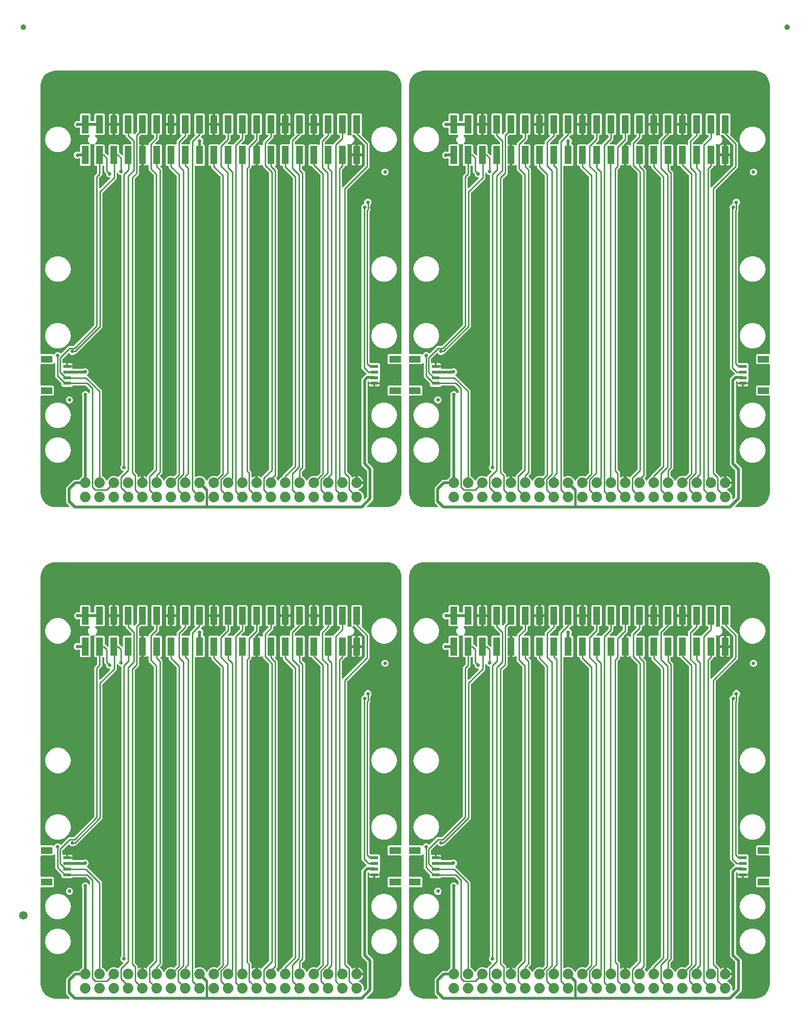
<source format=gtl>
G04 EAGLE Gerber RS-274X export*
G75*
%MOMM*%
%FSLAX34Y34*%
%LPD*%
%INTop Copper*%
%IPPOS*%
%AMOC8*
5,1,8,0,0,1.08239X$1,22.5*%
G01*
%ADD10C,0.635000*%
%ADD11R,1.270000X3.175000*%
%ADD12C,1.879600*%
%ADD13R,2.000000X1.200000*%
%ADD14R,1.350000X0.600000*%
%ADD15C,1.000000*%
%ADD16C,1.500000*%
%ADD17C,0.508000*%
%ADD18C,0.406400*%
%ADD19C,0.254000*%

G36*
X1275115Y877430D02*
X1275115Y877430D01*
X1275193Y877431D01*
X1279011Y877732D01*
X1279079Y877746D01*
X1279148Y877750D01*
X1279304Y877790D01*
X1286568Y880150D01*
X1286675Y880201D01*
X1286786Y880244D01*
X1286837Y880277D01*
X1286856Y880286D01*
X1286871Y880299D01*
X1286922Y880331D01*
X1293101Y884820D01*
X1293188Y884901D01*
X1293279Y884977D01*
X1293318Y885024D01*
X1293333Y885038D01*
X1293344Y885055D01*
X1293382Y885101D01*
X1297871Y891280D01*
X1297928Y891384D01*
X1297992Y891484D01*
X1298015Y891541D01*
X1298024Y891559D01*
X1298029Y891578D01*
X1298051Y891634D01*
X1300412Y898898D01*
X1300425Y898966D01*
X1300447Y899031D01*
X1300470Y899190D01*
X1300770Y903009D01*
X1300769Y903031D01*
X1300774Y903109D01*
X1300774Y1074211D01*
X1300759Y1074329D01*
X1300752Y1074448D01*
X1300739Y1074486D01*
X1300734Y1074526D01*
X1300691Y1074637D01*
X1300654Y1074750D01*
X1300632Y1074784D01*
X1300617Y1074822D01*
X1300548Y1074918D01*
X1300484Y1075019D01*
X1300454Y1075047D01*
X1300431Y1075079D01*
X1300339Y1075155D01*
X1300252Y1075237D01*
X1300217Y1075256D01*
X1300186Y1075282D01*
X1300078Y1075333D01*
X1299974Y1075390D01*
X1299934Y1075400D01*
X1299898Y1075418D01*
X1299781Y1075440D01*
X1299666Y1075470D01*
X1299606Y1075474D01*
X1299586Y1075477D01*
X1299565Y1075476D01*
X1299505Y1075480D01*
X1278280Y1075480D01*
X1276494Y1077266D01*
X1276494Y1091792D01*
X1278280Y1093578D01*
X1299505Y1093578D01*
X1299623Y1093592D01*
X1299742Y1093600D01*
X1299780Y1093612D01*
X1299821Y1093617D01*
X1299931Y1093661D01*
X1300044Y1093698D01*
X1300079Y1093720D01*
X1300116Y1093734D01*
X1300212Y1093804D01*
X1300313Y1093868D01*
X1300341Y1093897D01*
X1300374Y1093921D01*
X1300450Y1094013D01*
X1300531Y1094100D01*
X1300551Y1094135D01*
X1300576Y1094166D01*
X1300627Y1094274D01*
X1300685Y1094378D01*
X1300695Y1094417D01*
X1300712Y1094454D01*
X1300734Y1094571D01*
X1300764Y1094686D01*
X1300768Y1094746D01*
X1300772Y1094766D01*
X1300770Y1094787D01*
X1300774Y1094847D01*
X1300774Y1130211D01*
X1300759Y1130329D01*
X1300752Y1130448D01*
X1300739Y1130486D01*
X1300734Y1130526D01*
X1300691Y1130637D01*
X1300654Y1130750D01*
X1300632Y1130784D01*
X1300617Y1130822D01*
X1300548Y1130918D01*
X1300484Y1131019D01*
X1300454Y1131047D01*
X1300431Y1131079D01*
X1300339Y1131155D01*
X1300252Y1131237D01*
X1300217Y1131256D01*
X1300186Y1131282D01*
X1300078Y1131333D01*
X1299974Y1131390D01*
X1299934Y1131400D01*
X1299898Y1131418D01*
X1299781Y1131440D01*
X1299666Y1131470D01*
X1299606Y1131474D01*
X1299586Y1131477D01*
X1299565Y1131476D01*
X1299505Y1131480D01*
X1278280Y1131480D01*
X1276494Y1133266D01*
X1276494Y1147792D01*
X1278280Y1149578D01*
X1299505Y1149578D01*
X1299623Y1149592D01*
X1299742Y1149600D01*
X1299780Y1149612D01*
X1299821Y1149617D01*
X1299931Y1149661D01*
X1300044Y1149698D01*
X1300079Y1149720D01*
X1300116Y1149734D01*
X1300212Y1149804D01*
X1300313Y1149868D01*
X1300341Y1149897D01*
X1300374Y1149921D01*
X1300450Y1150013D01*
X1300531Y1150100D01*
X1300551Y1150135D01*
X1300576Y1150166D01*
X1300627Y1150274D01*
X1300685Y1150378D01*
X1300695Y1150417D01*
X1300712Y1150454D01*
X1300734Y1150571D01*
X1300764Y1150686D01*
X1300768Y1150746D01*
X1300772Y1150766D01*
X1300770Y1150787D01*
X1300774Y1150847D01*
X1300774Y1627299D01*
X1300772Y1627321D01*
X1300770Y1627398D01*
X1300470Y1631217D01*
X1300456Y1631285D01*
X1300452Y1631354D01*
X1300412Y1631510D01*
X1298051Y1638774D01*
X1298001Y1638881D01*
X1297957Y1638992D01*
X1297925Y1639043D01*
X1297916Y1639062D01*
X1297903Y1639077D01*
X1297871Y1639128D01*
X1293382Y1645307D01*
X1293300Y1645393D01*
X1293225Y1645485D01*
X1293178Y1645524D01*
X1293164Y1645539D01*
X1293147Y1645549D01*
X1293101Y1645588D01*
X1286922Y1650077D01*
X1286818Y1650134D01*
X1286718Y1650198D01*
X1286661Y1650220D01*
X1286643Y1650230D01*
X1286624Y1650235D01*
X1286568Y1650257D01*
X1279304Y1652617D01*
X1279236Y1652630D01*
X1279171Y1652653D01*
X1279011Y1652676D01*
X1275193Y1652976D01*
X1275171Y1652975D01*
X1275093Y1652980D01*
X685093Y1652980D01*
X685071Y1652977D01*
X684993Y1652976D01*
X681175Y1652676D01*
X681107Y1652662D01*
X681038Y1652657D01*
X680882Y1652617D01*
X673618Y1650257D01*
X673511Y1650207D01*
X673400Y1650163D01*
X673349Y1650131D01*
X673330Y1650122D01*
X673315Y1650109D01*
X673264Y1650077D01*
X667085Y1645588D01*
X666998Y1645506D01*
X666907Y1645431D01*
X666868Y1645384D01*
X666853Y1645370D01*
X666842Y1645353D01*
X666804Y1645307D01*
X662315Y1639128D01*
X662258Y1639024D01*
X662194Y1638923D01*
X662171Y1638867D01*
X662162Y1638849D01*
X662157Y1638829D01*
X662135Y1638774D01*
X659774Y1631510D01*
X659761Y1631442D01*
X659739Y1631377D01*
X659716Y1631217D01*
X659416Y1627398D01*
X659417Y1627376D01*
X659412Y1627299D01*
X659412Y1150847D01*
X659427Y1150729D01*
X659434Y1150610D01*
X659447Y1150571D01*
X659452Y1150531D01*
X659495Y1150420D01*
X659532Y1150307D01*
X659554Y1150273D01*
X659569Y1150236D01*
X659638Y1150139D01*
X659702Y1150039D01*
X659732Y1150011D01*
X659755Y1149978D01*
X659847Y1149902D01*
X659934Y1149821D01*
X659969Y1149801D01*
X660000Y1149775D01*
X660108Y1149725D01*
X660212Y1149667D01*
X660252Y1149657D01*
X660288Y1149640D01*
X660405Y1149618D01*
X660520Y1149588D01*
X660580Y1149584D01*
X660600Y1149580D01*
X660621Y1149581D01*
X660681Y1149578D01*
X681032Y1149578D01*
X681698Y1148911D01*
X681737Y1148881D01*
X681771Y1148844D01*
X681863Y1148783D01*
X681950Y1148716D01*
X681995Y1148696D01*
X682037Y1148669D01*
X682141Y1148633D01*
X682241Y1148590D01*
X682291Y1148582D01*
X682338Y1148566D01*
X682447Y1148557D01*
X682556Y1148540D01*
X682605Y1148545D01*
X682655Y1148541D01*
X682763Y1148559D01*
X682872Y1148570D01*
X682919Y1148587D01*
X682968Y1148595D01*
X683068Y1148640D01*
X683171Y1148677D01*
X683213Y1148705D01*
X683258Y1148726D01*
X683344Y1148794D01*
X683435Y1148856D01*
X683467Y1148893D01*
X683506Y1148924D01*
X683572Y1149012D01*
X683645Y1149094D01*
X683668Y1149139D01*
X683698Y1149178D01*
X683768Y1149323D01*
X684287Y1150574D01*
X686038Y1152325D01*
X688325Y1153273D01*
X690801Y1153273D01*
X693088Y1152325D01*
X694383Y1151031D01*
X694477Y1150958D01*
X694566Y1150879D01*
X694602Y1150861D01*
X694634Y1150836D01*
X694743Y1150789D01*
X694849Y1150735D01*
X694888Y1150726D01*
X694926Y1150710D01*
X695043Y1150691D01*
X695159Y1150665D01*
X695200Y1150666D01*
X695240Y1150660D01*
X695358Y1150671D01*
X695477Y1150675D01*
X695516Y1150686D01*
X695556Y1150690D01*
X695669Y1150730D01*
X695783Y1150763D01*
X695818Y1150783D01*
X695856Y1150797D01*
X695954Y1150864D01*
X696057Y1150925D01*
X696102Y1150964D01*
X696119Y1150976D01*
X696132Y1150991D01*
X696178Y1151031D01*
X709174Y1164028D01*
X717348Y1164028D01*
X717447Y1164040D01*
X717546Y1164043D01*
X717604Y1164060D01*
X717664Y1164067D01*
X717756Y1164104D01*
X717851Y1164131D01*
X717903Y1164162D01*
X717960Y1164184D01*
X718040Y1164243D01*
X718125Y1164293D01*
X718200Y1164359D01*
X718217Y1164371D01*
X718225Y1164381D01*
X718246Y1164399D01*
X754503Y1200656D01*
X754563Y1200734D01*
X754631Y1200806D01*
X754660Y1200859D01*
X754697Y1200907D01*
X754737Y1200998D01*
X754785Y1201085D01*
X754800Y1201143D01*
X754824Y1201199D01*
X754839Y1201297D01*
X754864Y1201393D01*
X754870Y1201493D01*
X754874Y1201513D01*
X754872Y1201525D01*
X754874Y1201553D01*
X754874Y1466518D01*
X759723Y1471366D01*
X759783Y1471444D01*
X759851Y1471516D01*
X759880Y1471569D01*
X759917Y1471617D01*
X759957Y1471708D01*
X760005Y1471795D01*
X760020Y1471853D01*
X760044Y1471909D01*
X760059Y1472007D01*
X760084Y1472103D01*
X760090Y1472203D01*
X760094Y1472223D01*
X760092Y1472235D01*
X760094Y1472263D01*
X760094Y1482911D01*
X760079Y1483029D01*
X760072Y1483148D01*
X760059Y1483186D01*
X760054Y1483226D01*
X760011Y1483337D01*
X759974Y1483450D01*
X759952Y1483484D01*
X759937Y1483522D01*
X759868Y1483618D01*
X759804Y1483719D01*
X759774Y1483747D01*
X759751Y1483779D01*
X759659Y1483855D01*
X759572Y1483937D01*
X759537Y1483956D01*
X759506Y1483982D01*
X759398Y1484033D01*
X759294Y1484090D01*
X759254Y1484100D01*
X759218Y1484118D01*
X759101Y1484140D01*
X758986Y1484170D01*
X758926Y1484174D01*
X758906Y1484177D01*
X758885Y1484176D01*
X758825Y1484180D01*
X756580Y1484180D01*
X754794Y1485966D01*
X754794Y1520242D01*
X755101Y1520548D01*
X755144Y1520603D01*
X755194Y1520652D01*
X755241Y1520729D01*
X755296Y1520800D01*
X755324Y1520864D01*
X755360Y1520923D01*
X755387Y1521009D01*
X755422Y1521091D01*
X755433Y1521161D01*
X755454Y1521227D01*
X755458Y1521317D01*
X755472Y1521405D01*
X755466Y1521475D01*
X755469Y1521545D01*
X755451Y1521633D01*
X755442Y1521722D01*
X755419Y1521788D01*
X755405Y1521856D01*
X755365Y1521937D01*
X755335Y1522021D01*
X755296Y1522079D01*
X755265Y1522142D01*
X755207Y1522210D01*
X755156Y1522285D01*
X755104Y1522331D01*
X755058Y1522384D01*
X754985Y1522436D01*
X754918Y1522495D01*
X754856Y1522527D01*
X754798Y1522567D01*
X754714Y1522599D01*
X754634Y1522640D01*
X754566Y1522655D01*
X754501Y1522680D01*
X754412Y1522690D01*
X754324Y1522709D01*
X754254Y1522707D01*
X754185Y1522715D01*
X754096Y1522702D01*
X754006Y1522700D01*
X753939Y1522680D01*
X753870Y1522670D01*
X753718Y1522618D01*
X753094Y1522360D01*
X749892Y1522360D01*
X749268Y1522618D01*
X749201Y1522637D01*
X749137Y1522665D01*
X749048Y1522679D01*
X748962Y1522702D01*
X748892Y1522703D01*
X748823Y1522714D01*
X748733Y1522706D01*
X748644Y1522707D01*
X748576Y1522691D01*
X748506Y1522685D01*
X748422Y1522654D01*
X748334Y1522633D01*
X748272Y1522601D01*
X748207Y1522577D01*
X748133Y1522527D01*
X748053Y1522485D01*
X748001Y1522438D01*
X747944Y1522398D01*
X747884Y1522331D01*
X747818Y1522271D01*
X747779Y1522212D01*
X747733Y1522160D01*
X747692Y1522080D01*
X747643Y1522005D01*
X747620Y1521939D01*
X747589Y1521877D01*
X747569Y1521789D01*
X747540Y1521704D01*
X747534Y1521634D01*
X747519Y1521566D01*
X747522Y1521477D01*
X747515Y1521387D01*
X747527Y1521318D01*
X747529Y1521249D01*
X747554Y1521162D01*
X747569Y1521074D01*
X747598Y1521010D01*
X747617Y1520943D01*
X747663Y1520866D01*
X747700Y1520784D01*
X747743Y1520729D01*
X747779Y1520669D01*
X747885Y1520548D01*
X748192Y1520242D01*
X748192Y1485966D01*
X746406Y1484180D01*
X731180Y1484180D01*
X729394Y1485966D01*
X729394Y1496239D01*
X729388Y1496288D01*
X729390Y1496338D01*
X729368Y1496445D01*
X729354Y1496554D01*
X729336Y1496600D01*
X729326Y1496649D01*
X729278Y1496748D01*
X729237Y1496850D01*
X729208Y1496890D01*
X729186Y1496935D01*
X729115Y1497018D01*
X729051Y1497107D01*
X729012Y1497139D01*
X728980Y1497177D01*
X728890Y1497240D01*
X728806Y1497310D01*
X728761Y1497331D01*
X728720Y1497360D01*
X728617Y1497399D01*
X728518Y1497446D01*
X728469Y1497455D01*
X728423Y1497473D01*
X728313Y1497485D01*
X728206Y1497505D01*
X728156Y1497502D01*
X728107Y1497508D01*
X727998Y1497492D01*
X727888Y1497486D01*
X727841Y1497470D01*
X727792Y1497463D01*
X727639Y1497411D01*
X726031Y1496745D01*
X723555Y1496745D01*
X721268Y1497693D01*
X719517Y1499443D01*
X718569Y1501731D01*
X718569Y1504207D01*
X719517Y1506494D01*
X721268Y1508245D01*
X723555Y1509193D01*
X726031Y1509193D01*
X727005Y1508789D01*
X727014Y1508787D01*
X727022Y1508782D01*
X727167Y1508745D01*
X727312Y1508705D01*
X727321Y1508705D01*
X727330Y1508703D01*
X727491Y1508693D01*
X728125Y1508693D01*
X728243Y1508707D01*
X728362Y1508715D01*
X728400Y1508727D01*
X728441Y1508732D01*
X728551Y1508776D01*
X728664Y1508813D01*
X728699Y1508835D01*
X728736Y1508849D01*
X728832Y1508919D01*
X728933Y1508983D01*
X728961Y1509012D01*
X728994Y1509036D01*
X729070Y1509128D01*
X729151Y1509215D01*
X729171Y1509250D01*
X729196Y1509281D01*
X729247Y1509389D01*
X729305Y1509493D01*
X729315Y1509532D01*
X729332Y1509569D01*
X729354Y1509686D01*
X729384Y1509801D01*
X729388Y1509861D01*
X729392Y1509881D01*
X729390Y1509902D01*
X729394Y1509962D01*
X729394Y1520242D01*
X731180Y1522028D01*
X745427Y1522028D01*
X745565Y1522045D01*
X745704Y1522058D01*
X745723Y1522065D01*
X745743Y1522067D01*
X745872Y1522118D01*
X746003Y1522166D01*
X746020Y1522177D01*
X746039Y1522184D01*
X746151Y1522266D01*
X746266Y1522344D01*
X746280Y1522359D01*
X746296Y1522371D01*
X746385Y1522479D01*
X746477Y1522583D01*
X746486Y1522601D01*
X746499Y1522616D01*
X746558Y1522742D01*
X746621Y1522866D01*
X746626Y1522886D01*
X746634Y1522904D01*
X746660Y1523040D01*
X746691Y1523176D01*
X746690Y1523196D01*
X746694Y1523216D01*
X746685Y1523355D01*
X746681Y1523494D01*
X746676Y1523514D01*
X746674Y1523534D01*
X746632Y1523666D01*
X746593Y1523799D01*
X746583Y1523817D01*
X746576Y1523836D01*
X746502Y1523954D01*
X746431Y1524073D01*
X746413Y1524094D01*
X746406Y1524105D01*
X746391Y1524119D01*
X746325Y1524194D01*
X744670Y1525850D01*
X743444Y1528808D01*
X743444Y1532010D01*
X744670Y1534968D01*
X746325Y1536623D01*
X746410Y1536733D01*
X746499Y1536840D01*
X746507Y1536859D01*
X746520Y1536875D01*
X746575Y1537003D01*
X746634Y1537128D01*
X746638Y1537148D01*
X746646Y1537166D01*
X746668Y1537304D01*
X746694Y1537440D01*
X746693Y1537460D01*
X746696Y1537481D01*
X746683Y1537619D01*
X746674Y1537758D01*
X746668Y1537777D01*
X746666Y1537797D01*
X746619Y1537928D01*
X746576Y1538060D01*
X746565Y1538077D01*
X746559Y1538096D01*
X746481Y1538211D01*
X746406Y1538329D01*
X746391Y1538343D01*
X746380Y1538360D01*
X746276Y1538452D01*
X746175Y1538547D01*
X746157Y1538557D01*
X746142Y1538570D01*
X746017Y1538633D01*
X745896Y1538700D01*
X745876Y1538705D01*
X745858Y1538715D01*
X745723Y1538745D01*
X745588Y1538780D01*
X745560Y1538782D01*
X745548Y1538784D01*
X745528Y1538784D01*
X745427Y1538790D01*
X731180Y1538790D01*
X729394Y1540576D01*
X729394Y1550745D01*
X729388Y1550794D01*
X729390Y1550844D01*
X729368Y1550951D01*
X729354Y1551061D01*
X729336Y1551107D01*
X729326Y1551155D01*
X729278Y1551254D01*
X729237Y1551356D01*
X729208Y1551396D01*
X729186Y1551441D01*
X729115Y1551525D01*
X729051Y1551614D01*
X729012Y1551645D01*
X728980Y1551683D01*
X728890Y1551746D01*
X728806Y1551816D01*
X728761Y1551838D01*
X728720Y1551866D01*
X728617Y1551905D01*
X728518Y1551952D01*
X728469Y1551961D01*
X728423Y1551979D01*
X728313Y1551991D01*
X728206Y1552012D01*
X728156Y1552009D01*
X728107Y1552014D01*
X727998Y1551999D01*
X727888Y1551992D01*
X727841Y1551977D01*
X727792Y1551970D01*
X727639Y1551918D01*
X726281Y1551355D01*
X723805Y1551355D01*
X721518Y1552303D01*
X719767Y1554053D01*
X718819Y1556341D01*
X718819Y1558817D01*
X719767Y1561104D01*
X721518Y1562855D01*
X723805Y1563803D01*
X726281Y1563803D01*
X727255Y1563399D01*
X727264Y1563397D01*
X727272Y1563392D01*
X727417Y1563355D01*
X727562Y1563315D01*
X727571Y1563315D01*
X727580Y1563313D01*
X727741Y1563303D01*
X728125Y1563303D01*
X728243Y1563317D01*
X728362Y1563325D01*
X728400Y1563337D01*
X728441Y1563342D01*
X728551Y1563386D01*
X728664Y1563423D01*
X728699Y1563445D01*
X728736Y1563459D01*
X728832Y1563529D01*
X728933Y1563593D01*
X728961Y1563622D01*
X728994Y1563646D01*
X729070Y1563738D01*
X729151Y1563825D01*
X729171Y1563860D01*
X729196Y1563891D01*
X729247Y1563999D01*
X729305Y1564103D01*
X729315Y1564142D01*
X729332Y1564179D01*
X729354Y1564296D01*
X729384Y1564411D01*
X729388Y1564471D01*
X729392Y1564491D01*
X729390Y1564512D01*
X729394Y1564572D01*
X729394Y1574852D01*
X731180Y1576638D01*
X746406Y1576638D01*
X748192Y1574852D01*
X748192Y1564572D01*
X748207Y1564454D01*
X748214Y1564335D01*
X748227Y1564296D01*
X748232Y1564256D01*
X748275Y1564145D01*
X748312Y1564032D01*
X748334Y1563998D01*
X748349Y1563961D01*
X748418Y1563864D01*
X748482Y1563764D01*
X748512Y1563736D01*
X748535Y1563703D01*
X748627Y1563627D01*
X748714Y1563546D01*
X748749Y1563526D01*
X748780Y1563500D01*
X748888Y1563450D01*
X748992Y1563392D01*
X749032Y1563382D01*
X749068Y1563365D01*
X749185Y1563343D01*
X749300Y1563313D01*
X749360Y1563309D01*
X749380Y1563305D01*
X749401Y1563306D01*
X749461Y1563303D01*
X753525Y1563303D01*
X753643Y1563317D01*
X753762Y1563325D01*
X753800Y1563337D01*
X753841Y1563342D01*
X753951Y1563386D01*
X754064Y1563423D01*
X754099Y1563445D01*
X754136Y1563459D01*
X754232Y1563529D01*
X754333Y1563593D01*
X754361Y1563622D01*
X754394Y1563646D01*
X754470Y1563738D01*
X754551Y1563825D01*
X754571Y1563860D01*
X754596Y1563891D01*
X754647Y1563999D01*
X754705Y1564103D01*
X754715Y1564142D01*
X754732Y1564179D01*
X754754Y1564296D01*
X754784Y1564411D01*
X754788Y1564471D01*
X754792Y1564491D01*
X754790Y1564512D01*
X754794Y1564572D01*
X754794Y1574852D01*
X756580Y1576638D01*
X771806Y1576638D01*
X773592Y1574852D01*
X773592Y1540576D01*
X771806Y1538790D01*
X757559Y1538790D01*
X757421Y1538773D01*
X757282Y1538760D01*
X757263Y1538753D01*
X757243Y1538750D01*
X757114Y1538699D01*
X756983Y1538652D01*
X756966Y1538641D01*
X756947Y1538633D01*
X756835Y1538552D01*
X756720Y1538473D01*
X756706Y1538458D01*
X756690Y1538446D01*
X756601Y1538339D01*
X756509Y1538235D01*
X756500Y1538217D01*
X756487Y1538201D01*
X756428Y1538076D01*
X756365Y1537952D01*
X756360Y1537932D01*
X756352Y1537914D01*
X756326Y1537777D01*
X756295Y1537641D01*
X756296Y1537621D01*
X756292Y1537601D01*
X756301Y1537463D01*
X756305Y1537324D01*
X756310Y1537304D01*
X756312Y1537284D01*
X756354Y1537152D01*
X756393Y1537018D01*
X756403Y1537001D01*
X756410Y1536981D01*
X756484Y1536864D01*
X756555Y1536744D01*
X756573Y1536723D01*
X756580Y1536713D01*
X756595Y1536699D01*
X756661Y1536623D01*
X758316Y1534968D01*
X759542Y1532010D01*
X759542Y1528808D01*
X758316Y1525850D01*
X756661Y1524194D01*
X756576Y1524084D01*
X756487Y1523977D01*
X756479Y1523959D01*
X756466Y1523943D01*
X756411Y1523815D01*
X756352Y1523690D01*
X756348Y1523670D01*
X756340Y1523651D01*
X756318Y1523513D01*
X756292Y1523377D01*
X756293Y1523357D01*
X756290Y1523337D01*
X756303Y1523198D01*
X756312Y1523060D01*
X756318Y1523041D01*
X756320Y1523020D01*
X756367Y1522889D01*
X756410Y1522757D01*
X756421Y1522740D01*
X756427Y1522721D01*
X756505Y1522606D01*
X756580Y1522489D01*
X756595Y1522475D01*
X756606Y1522458D01*
X756710Y1522366D01*
X756811Y1522271D01*
X756829Y1522261D01*
X756844Y1522248D01*
X756969Y1522184D01*
X757090Y1522117D01*
X757110Y1522112D01*
X757128Y1522103D01*
X757263Y1522072D01*
X757398Y1522038D01*
X757426Y1522036D01*
X757438Y1522033D01*
X757458Y1522034D01*
X757559Y1522028D01*
X771806Y1522028D01*
X773592Y1520242D01*
X773592Y1508043D01*
X773604Y1507945D01*
X773607Y1507846D01*
X773624Y1507788D01*
X773632Y1507728D01*
X773668Y1507636D01*
X773696Y1507541D01*
X773726Y1507489D01*
X773749Y1507432D01*
X773807Y1507352D01*
X773857Y1507267D01*
X773923Y1507191D01*
X773935Y1507175D01*
X773945Y1507167D01*
X773963Y1507146D01*
X776588Y1504521D01*
X778028Y1503082D01*
X778137Y1502997D01*
X778244Y1502908D01*
X778263Y1502899D01*
X778279Y1502887D01*
X778407Y1502831D01*
X778532Y1502772D01*
X778552Y1502769D01*
X778571Y1502761D01*
X778709Y1502739D01*
X778845Y1502713D01*
X778865Y1502714D01*
X778885Y1502711D01*
X779024Y1502724D01*
X779162Y1502732D01*
X779181Y1502739D01*
X779201Y1502741D01*
X779333Y1502788D01*
X779464Y1502830D01*
X779482Y1502841D01*
X779501Y1502848D01*
X779616Y1502926D01*
X779733Y1503001D01*
X779747Y1503015D01*
X779764Y1503027D01*
X779856Y1503131D01*
X779951Y1503232D01*
X779961Y1503250D01*
X779974Y1503265D01*
X780038Y1503389D01*
X780105Y1503511D01*
X780110Y1503530D01*
X780119Y1503548D01*
X780149Y1503684D01*
X780184Y1503819D01*
X780186Y1503847D01*
X780189Y1503859D01*
X780188Y1503879D01*
X780194Y1503979D01*
X780194Y1520242D01*
X781980Y1522028D01*
X797206Y1522028D01*
X798992Y1520242D01*
X798992Y1508043D01*
X799004Y1507945D01*
X799007Y1507846D01*
X799024Y1507788D01*
X799032Y1507728D01*
X799068Y1507636D01*
X799096Y1507541D01*
X799126Y1507488D01*
X799149Y1507432D01*
X799207Y1507352D01*
X799257Y1507267D01*
X799323Y1507191D01*
X799335Y1507175D01*
X799345Y1507167D01*
X799363Y1507146D01*
X803428Y1503082D01*
X803537Y1502997D01*
X803644Y1502908D01*
X803663Y1502899D01*
X803679Y1502887D01*
X803807Y1502831D01*
X803932Y1502772D01*
X803952Y1502769D01*
X803971Y1502761D01*
X804109Y1502739D01*
X804245Y1502713D01*
X804265Y1502714D01*
X804285Y1502711D01*
X804424Y1502724D01*
X804562Y1502732D01*
X804581Y1502739D01*
X804601Y1502741D01*
X804733Y1502788D01*
X804864Y1502830D01*
X804882Y1502841D01*
X804901Y1502848D01*
X805016Y1502926D01*
X805133Y1503001D01*
X805147Y1503015D01*
X805164Y1503027D01*
X805256Y1503131D01*
X805351Y1503232D01*
X805361Y1503250D01*
X805374Y1503265D01*
X805438Y1503389D01*
X805505Y1503511D01*
X805510Y1503530D01*
X805519Y1503548D01*
X805549Y1503684D01*
X805584Y1503819D01*
X805586Y1503847D01*
X805589Y1503859D01*
X805588Y1503879D01*
X805594Y1503979D01*
X805594Y1520242D01*
X807380Y1522028D01*
X819605Y1522028D01*
X819723Y1522042D01*
X819842Y1522050D01*
X819880Y1522062D01*
X819921Y1522067D01*
X820031Y1522111D01*
X820144Y1522148D01*
X820179Y1522170D01*
X820216Y1522184D01*
X820312Y1522254D01*
X820413Y1522318D01*
X820441Y1522347D01*
X820474Y1522371D01*
X820550Y1522463D01*
X820631Y1522550D01*
X820651Y1522585D01*
X820676Y1522616D01*
X820727Y1522724D01*
X820785Y1522828D01*
X820795Y1522867D01*
X820812Y1522904D01*
X820834Y1523021D01*
X820864Y1523136D01*
X820868Y1523196D01*
X820872Y1523216D01*
X820870Y1523237D01*
X820874Y1523297D01*
X820874Y1525734D01*
X820862Y1525832D01*
X820859Y1525931D01*
X820842Y1525990D01*
X820834Y1526050D01*
X820798Y1526142D01*
X820770Y1526237D01*
X820740Y1526289D01*
X820717Y1526345D01*
X820659Y1526425D01*
X820609Y1526511D01*
X820543Y1526586D01*
X820531Y1526603D01*
X820521Y1526610D01*
X820503Y1526632D01*
X810674Y1536460D01*
X810674Y1537521D01*
X810659Y1537639D01*
X810652Y1537758D01*
X810639Y1537796D01*
X810634Y1537836D01*
X810591Y1537947D01*
X810554Y1538060D01*
X810532Y1538094D01*
X810517Y1538132D01*
X810448Y1538228D01*
X810384Y1538329D01*
X810354Y1538357D01*
X810331Y1538389D01*
X810239Y1538465D01*
X810152Y1538547D01*
X810117Y1538566D01*
X810086Y1538592D01*
X809978Y1538643D01*
X809874Y1538700D01*
X809834Y1538710D01*
X809798Y1538728D01*
X809681Y1538750D01*
X809566Y1538780D01*
X809506Y1538784D01*
X809486Y1538787D01*
X809465Y1538786D01*
X809405Y1538790D01*
X807380Y1538790D01*
X805594Y1540576D01*
X805594Y1574852D01*
X807380Y1576638D01*
X822606Y1576638D01*
X824392Y1574852D01*
X824392Y1541419D01*
X824409Y1541282D01*
X824422Y1541143D01*
X824429Y1541124D01*
X824432Y1541104D01*
X824483Y1540975D01*
X824530Y1540844D01*
X824541Y1540827D01*
X824549Y1540808D01*
X824630Y1540696D01*
X824708Y1540581D01*
X824724Y1540567D01*
X824735Y1540551D01*
X824843Y1540462D01*
X824947Y1540370D01*
X824965Y1540361D01*
X824980Y1540348D01*
X825106Y1540289D01*
X825230Y1540226D01*
X825250Y1540221D01*
X825268Y1540212D01*
X825404Y1540186D01*
X825540Y1540156D01*
X825561Y1540156D01*
X825580Y1540153D01*
X825719Y1540161D01*
X825858Y1540166D01*
X825878Y1540171D01*
X825898Y1540172D01*
X826030Y1540215D01*
X826164Y1540254D01*
X826181Y1540264D01*
X826200Y1540270D01*
X826318Y1540345D01*
X826438Y1540415D01*
X826459Y1540434D01*
X826469Y1540441D01*
X826483Y1540456D01*
X826558Y1540522D01*
X828776Y1542739D01*
X830623Y1544586D01*
X830683Y1544664D01*
X830751Y1544736D01*
X830780Y1544789D01*
X830817Y1544837D01*
X830857Y1544928D01*
X830905Y1545015D01*
X830920Y1545073D01*
X830944Y1545129D01*
X830959Y1545227D01*
X830984Y1545323D01*
X830990Y1545423D01*
X830994Y1545443D01*
X830992Y1545455D01*
X830994Y1545483D01*
X830994Y1574852D01*
X832780Y1576638D01*
X848006Y1576638D01*
X849792Y1574852D01*
X849792Y1540576D01*
X848006Y1538790D01*
X837568Y1538790D01*
X837469Y1538778D01*
X837370Y1538775D01*
X837312Y1538758D01*
X837252Y1538750D01*
X837160Y1538714D01*
X837065Y1538686D01*
X837013Y1538655D01*
X836956Y1538633D01*
X836876Y1538575D01*
X836791Y1538525D01*
X836716Y1538458D01*
X836699Y1538446D01*
X836691Y1538437D01*
X836670Y1538418D01*
X834883Y1536632D01*
X834823Y1536553D01*
X834755Y1536481D01*
X834726Y1536428D01*
X834689Y1536380D01*
X834649Y1536289D01*
X834601Y1536203D01*
X834586Y1536144D01*
X834562Y1536089D01*
X834547Y1535991D01*
X834522Y1535895D01*
X834516Y1535795D01*
X834512Y1535774D01*
X834514Y1535762D01*
X834512Y1535734D01*
X834512Y1522789D01*
X834527Y1522670D01*
X834534Y1522552D01*
X834547Y1522513D01*
X834552Y1522473D01*
X834595Y1522362D01*
X834632Y1522249D01*
X834654Y1522215D01*
X834669Y1522178D01*
X834738Y1522081D01*
X834802Y1521981D01*
X834832Y1521953D01*
X834855Y1521920D01*
X834947Y1521844D01*
X835034Y1521763D01*
X835069Y1521743D01*
X835100Y1521717D01*
X835208Y1521667D01*
X835312Y1521609D01*
X835352Y1521599D01*
X835388Y1521582D01*
X835505Y1521560D01*
X835620Y1521530D01*
X835680Y1521526D01*
X835700Y1521522D01*
X835721Y1521523D01*
X835781Y1521520D01*
X837854Y1521520D01*
X837854Y1504374D01*
X837869Y1504256D01*
X837876Y1504137D01*
X837889Y1504099D01*
X837894Y1504058D01*
X837937Y1503948D01*
X837974Y1503834D01*
X837996Y1503800D01*
X838011Y1503763D01*
X838081Y1503666D01*
X838144Y1503566D01*
X838174Y1503538D01*
X838198Y1503505D01*
X838289Y1503429D01*
X838376Y1503348D01*
X838411Y1503328D01*
X838442Y1503303D01*
X838550Y1503252D01*
X838654Y1503194D01*
X838694Y1503184D01*
X838730Y1503167D01*
X838847Y1503145D01*
X838962Y1503115D01*
X839023Y1503111D01*
X839043Y1503107D01*
X839063Y1503108D01*
X839123Y1503105D01*
X841663Y1503105D01*
X841781Y1503120D01*
X841900Y1503127D01*
X841938Y1503139D01*
X841978Y1503144D01*
X842089Y1503188D01*
X842202Y1503225D01*
X842237Y1503247D01*
X842274Y1503262D01*
X842370Y1503331D01*
X842471Y1503395D01*
X842499Y1503425D01*
X842531Y1503448D01*
X842607Y1503540D01*
X842689Y1503627D01*
X842708Y1503662D01*
X842734Y1503693D01*
X842785Y1503801D01*
X842842Y1503905D01*
X842853Y1503944D01*
X842870Y1503981D01*
X842892Y1504098D01*
X842922Y1504213D01*
X842926Y1504273D01*
X842930Y1504293D01*
X842928Y1504314D01*
X842932Y1504374D01*
X842932Y1521520D01*
X847077Y1521520D01*
X847724Y1521346D01*
X848303Y1521012D01*
X848707Y1520607D01*
X848817Y1520522D01*
X848924Y1520433D01*
X848943Y1520425D01*
X848959Y1520412D01*
X849087Y1520357D01*
X849212Y1520298D01*
X849232Y1520294D01*
X849251Y1520286D01*
X849389Y1520264D01*
X849525Y1520238D01*
X849545Y1520239D01*
X849565Y1520236D01*
X849704Y1520249D01*
X849842Y1520258D01*
X849861Y1520264D01*
X849881Y1520266D01*
X850012Y1520313D01*
X850144Y1520356D01*
X850162Y1520367D01*
X850181Y1520374D01*
X850295Y1520452D01*
X850413Y1520526D01*
X850427Y1520541D01*
X850444Y1520552D01*
X850536Y1520656D01*
X850631Y1520758D01*
X850641Y1520776D01*
X850654Y1520791D01*
X850717Y1520915D01*
X850785Y1521036D01*
X850790Y1521056D01*
X850799Y1521074D01*
X850829Y1521210D01*
X850864Y1521344D01*
X850866Y1521372D01*
X850869Y1521384D01*
X850868Y1521405D01*
X850874Y1521505D01*
X850874Y1523903D01*
X861103Y1534131D01*
X861163Y1534209D01*
X861231Y1534281D01*
X861260Y1534334D01*
X861297Y1534382D01*
X861337Y1534473D01*
X861385Y1534560D01*
X861400Y1534618D01*
X861424Y1534674D01*
X861439Y1534772D01*
X861464Y1534868D01*
X861470Y1534968D01*
X861474Y1534988D01*
X861472Y1535000D01*
X861474Y1535028D01*
X861474Y1537521D01*
X861459Y1537639D01*
X861452Y1537758D01*
X861439Y1537796D01*
X861434Y1537836D01*
X861391Y1537947D01*
X861354Y1538060D01*
X861332Y1538094D01*
X861317Y1538132D01*
X861248Y1538228D01*
X861184Y1538329D01*
X861154Y1538357D01*
X861131Y1538389D01*
X861039Y1538465D01*
X860952Y1538547D01*
X860917Y1538566D01*
X860886Y1538592D01*
X860778Y1538643D01*
X860674Y1538700D01*
X860634Y1538710D01*
X860598Y1538728D01*
X860481Y1538750D01*
X860366Y1538780D01*
X860306Y1538784D01*
X860286Y1538787D01*
X860265Y1538786D01*
X860205Y1538790D01*
X858180Y1538790D01*
X856394Y1540576D01*
X856394Y1574852D01*
X858180Y1576638D01*
X873406Y1576638D01*
X875192Y1574852D01*
X875192Y1540576D01*
X873406Y1538790D01*
X871381Y1538790D01*
X871263Y1538775D01*
X871144Y1538768D01*
X871106Y1538755D01*
X871065Y1538750D01*
X870955Y1538706D01*
X870842Y1538670D01*
X870807Y1538648D01*
X870770Y1538633D01*
X870674Y1538563D01*
X870573Y1538500D01*
X870545Y1538470D01*
X870512Y1538446D01*
X870436Y1538355D01*
X870355Y1538268D01*
X870335Y1538233D01*
X870310Y1538201D01*
X870259Y1538094D01*
X870201Y1537989D01*
X870191Y1537950D01*
X870174Y1537914D01*
X870152Y1537797D01*
X870122Y1537681D01*
X870118Y1537621D01*
X870114Y1537601D01*
X870116Y1537581D01*
X870112Y1537521D01*
X870112Y1530925D01*
X867210Y1528023D01*
X863381Y1524194D01*
X863296Y1524084D01*
X863207Y1523977D01*
X863199Y1523959D01*
X863186Y1523943D01*
X863131Y1523815D01*
X863072Y1523690D01*
X863068Y1523670D01*
X863060Y1523651D01*
X863038Y1523513D01*
X863012Y1523377D01*
X863013Y1523357D01*
X863010Y1523337D01*
X863023Y1523198D01*
X863032Y1523060D01*
X863038Y1523041D01*
X863040Y1523020D01*
X863087Y1522889D01*
X863130Y1522757D01*
X863140Y1522740D01*
X863147Y1522721D01*
X863225Y1522606D01*
X863300Y1522489D01*
X863315Y1522475D01*
X863326Y1522458D01*
X863430Y1522366D01*
X863531Y1522271D01*
X863549Y1522261D01*
X863564Y1522248D01*
X863688Y1522184D01*
X863810Y1522117D01*
X863830Y1522112D01*
X863848Y1522103D01*
X863983Y1522072D01*
X864118Y1522038D01*
X864146Y1522036D01*
X864158Y1522033D01*
X864178Y1522034D01*
X864279Y1522028D01*
X873406Y1522028D01*
X875192Y1520242D01*
X875192Y1485966D01*
X873406Y1484180D01*
X873389Y1484180D01*
X873251Y1484163D01*
X873112Y1484150D01*
X873093Y1484143D01*
X873073Y1484140D01*
X872944Y1484089D01*
X872813Y1484042D01*
X872796Y1484031D01*
X872777Y1484023D01*
X872665Y1483942D01*
X872550Y1483863D01*
X872536Y1483848D01*
X872520Y1483836D01*
X872431Y1483729D01*
X872339Y1483625D01*
X872330Y1483607D01*
X872317Y1483591D01*
X872258Y1483466D01*
X872195Y1483342D01*
X872190Y1483322D01*
X872182Y1483304D01*
X872156Y1483167D01*
X872125Y1483031D01*
X872126Y1483011D01*
X872122Y1482991D01*
X872131Y1482853D01*
X872135Y1482714D01*
X872140Y1482694D01*
X872142Y1482674D01*
X872184Y1482542D01*
X872223Y1482408D01*
X872233Y1482391D01*
X872240Y1482371D01*
X872314Y1482254D01*
X872385Y1482134D01*
X872403Y1482113D01*
X872410Y1482103D01*
X872425Y1482089D01*
X872491Y1482013D01*
X872980Y1481524D01*
X875882Y1478623D01*
X875882Y937430D01*
X871989Y933537D01*
X871958Y933497D01*
X871921Y933464D01*
X871861Y933372D01*
X871794Y933285D01*
X871774Y933240D01*
X871747Y933198D01*
X871711Y933095D01*
X871667Y932994D01*
X871659Y932944D01*
X871643Y932898D01*
X871635Y932788D01*
X871617Y932679D01*
X871622Y932630D01*
X871618Y932580D01*
X871637Y932472D01*
X871647Y932363D01*
X871664Y932316D01*
X871673Y932267D01*
X871718Y932167D01*
X871755Y932064D01*
X871783Y932022D01*
X871803Y931977D01*
X871872Y931891D01*
X871933Y931800D01*
X871971Y931768D01*
X872002Y931729D01*
X872089Y931663D01*
X872172Y931590D01*
X872216Y931567D01*
X872256Y931537D01*
X872400Y931467D01*
X872897Y931261D01*
X876399Y927759D01*
X877374Y925404D01*
X877443Y925284D01*
X877508Y925160D01*
X877522Y925146D01*
X877532Y925128D01*
X877629Y925028D01*
X877722Y924925D01*
X877739Y924914D01*
X877753Y924899D01*
X877871Y924827D01*
X877988Y924750D01*
X878007Y924744D01*
X878024Y924733D01*
X878157Y924692D01*
X878289Y924647D01*
X878309Y924646D01*
X878328Y924640D01*
X878467Y924633D01*
X878606Y924622D01*
X878626Y924625D01*
X878646Y924624D01*
X878782Y924653D01*
X878919Y924676D01*
X878938Y924685D01*
X878957Y924689D01*
X879082Y924750D01*
X879209Y924807D01*
X879225Y924820D01*
X879243Y924828D01*
X879349Y924919D01*
X879457Y925006D01*
X879470Y925022D01*
X879485Y925035D01*
X879565Y925149D01*
X879649Y925260D01*
X879661Y925285D01*
X879668Y925295D01*
X879675Y925314D01*
X879720Y925404D01*
X880695Y927759D01*
X884197Y931261D01*
X888771Y933156D01*
X893723Y933156D01*
X895671Y932349D01*
X895700Y932341D01*
X895726Y932327D01*
X895852Y932299D01*
X895978Y932265D01*
X896007Y932264D01*
X896036Y932258D01*
X896166Y932262D01*
X896296Y932260D01*
X896324Y932266D01*
X896354Y932267D01*
X896479Y932303D01*
X896605Y932334D01*
X896631Y932348D01*
X896659Y932356D01*
X896771Y932422D01*
X896886Y932482D01*
X896908Y932502D01*
X896933Y932517D01*
X897054Y932624D01*
X900503Y936072D01*
X900563Y936150D01*
X900631Y936222D01*
X900660Y936275D01*
X900697Y936323D01*
X900737Y936414D01*
X900785Y936501D01*
X900800Y936559D01*
X900824Y936615D01*
X900839Y936713D01*
X900864Y936809D01*
X900870Y936909D01*
X900874Y936929D01*
X900872Y936941D01*
X900874Y936969D01*
X900874Y1466034D01*
X900862Y1466132D01*
X900859Y1466231D01*
X900842Y1466290D01*
X900834Y1466350D01*
X900798Y1466442D01*
X900770Y1466537D01*
X900740Y1466589D01*
X900717Y1466645D01*
X900659Y1466726D01*
X900609Y1466811D01*
X900543Y1466886D01*
X900531Y1466903D01*
X900521Y1466911D01*
X900503Y1466932D01*
X889776Y1477658D01*
X886874Y1480560D01*
X886874Y1482911D01*
X886859Y1483029D01*
X886852Y1483148D01*
X886839Y1483186D01*
X886834Y1483226D01*
X886791Y1483337D01*
X886754Y1483450D01*
X886732Y1483484D01*
X886717Y1483522D01*
X886648Y1483618D01*
X886584Y1483719D01*
X886554Y1483747D01*
X886531Y1483779D01*
X886439Y1483855D01*
X886352Y1483937D01*
X886317Y1483956D01*
X886286Y1483982D01*
X886178Y1484033D01*
X886074Y1484090D01*
X886034Y1484100D01*
X885998Y1484118D01*
X885881Y1484140D01*
X885766Y1484170D01*
X885706Y1484174D01*
X885686Y1484177D01*
X885665Y1484176D01*
X885605Y1484180D01*
X883580Y1484180D01*
X881794Y1485966D01*
X881794Y1520242D01*
X883580Y1522028D01*
X898833Y1522028D01*
X898924Y1521952D01*
X898943Y1521943D01*
X898959Y1521931D01*
X899087Y1521875D01*
X899212Y1521816D01*
X899232Y1521813D01*
X899251Y1521805D01*
X899388Y1521783D01*
X899525Y1521757D01*
X899545Y1521758D01*
X899565Y1521755D01*
X899703Y1521768D01*
X899842Y1521776D01*
X899861Y1521783D01*
X899881Y1521784D01*
X900012Y1521832D01*
X900144Y1521874D01*
X900162Y1521885D01*
X900181Y1521892D01*
X900296Y1521970D01*
X900413Y1522045D01*
X900427Y1522059D01*
X900444Y1522071D01*
X900536Y1522175D01*
X900631Y1522276D01*
X900641Y1522294D01*
X900654Y1522309D01*
X900717Y1522432D01*
X900785Y1522555D01*
X900790Y1522574D01*
X900799Y1522592D01*
X900829Y1522728D01*
X900864Y1522863D01*
X900866Y1522891D01*
X900869Y1522903D01*
X900868Y1522923D01*
X900874Y1523023D01*
X900874Y1528038D01*
X903776Y1530939D01*
X909460Y1536623D01*
X909545Y1536733D01*
X909634Y1536840D01*
X909642Y1536859D01*
X909655Y1536875D01*
X909710Y1537003D01*
X909769Y1537128D01*
X909773Y1537148D01*
X909781Y1537166D01*
X909803Y1537304D01*
X909829Y1537440D01*
X909828Y1537460D01*
X909831Y1537481D01*
X909818Y1537619D01*
X909809Y1537758D01*
X909803Y1537777D01*
X909801Y1537797D01*
X909754Y1537928D01*
X909711Y1538060D01*
X909701Y1538077D01*
X909694Y1538096D01*
X909616Y1538211D01*
X909541Y1538329D01*
X909526Y1538343D01*
X909515Y1538360D01*
X909411Y1538452D01*
X909310Y1538547D01*
X909292Y1538557D01*
X909277Y1538570D01*
X909153Y1538633D01*
X909118Y1538653D01*
X907194Y1540576D01*
X907194Y1574852D01*
X908980Y1576638D01*
X924206Y1576638D01*
X925992Y1574852D01*
X925992Y1540576D01*
X924206Y1538790D01*
X922181Y1538790D01*
X922063Y1538775D01*
X921944Y1538768D01*
X921906Y1538755D01*
X921865Y1538750D01*
X921755Y1538706D01*
X921642Y1538670D01*
X921607Y1538648D01*
X921570Y1538633D01*
X921474Y1538563D01*
X921373Y1538500D01*
X921345Y1538470D01*
X921312Y1538446D01*
X921236Y1538355D01*
X921155Y1538268D01*
X921135Y1538233D01*
X921110Y1538201D01*
X921059Y1538094D01*
X921001Y1537989D01*
X920991Y1537950D01*
X920974Y1537914D01*
X920952Y1537797D01*
X920922Y1537681D01*
X920918Y1537621D01*
X920914Y1537601D01*
X920916Y1537581D01*
X920912Y1537521D01*
X920912Y1535860D01*
X909883Y1524832D01*
X909823Y1524753D01*
X909755Y1524681D01*
X909726Y1524628D01*
X909689Y1524580D01*
X909649Y1524489D01*
X909601Y1524403D01*
X909586Y1524344D01*
X909562Y1524289D01*
X909547Y1524191D01*
X909522Y1524095D01*
X909516Y1523995D01*
X909512Y1523974D01*
X909514Y1523962D01*
X909512Y1523934D01*
X909512Y1523297D01*
X909527Y1523178D01*
X909534Y1523060D01*
X909547Y1523021D01*
X909552Y1522981D01*
X909595Y1522870D01*
X909632Y1522757D01*
X909654Y1522723D01*
X909669Y1522686D01*
X909738Y1522589D01*
X909802Y1522489D01*
X909832Y1522461D01*
X909855Y1522428D01*
X909947Y1522352D01*
X910034Y1522271D01*
X910069Y1522251D01*
X910100Y1522225D01*
X910208Y1522175D01*
X910312Y1522117D01*
X910352Y1522107D01*
X910388Y1522090D01*
X910505Y1522068D01*
X910620Y1522038D01*
X910680Y1522034D01*
X910700Y1522030D01*
X910721Y1522031D01*
X910781Y1522028D01*
X923605Y1522028D01*
X923723Y1522042D01*
X923842Y1522050D01*
X923880Y1522062D01*
X923921Y1522067D01*
X924031Y1522111D01*
X924144Y1522148D01*
X924179Y1522170D01*
X924216Y1522184D01*
X924312Y1522254D01*
X924413Y1522318D01*
X924441Y1522347D01*
X924474Y1522371D01*
X924550Y1522463D01*
X924631Y1522550D01*
X924651Y1522585D01*
X924676Y1522616D01*
X924727Y1522724D01*
X924785Y1522828D01*
X924795Y1522867D01*
X924812Y1522904D01*
X924834Y1523021D01*
X924864Y1523136D01*
X924868Y1523196D01*
X924872Y1523216D01*
X924870Y1523237D01*
X924874Y1523297D01*
X924874Y1528838D01*
X927776Y1531739D01*
X933706Y1537669D01*
X933779Y1537763D01*
X933858Y1537853D01*
X933876Y1537889D01*
X933901Y1537921D01*
X933948Y1538030D01*
X934002Y1538136D01*
X934011Y1538175D01*
X934027Y1538212D01*
X934046Y1538330D01*
X934072Y1538446D01*
X934071Y1538486D01*
X934077Y1538527D01*
X934066Y1538645D01*
X934062Y1538764D01*
X934051Y1538803D01*
X934047Y1538843D01*
X934007Y1538955D01*
X933974Y1539070D01*
X933953Y1539104D01*
X933940Y1539142D01*
X933873Y1539241D01*
X933812Y1539343D01*
X933772Y1539389D01*
X933761Y1539406D01*
X933746Y1539419D01*
X933706Y1539464D01*
X932594Y1540576D01*
X932594Y1574852D01*
X934380Y1576638D01*
X949606Y1576638D01*
X951392Y1574852D01*
X951392Y1540576D01*
X949606Y1538790D01*
X947568Y1538790D01*
X947469Y1538778D01*
X947370Y1538775D01*
X947312Y1538758D01*
X947252Y1538750D01*
X947160Y1538714D01*
X947065Y1538686D01*
X947013Y1538655D01*
X946956Y1538633D01*
X946876Y1538575D01*
X946791Y1538525D01*
X946716Y1538458D01*
X946699Y1538446D01*
X946691Y1538437D01*
X946670Y1538418D01*
X944365Y1536113D01*
X944335Y1536074D01*
X944298Y1536041D01*
X944238Y1535949D01*
X944170Y1535862D01*
X944151Y1535817D01*
X944123Y1535775D01*
X944088Y1535671D01*
X944044Y1535570D01*
X944036Y1535521D01*
X944020Y1535474D01*
X944011Y1535365D01*
X943994Y1535256D01*
X943999Y1535207D01*
X943995Y1535157D01*
X944014Y1535049D01*
X944024Y1534940D01*
X944041Y1534893D01*
X944049Y1534844D01*
X944094Y1534744D01*
X944131Y1534640D01*
X944159Y1534599D01*
X944180Y1534554D01*
X944248Y1534468D01*
X944310Y1534377D01*
X944347Y1534344D01*
X944378Y1534305D01*
X944466Y1534239D01*
X944548Y1534167D01*
X944593Y1534144D01*
X944632Y1534114D01*
X944777Y1534043D01*
X945738Y1533645D01*
X947489Y1531894D01*
X948437Y1529607D01*
X948437Y1527131D01*
X947898Y1525831D01*
X947896Y1525822D01*
X947891Y1525814D01*
X947854Y1525669D01*
X947814Y1525524D01*
X947814Y1525515D01*
X947812Y1525506D01*
X947802Y1525345D01*
X947802Y1523297D01*
X947817Y1523178D01*
X947824Y1523060D01*
X947837Y1523021D01*
X947842Y1522981D01*
X947885Y1522870D01*
X947922Y1522757D01*
X947944Y1522723D01*
X947959Y1522686D01*
X948028Y1522589D01*
X948092Y1522489D01*
X948122Y1522461D01*
X948145Y1522428D01*
X948237Y1522352D01*
X948324Y1522271D01*
X948359Y1522251D01*
X948390Y1522225D01*
X948498Y1522175D01*
X948602Y1522117D01*
X948642Y1522107D01*
X948678Y1522090D01*
X948795Y1522068D01*
X948910Y1522038D01*
X948970Y1522034D01*
X948990Y1522030D01*
X949011Y1522031D01*
X949071Y1522028D01*
X949606Y1522028D01*
X951392Y1520242D01*
X951392Y1485966D01*
X949606Y1484180D01*
X934781Y1484180D01*
X934663Y1484165D01*
X934544Y1484158D01*
X934506Y1484145D01*
X934465Y1484140D01*
X934355Y1484096D01*
X934242Y1484060D01*
X934207Y1484038D01*
X934170Y1484023D01*
X934074Y1483953D01*
X933973Y1483890D01*
X933945Y1483860D01*
X933912Y1483836D01*
X933836Y1483745D01*
X933755Y1483658D01*
X933735Y1483623D01*
X933710Y1483591D01*
X933659Y1483484D01*
X933601Y1483379D01*
X933591Y1483340D01*
X933574Y1483304D01*
X933552Y1483187D01*
X933522Y1483071D01*
X933518Y1483011D01*
X933514Y1482991D01*
X933516Y1482971D01*
X933512Y1482911D01*
X933512Y932545D01*
X933518Y932496D01*
X933516Y932446D01*
X933538Y932339D01*
X933552Y932230D01*
X933570Y932184D01*
X933580Y932135D01*
X933628Y932036D01*
X933669Y931934D01*
X933698Y931894D01*
X933720Y931849D01*
X933791Y931765D01*
X933855Y931677D01*
X933894Y931645D01*
X933926Y931607D01*
X934016Y931544D01*
X934100Y931474D01*
X934145Y931453D01*
X934186Y931424D01*
X934289Y931385D01*
X934388Y931338D01*
X934437Y931329D01*
X934483Y931311D01*
X934593Y931299D01*
X934700Y931278D01*
X934750Y931282D01*
X934799Y931276D01*
X934908Y931291D01*
X935018Y931298D01*
X935065Y931314D01*
X935114Y931320D01*
X935267Y931373D01*
X939571Y933156D01*
X944523Y933156D01*
X949097Y931261D01*
X952599Y927759D01*
X953574Y925404D01*
X953643Y925284D01*
X953708Y925160D01*
X953722Y925146D01*
X953732Y925128D01*
X953829Y925028D01*
X953922Y924925D01*
X953939Y924914D01*
X953953Y924899D01*
X954071Y924827D01*
X954188Y924750D01*
X954207Y924744D01*
X954224Y924733D01*
X954357Y924692D01*
X954489Y924647D01*
X954509Y924646D01*
X954528Y924640D01*
X954667Y924633D01*
X954806Y924622D01*
X954826Y924625D01*
X954846Y924624D01*
X954982Y924653D01*
X955119Y924676D01*
X955138Y924685D01*
X955157Y924689D01*
X955282Y924750D01*
X955409Y924807D01*
X955425Y924820D01*
X955443Y924828D01*
X955549Y924919D01*
X955657Y925006D01*
X955670Y925022D01*
X955685Y925035D01*
X955765Y925149D01*
X955849Y925260D01*
X955861Y925285D01*
X955868Y925295D01*
X955875Y925314D01*
X955920Y925404D01*
X956895Y927759D01*
X960397Y931261D01*
X964971Y933156D01*
X969923Y933156D01*
X972295Y932173D01*
X972324Y932165D01*
X972350Y932152D01*
X972477Y932123D01*
X972602Y932089D01*
X972632Y932088D01*
X972660Y932082D01*
X972790Y932086D01*
X972920Y932084D01*
X972949Y932091D01*
X972978Y932092D01*
X973103Y932128D01*
X973229Y932158D01*
X973256Y932172D01*
X973284Y932180D01*
X973395Y932246D01*
X973510Y932307D01*
X973532Y932327D01*
X973558Y932342D01*
X973679Y932448D01*
X978603Y937372D01*
X978663Y937450D01*
X978731Y937522D01*
X978760Y937575D01*
X978797Y937623D01*
X978837Y937714D01*
X978885Y937801D01*
X978900Y937859D01*
X978924Y937915D01*
X978939Y938013D01*
X978964Y938109D01*
X978970Y938209D01*
X978974Y938229D01*
X978972Y938241D01*
X978974Y938269D01*
X978974Y1464434D01*
X978962Y1464532D01*
X978959Y1464631D01*
X978942Y1464690D01*
X978934Y1464750D01*
X978898Y1464842D01*
X978870Y1464937D01*
X978840Y1464989D01*
X978817Y1465045D01*
X978759Y1465125D01*
X978709Y1465211D01*
X978643Y1465286D01*
X978631Y1465303D01*
X978621Y1465310D01*
X978603Y1465332D01*
X963074Y1480860D01*
X963074Y1482911D01*
X963059Y1483029D01*
X963052Y1483148D01*
X963039Y1483186D01*
X963034Y1483226D01*
X962991Y1483337D01*
X962954Y1483450D01*
X962932Y1483484D01*
X962917Y1483522D01*
X962848Y1483618D01*
X962784Y1483719D01*
X962754Y1483747D01*
X962731Y1483779D01*
X962639Y1483855D01*
X962552Y1483937D01*
X962517Y1483956D01*
X962486Y1483982D01*
X962378Y1484033D01*
X962274Y1484090D01*
X962234Y1484100D01*
X962198Y1484118D01*
X962081Y1484140D01*
X961966Y1484170D01*
X961906Y1484174D01*
X961886Y1484177D01*
X961865Y1484176D01*
X961805Y1484180D01*
X959780Y1484180D01*
X957994Y1485966D01*
X957994Y1520242D01*
X959780Y1522028D01*
X975006Y1522028D01*
X975405Y1521628D01*
X975499Y1521555D01*
X975588Y1521477D01*
X975624Y1521458D01*
X975656Y1521433D01*
X975766Y1521386D01*
X975872Y1521332D01*
X975911Y1521323D01*
X975948Y1521307D01*
X976066Y1521288D01*
X976182Y1521262D01*
X976222Y1521264D01*
X976262Y1521257D01*
X976381Y1521268D01*
X976500Y1521272D01*
X976539Y1521283D01*
X976579Y1521287D01*
X976691Y1521327D01*
X976805Y1521360D01*
X976840Y1521381D01*
X976878Y1521395D01*
X976977Y1521462D01*
X977079Y1521522D01*
X977124Y1521562D01*
X977141Y1521573D01*
X977155Y1521589D01*
X977200Y1521628D01*
X978776Y1523204D01*
X988103Y1532531D01*
X988163Y1532609D01*
X988231Y1532681D01*
X988260Y1532734D01*
X988297Y1532782D01*
X988337Y1532873D01*
X988385Y1532960D01*
X988400Y1533018D01*
X988424Y1533074D01*
X988439Y1533172D01*
X988464Y1533268D01*
X988470Y1533368D01*
X988474Y1533388D01*
X988472Y1533400D01*
X988474Y1533428D01*
X988474Y1537521D01*
X988459Y1537639D01*
X988452Y1537758D01*
X988439Y1537796D01*
X988434Y1537836D01*
X988391Y1537947D01*
X988354Y1538060D01*
X988332Y1538094D01*
X988317Y1538132D01*
X988248Y1538228D01*
X988184Y1538329D01*
X988154Y1538357D01*
X988131Y1538389D01*
X988039Y1538465D01*
X987952Y1538547D01*
X987917Y1538566D01*
X987886Y1538592D01*
X987778Y1538643D01*
X987674Y1538700D01*
X987634Y1538710D01*
X987598Y1538728D01*
X987481Y1538750D01*
X987366Y1538780D01*
X987306Y1538784D01*
X987286Y1538787D01*
X987265Y1538786D01*
X987205Y1538790D01*
X985180Y1538790D01*
X983394Y1540576D01*
X983394Y1574852D01*
X985180Y1576638D01*
X1000406Y1576638D01*
X1002192Y1574852D01*
X1002192Y1540576D01*
X1000406Y1538790D01*
X998381Y1538790D01*
X998263Y1538775D01*
X998144Y1538768D01*
X998106Y1538755D01*
X998065Y1538750D01*
X997955Y1538706D01*
X997842Y1538670D01*
X997807Y1538648D01*
X997770Y1538633D01*
X997674Y1538563D01*
X997573Y1538500D01*
X997545Y1538470D01*
X997512Y1538446D01*
X997436Y1538355D01*
X997355Y1538268D01*
X997335Y1538233D01*
X997310Y1538201D01*
X997259Y1538094D01*
X997201Y1537989D01*
X997191Y1537950D01*
X997174Y1537914D01*
X997152Y1537797D01*
X997122Y1537681D01*
X997118Y1537621D01*
X997114Y1537601D01*
X997116Y1537581D01*
X997112Y1537521D01*
X997112Y1529325D01*
X994210Y1526423D01*
X991981Y1524194D01*
X991896Y1524084D01*
X991807Y1523977D01*
X991799Y1523959D01*
X991786Y1523943D01*
X991731Y1523815D01*
X991672Y1523690D01*
X991668Y1523670D01*
X991660Y1523651D01*
X991638Y1523513D01*
X991612Y1523377D01*
X991613Y1523357D01*
X991610Y1523337D01*
X991623Y1523198D01*
X991632Y1523060D01*
X991638Y1523041D01*
X991640Y1523020D01*
X991687Y1522889D01*
X991730Y1522757D01*
X991740Y1522740D01*
X991747Y1522721D01*
X991825Y1522606D01*
X991900Y1522489D01*
X991915Y1522475D01*
X991926Y1522458D01*
X992030Y1522366D01*
X992131Y1522271D01*
X992149Y1522261D01*
X992164Y1522248D01*
X992288Y1522184D01*
X992410Y1522117D01*
X992430Y1522112D01*
X992448Y1522103D01*
X992583Y1522072D01*
X992718Y1522038D01*
X992746Y1522036D01*
X992758Y1522033D01*
X992778Y1522034D01*
X992879Y1522028D01*
X1000426Y1522028D01*
X1000431Y1522023D01*
X1000521Y1521944D01*
X1000557Y1521926D01*
X1000589Y1521901D01*
X1000698Y1521854D01*
X1000804Y1521800D01*
X1000843Y1521791D01*
X1000881Y1521775D01*
X1000998Y1521756D01*
X1001114Y1521730D01*
X1001155Y1521731D01*
X1001195Y1521725D01*
X1001313Y1521736D01*
X1001432Y1521740D01*
X1001471Y1521751D01*
X1001511Y1521755D01*
X1001623Y1521795D01*
X1001738Y1521828D01*
X1001772Y1521848D01*
X1001811Y1521862D01*
X1001909Y1521929D01*
X1002012Y1521989D01*
X1002057Y1522029D01*
X1002074Y1522041D01*
X1002087Y1522056D01*
X1002132Y1522096D01*
X1013503Y1533466D01*
X1013563Y1533544D01*
X1013631Y1533616D01*
X1013660Y1533669D01*
X1013697Y1533717D01*
X1013737Y1533808D01*
X1013785Y1533895D01*
X1013800Y1533953D01*
X1013824Y1534009D01*
X1013839Y1534107D01*
X1013864Y1534203D01*
X1013870Y1534303D01*
X1013874Y1534323D01*
X1013872Y1534335D01*
X1013874Y1534363D01*
X1013874Y1537521D01*
X1013859Y1537639D01*
X1013852Y1537758D01*
X1013839Y1537796D01*
X1013834Y1537836D01*
X1013791Y1537947D01*
X1013754Y1538060D01*
X1013732Y1538094D01*
X1013717Y1538132D01*
X1013648Y1538228D01*
X1013584Y1538329D01*
X1013554Y1538357D01*
X1013531Y1538389D01*
X1013439Y1538465D01*
X1013352Y1538547D01*
X1013317Y1538566D01*
X1013286Y1538592D01*
X1013178Y1538643D01*
X1013074Y1538700D01*
X1013034Y1538710D01*
X1012998Y1538728D01*
X1012881Y1538750D01*
X1012766Y1538780D01*
X1012706Y1538784D01*
X1012686Y1538787D01*
X1012665Y1538786D01*
X1012605Y1538790D01*
X1010580Y1538790D01*
X1008794Y1540576D01*
X1008794Y1574852D01*
X1010580Y1576638D01*
X1025806Y1576638D01*
X1027592Y1574852D01*
X1027592Y1540576D01*
X1025806Y1538790D01*
X1023781Y1538790D01*
X1023663Y1538775D01*
X1023544Y1538768D01*
X1023506Y1538755D01*
X1023465Y1538750D01*
X1023355Y1538706D01*
X1023242Y1538670D01*
X1023207Y1538648D01*
X1023170Y1538633D01*
X1023074Y1538563D01*
X1022973Y1538500D01*
X1022945Y1538470D01*
X1022912Y1538446D01*
X1022836Y1538355D01*
X1022755Y1538268D01*
X1022735Y1538233D01*
X1022710Y1538201D01*
X1022659Y1538094D01*
X1022601Y1537989D01*
X1022591Y1537950D01*
X1022574Y1537914D01*
X1022552Y1537797D01*
X1022522Y1537681D01*
X1022518Y1537621D01*
X1022514Y1537601D01*
X1022516Y1537581D01*
X1022512Y1537521D01*
X1022512Y1530260D01*
X1016446Y1524194D01*
X1016361Y1524084D01*
X1016272Y1523977D01*
X1016264Y1523959D01*
X1016251Y1523943D01*
X1016196Y1523815D01*
X1016137Y1523690D01*
X1016133Y1523670D01*
X1016125Y1523651D01*
X1016103Y1523513D01*
X1016077Y1523377D01*
X1016078Y1523357D01*
X1016075Y1523337D01*
X1016088Y1523198D01*
X1016097Y1523060D01*
X1016103Y1523041D01*
X1016105Y1523020D01*
X1016152Y1522889D01*
X1016195Y1522757D01*
X1016205Y1522740D01*
X1016212Y1522721D01*
X1016290Y1522606D01*
X1016365Y1522489D01*
X1016380Y1522475D01*
X1016391Y1522458D01*
X1016495Y1522366D01*
X1016596Y1522271D01*
X1016614Y1522261D01*
X1016629Y1522248D01*
X1016753Y1522184D01*
X1016875Y1522117D01*
X1016895Y1522112D01*
X1016913Y1522103D01*
X1017048Y1522072D01*
X1017183Y1522038D01*
X1017211Y1522036D01*
X1017223Y1522033D01*
X1017243Y1522034D01*
X1017344Y1522028D01*
X1025806Y1522028D01*
X1026405Y1521428D01*
X1026499Y1521356D01*
X1026588Y1521277D01*
X1026624Y1521258D01*
X1026656Y1521233D01*
X1026765Y1521186D01*
X1026871Y1521132D01*
X1026911Y1521123D01*
X1026948Y1521107D01*
X1027066Y1521088D01*
X1027182Y1521062D01*
X1027222Y1521064D01*
X1027262Y1521057D01*
X1027381Y1521068D01*
X1027500Y1521072D01*
X1027539Y1521083D01*
X1027579Y1521087D01*
X1027691Y1521127D01*
X1027805Y1521160D01*
X1027840Y1521181D01*
X1027878Y1521195D01*
X1027977Y1521261D01*
X1028079Y1521322D01*
X1028124Y1521362D01*
X1028141Y1521373D01*
X1028155Y1521388D01*
X1028200Y1521428D01*
X1038903Y1532131D01*
X1038963Y1532209D01*
X1039031Y1532281D01*
X1039060Y1532334D01*
X1039097Y1532382D01*
X1039137Y1532473D01*
X1039185Y1532560D01*
X1039200Y1532618D01*
X1039224Y1532674D01*
X1039239Y1532772D01*
X1039264Y1532868D01*
X1039270Y1532968D01*
X1039274Y1532988D01*
X1039272Y1533000D01*
X1039274Y1533028D01*
X1039274Y1537521D01*
X1039259Y1537639D01*
X1039252Y1537758D01*
X1039239Y1537796D01*
X1039234Y1537836D01*
X1039191Y1537947D01*
X1039154Y1538060D01*
X1039132Y1538094D01*
X1039117Y1538132D01*
X1039048Y1538228D01*
X1038984Y1538329D01*
X1038954Y1538357D01*
X1038931Y1538389D01*
X1038839Y1538465D01*
X1038752Y1538547D01*
X1038717Y1538566D01*
X1038686Y1538592D01*
X1038578Y1538643D01*
X1038474Y1538700D01*
X1038434Y1538710D01*
X1038398Y1538728D01*
X1038281Y1538750D01*
X1038166Y1538780D01*
X1038106Y1538784D01*
X1038086Y1538787D01*
X1038065Y1538786D01*
X1038005Y1538790D01*
X1035980Y1538790D01*
X1034194Y1540576D01*
X1034194Y1574852D01*
X1035980Y1576638D01*
X1051206Y1576638D01*
X1052992Y1574852D01*
X1052992Y1540576D01*
X1051206Y1538790D01*
X1049181Y1538790D01*
X1049063Y1538775D01*
X1048944Y1538768D01*
X1048906Y1538755D01*
X1048865Y1538750D01*
X1048755Y1538706D01*
X1048642Y1538670D01*
X1048607Y1538648D01*
X1048570Y1538633D01*
X1048474Y1538563D01*
X1048373Y1538500D01*
X1048345Y1538470D01*
X1048312Y1538446D01*
X1048236Y1538355D01*
X1048155Y1538268D01*
X1048135Y1538233D01*
X1048110Y1538201D01*
X1048059Y1538094D01*
X1048001Y1537989D01*
X1047991Y1537950D01*
X1047974Y1537914D01*
X1047952Y1537797D01*
X1047922Y1537681D01*
X1047918Y1537621D01*
X1047914Y1537601D01*
X1047916Y1537581D01*
X1047912Y1537521D01*
X1047912Y1528925D01*
X1041426Y1522439D01*
X1041365Y1522360D01*
X1041297Y1522288D01*
X1041268Y1522235D01*
X1041231Y1522187D01*
X1041191Y1522096D01*
X1041143Y1522010D01*
X1041128Y1521951D01*
X1041104Y1521896D01*
X1041089Y1521798D01*
X1041064Y1521702D01*
X1041058Y1521602D01*
X1041054Y1521581D01*
X1041056Y1521569D01*
X1041054Y1521541D01*
X1041054Y1504374D01*
X1041069Y1504256D01*
X1041076Y1504137D01*
X1041089Y1504099D01*
X1041094Y1504058D01*
X1041137Y1503948D01*
X1041174Y1503834D01*
X1041196Y1503800D01*
X1041211Y1503763D01*
X1041281Y1503666D01*
X1041344Y1503566D01*
X1041374Y1503538D01*
X1041398Y1503505D01*
X1041489Y1503429D01*
X1041576Y1503348D01*
X1041611Y1503328D01*
X1041642Y1503303D01*
X1041750Y1503252D01*
X1041854Y1503194D01*
X1041894Y1503184D01*
X1041930Y1503167D01*
X1042047Y1503145D01*
X1042162Y1503115D01*
X1042223Y1503111D01*
X1042243Y1503107D01*
X1042263Y1503108D01*
X1042323Y1503105D01*
X1044863Y1503105D01*
X1044981Y1503120D01*
X1045100Y1503127D01*
X1045138Y1503139D01*
X1045178Y1503144D01*
X1045289Y1503188D01*
X1045402Y1503225D01*
X1045437Y1503247D01*
X1045474Y1503262D01*
X1045570Y1503331D01*
X1045671Y1503395D01*
X1045699Y1503425D01*
X1045731Y1503448D01*
X1045807Y1503540D01*
X1045889Y1503627D01*
X1045908Y1503662D01*
X1045934Y1503693D01*
X1045985Y1503801D01*
X1046042Y1503905D01*
X1046053Y1503944D01*
X1046070Y1503981D01*
X1046092Y1504098D01*
X1046122Y1504213D01*
X1046126Y1504273D01*
X1046130Y1504293D01*
X1046128Y1504314D01*
X1046132Y1504374D01*
X1046132Y1521520D01*
X1050277Y1521520D01*
X1050924Y1521346D01*
X1051503Y1521012D01*
X1051907Y1520607D01*
X1052017Y1520522D01*
X1052124Y1520433D01*
X1052143Y1520425D01*
X1052159Y1520412D01*
X1052287Y1520357D01*
X1052412Y1520298D01*
X1052432Y1520294D01*
X1052451Y1520286D01*
X1052589Y1520264D01*
X1052725Y1520238D01*
X1052745Y1520239D01*
X1052765Y1520236D01*
X1052904Y1520249D01*
X1053042Y1520258D01*
X1053061Y1520264D01*
X1053081Y1520266D01*
X1053212Y1520313D01*
X1053344Y1520356D01*
X1053362Y1520367D01*
X1053381Y1520374D01*
X1053495Y1520452D01*
X1053613Y1520526D01*
X1053627Y1520541D01*
X1053644Y1520552D01*
X1053736Y1520656D01*
X1053831Y1520758D01*
X1053841Y1520776D01*
X1053854Y1520791D01*
X1053917Y1520915D01*
X1053985Y1521036D01*
X1053990Y1521056D01*
X1053999Y1521074D01*
X1054029Y1521210D01*
X1054064Y1521344D01*
X1054066Y1521372D01*
X1054069Y1521384D01*
X1054068Y1521405D01*
X1054074Y1521505D01*
X1054074Y1526603D01*
X1056976Y1529504D01*
X1064095Y1536623D01*
X1064180Y1536733D01*
X1064269Y1536840D01*
X1064277Y1536859D01*
X1064290Y1536875D01*
X1064345Y1537003D01*
X1064404Y1537128D01*
X1064408Y1537148D01*
X1064416Y1537166D01*
X1064438Y1537304D01*
X1064464Y1537440D01*
X1064463Y1537460D01*
X1064466Y1537481D01*
X1064453Y1537619D01*
X1064444Y1537758D01*
X1064438Y1537777D01*
X1064436Y1537797D01*
X1064389Y1537928D01*
X1064346Y1538060D01*
X1064336Y1538077D01*
X1064329Y1538096D01*
X1064251Y1538211D01*
X1064176Y1538329D01*
X1064161Y1538343D01*
X1064150Y1538360D01*
X1064046Y1538452D01*
X1063945Y1538547D01*
X1063927Y1538557D01*
X1063912Y1538570D01*
X1063788Y1538633D01*
X1063666Y1538700D01*
X1063646Y1538705D01*
X1063628Y1538715D01*
X1063493Y1538745D01*
X1063358Y1538780D01*
X1063330Y1538782D01*
X1063318Y1538784D01*
X1063298Y1538784D01*
X1063197Y1538790D01*
X1061380Y1538790D01*
X1059594Y1540576D01*
X1059594Y1574852D01*
X1061380Y1576638D01*
X1076606Y1576638D01*
X1078392Y1574852D01*
X1078392Y1540576D01*
X1076606Y1538790D01*
X1074581Y1538790D01*
X1074463Y1538775D01*
X1074344Y1538768D01*
X1074306Y1538755D01*
X1074265Y1538750D01*
X1074155Y1538706D01*
X1074042Y1538670D01*
X1074007Y1538648D01*
X1073970Y1538633D01*
X1073874Y1538563D01*
X1073773Y1538500D01*
X1073745Y1538470D01*
X1073712Y1538446D01*
X1073636Y1538355D01*
X1073555Y1538268D01*
X1073535Y1538233D01*
X1073510Y1538201D01*
X1073459Y1538094D01*
X1073401Y1537989D01*
X1073391Y1537950D01*
X1073374Y1537914D01*
X1073352Y1537797D01*
X1073322Y1537681D01*
X1073318Y1537621D01*
X1073314Y1537601D01*
X1073316Y1537581D01*
X1073312Y1537521D01*
X1073312Y1533625D01*
X1070410Y1530723D01*
X1063881Y1524194D01*
X1063796Y1524084D01*
X1063707Y1523977D01*
X1063699Y1523959D01*
X1063686Y1523943D01*
X1063631Y1523815D01*
X1063572Y1523690D01*
X1063568Y1523670D01*
X1063560Y1523651D01*
X1063538Y1523513D01*
X1063512Y1523377D01*
X1063513Y1523357D01*
X1063510Y1523337D01*
X1063523Y1523198D01*
X1063532Y1523060D01*
X1063538Y1523041D01*
X1063540Y1523020D01*
X1063587Y1522889D01*
X1063630Y1522757D01*
X1063640Y1522740D01*
X1063647Y1522721D01*
X1063725Y1522606D01*
X1063800Y1522489D01*
X1063815Y1522475D01*
X1063826Y1522458D01*
X1063930Y1522366D01*
X1064031Y1522271D01*
X1064049Y1522261D01*
X1064064Y1522248D01*
X1064188Y1522184D01*
X1064310Y1522117D01*
X1064330Y1522112D01*
X1064348Y1522103D01*
X1064483Y1522072D01*
X1064618Y1522038D01*
X1064646Y1522036D01*
X1064658Y1522033D01*
X1064678Y1522034D01*
X1064779Y1522028D01*
X1076606Y1522028D01*
X1078392Y1520242D01*
X1078392Y1485966D01*
X1076499Y1484073D01*
X1076413Y1484042D01*
X1076396Y1484031D01*
X1076377Y1484023D01*
X1076265Y1483942D01*
X1076150Y1483863D01*
X1076136Y1483848D01*
X1076120Y1483836D01*
X1076031Y1483729D01*
X1075939Y1483625D01*
X1075930Y1483607D01*
X1075917Y1483591D01*
X1075858Y1483466D01*
X1075795Y1483342D01*
X1075790Y1483322D01*
X1075782Y1483304D01*
X1075756Y1483167D01*
X1075725Y1483031D01*
X1075726Y1483011D01*
X1075722Y1482991D01*
X1075731Y1482853D01*
X1075735Y1482714D01*
X1075740Y1482694D01*
X1075742Y1482674D01*
X1075784Y1482542D01*
X1075823Y1482408D01*
X1075833Y1482391D01*
X1075840Y1482371D01*
X1075914Y1482254D01*
X1075985Y1482134D01*
X1076003Y1482113D01*
X1076010Y1482103D01*
X1076025Y1482089D01*
X1076091Y1482013D01*
X1077880Y1480224D01*
X1080782Y1477323D01*
X1080782Y932530D01*
X1078702Y930451D01*
X1078629Y930356D01*
X1078551Y930267D01*
X1078532Y930231D01*
X1078508Y930199D01*
X1078460Y930090D01*
X1078406Y929984D01*
X1078397Y929945D01*
X1078381Y929908D01*
X1078362Y929790D01*
X1078336Y929674D01*
X1078338Y929633D01*
X1078331Y929593D01*
X1078342Y929475D01*
X1078346Y929356D01*
X1078357Y929317D01*
X1078361Y929277D01*
X1078401Y929165D01*
X1078435Y929050D01*
X1078455Y929016D01*
X1078469Y928978D01*
X1078536Y928879D01*
X1078596Y928776D01*
X1078636Y928731D01*
X1078647Y928714D01*
X1078663Y928701D01*
X1078702Y928656D01*
X1079599Y927759D01*
X1080574Y925404D01*
X1080643Y925284D01*
X1080708Y925160D01*
X1080722Y925146D01*
X1080732Y925128D01*
X1080829Y925028D01*
X1080922Y924925D01*
X1080939Y924914D01*
X1080953Y924899D01*
X1081071Y924827D01*
X1081188Y924750D01*
X1081207Y924744D01*
X1081224Y924733D01*
X1081357Y924692D01*
X1081489Y924647D01*
X1081509Y924646D01*
X1081528Y924640D01*
X1081667Y924633D01*
X1081806Y924622D01*
X1081826Y924625D01*
X1081846Y924624D01*
X1081982Y924653D01*
X1082119Y924676D01*
X1082138Y924685D01*
X1082157Y924689D01*
X1082282Y924750D01*
X1082409Y924807D01*
X1082425Y924820D01*
X1082443Y924828D01*
X1082549Y924919D01*
X1082657Y925006D01*
X1082670Y925022D01*
X1082685Y925035D01*
X1082765Y925149D01*
X1082849Y925260D01*
X1082861Y925285D01*
X1082868Y925295D01*
X1082875Y925314D01*
X1082920Y925404D01*
X1083895Y927759D01*
X1087397Y931261D01*
X1089345Y932068D01*
X1089370Y932082D01*
X1089398Y932091D01*
X1089508Y932161D01*
X1089621Y932225D01*
X1089642Y932246D01*
X1089667Y932261D01*
X1089756Y932356D01*
X1089849Y932446D01*
X1089865Y932472D01*
X1089885Y932493D01*
X1089948Y932607D01*
X1090016Y932718D01*
X1090024Y932746D01*
X1090039Y932772D01*
X1090071Y932897D01*
X1090109Y933021D01*
X1090111Y933051D01*
X1090118Y933080D01*
X1090125Y933191D01*
X1090126Y933194D01*
X1090126Y933197D01*
X1090128Y933240D01*
X1090128Y934352D01*
X1107103Y951326D01*
X1107163Y951404D01*
X1107231Y951476D01*
X1107260Y951529D01*
X1107297Y951577D01*
X1107337Y951668D01*
X1107385Y951755D01*
X1107400Y951813D01*
X1107424Y951869D01*
X1107439Y951967D01*
X1107464Y952063D01*
X1107470Y952163D01*
X1107474Y952183D01*
X1107472Y952195D01*
X1107474Y952223D01*
X1107474Y1462289D01*
X1107462Y1462387D01*
X1107459Y1462486D01*
X1107442Y1462545D01*
X1107434Y1462605D01*
X1107398Y1462697D01*
X1107370Y1462792D01*
X1107340Y1462844D01*
X1107317Y1462900D01*
X1107259Y1462980D01*
X1107209Y1463066D01*
X1107143Y1463141D01*
X1107131Y1463158D01*
X1107121Y1463165D01*
X1107103Y1463187D01*
X1090074Y1480215D01*
X1090074Y1482911D01*
X1090059Y1483029D01*
X1090052Y1483148D01*
X1090039Y1483186D01*
X1090034Y1483226D01*
X1089991Y1483337D01*
X1089954Y1483450D01*
X1089932Y1483484D01*
X1089917Y1483522D01*
X1089848Y1483618D01*
X1089784Y1483719D01*
X1089754Y1483747D01*
X1089731Y1483779D01*
X1089639Y1483855D01*
X1089552Y1483937D01*
X1089517Y1483956D01*
X1089486Y1483982D01*
X1089378Y1484033D01*
X1089274Y1484090D01*
X1089234Y1484100D01*
X1089198Y1484118D01*
X1089081Y1484140D01*
X1088966Y1484170D01*
X1088906Y1484174D01*
X1088886Y1484177D01*
X1088865Y1484176D01*
X1088805Y1484180D01*
X1086780Y1484180D01*
X1084994Y1485966D01*
X1084994Y1520242D01*
X1086780Y1522028D01*
X1101505Y1522028D01*
X1101623Y1522042D01*
X1101742Y1522050D01*
X1101780Y1522062D01*
X1101821Y1522067D01*
X1101931Y1522111D01*
X1102044Y1522148D01*
X1102079Y1522170D01*
X1102116Y1522184D01*
X1102212Y1522254D01*
X1102313Y1522318D01*
X1102341Y1522347D01*
X1102374Y1522371D01*
X1102450Y1522463D01*
X1102531Y1522550D01*
X1102551Y1522585D01*
X1102576Y1522616D01*
X1102627Y1522724D01*
X1102685Y1522828D01*
X1102695Y1522867D01*
X1102712Y1522904D01*
X1102734Y1523021D01*
X1102764Y1523136D01*
X1102768Y1523196D01*
X1102772Y1523216D01*
X1102770Y1523237D01*
X1102774Y1523297D01*
X1102774Y1530203D01*
X1110873Y1538302D01*
X1110946Y1538396D01*
X1111025Y1538485D01*
X1111044Y1538521D01*
X1111068Y1538553D01*
X1111116Y1538663D01*
X1111170Y1538768D01*
X1111179Y1538808D01*
X1111195Y1538845D01*
X1111213Y1538963D01*
X1111239Y1539079D01*
X1111238Y1539119D01*
X1111245Y1539159D01*
X1111233Y1539278D01*
X1111230Y1539397D01*
X1111219Y1539435D01*
X1111215Y1539476D01*
X1111174Y1539588D01*
X1111141Y1539702D01*
X1111121Y1539737D01*
X1111107Y1539775D01*
X1111040Y1539873D01*
X1110980Y1539976D01*
X1110940Y1540021D01*
X1110929Y1540038D01*
X1110913Y1540052D01*
X1110873Y1540097D01*
X1110394Y1540576D01*
X1110394Y1574852D01*
X1112180Y1576638D01*
X1127406Y1576638D01*
X1129192Y1574852D01*
X1129192Y1540576D01*
X1127406Y1538790D01*
X1124103Y1538790D01*
X1124004Y1538778D01*
X1123905Y1538775D01*
X1123847Y1538758D01*
X1123787Y1538750D01*
X1123695Y1538714D01*
X1123600Y1538686D01*
X1123548Y1538655D01*
X1123491Y1538633D01*
X1123411Y1538575D01*
X1123326Y1538525D01*
X1123251Y1538458D01*
X1123234Y1538446D01*
X1123226Y1538437D01*
X1123205Y1538418D01*
X1111783Y1526997D01*
X1111723Y1526918D01*
X1111655Y1526846D01*
X1111626Y1526793D01*
X1111589Y1526745D01*
X1111549Y1526654D01*
X1111501Y1526568D01*
X1111486Y1526509D01*
X1111462Y1526454D01*
X1111447Y1526356D01*
X1111422Y1526260D01*
X1111416Y1526160D01*
X1111412Y1526139D01*
X1111414Y1526127D01*
X1111412Y1526099D01*
X1111412Y1523297D01*
X1111427Y1523178D01*
X1111434Y1523060D01*
X1111447Y1523021D01*
X1111452Y1522981D01*
X1111495Y1522870D01*
X1111532Y1522757D01*
X1111554Y1522723D01*
X1111569Y1522686D01*
X1111638Y1522589D01*
X1111702Y1522489D01*
X1111732Y1522461D01*
X1111755Y1522428D01*
X1111847Y1522352D01*
X1111934Y1522271D01*
X1111969Y1522251D01*
X1112000Y1522225D01*
X1112108Y1522175D01*
X1112212Y1522117D01*
X1112252Y1522107D01*
X1112288Y1522090D01*
X1112405Y1522068D01*
X1112520Y1522038D01*
X1112580Y1522034D01*
X1112600Y1522030D01*
X1112621Y1522031D01*
X1112681Y1522028D01*
X1127406Y1522028D01*
X1129192Y1520242D01*
X1129192Y1485966D01*
X1127406Y1484180D01*
X1125381Y1484180D01*
X1125263Y1484165D01*
X1125144Y1484158D01*
X1125106Y1484145D01*
X1125065Y1484140D01*
X1124955Y1484096D01*
X1124842Y1484060D01*
X1124807Y1484038D01*
X1124770Y1484023D01*
X1124674Y1483953D01*
X1124573Y1483890D01*
X1124545Y1483860D01*
X1124512Y1483836D01*
X1124436Y1483745D01*
X1124355Y1483658D01*
X1124335Y1483623D01*
X1124310Y1483591D01*
X1124259Y1483484D01*
X1124201Y1483379D01*
X1124191Y1483340D01*
X1124174Y1483304D01*
X1124152Y1483187D01*
X1124122Y1483071D01*
X1124118Y1483011D01*
X1124114Y1482991D01*
X1124116Y1482971D01*
X1124112Y1482911D01*
X1124112Y1478618D01*
X1124124Y1478520D01*
X1124127Y1478421D01*
X1124144Y1478363D01*
X1124152Y1478303D01*
X1124188Y1478211D01*
X1124216Y1478116D01*
X1124246Y1478064D01*
X1124269Y1478007D01*
X1124327Y1477927D01*
X1124377Y1477842D01*
X1124443Y1477766D01*
X1124455Y1477750D01*
X1124465Y1477742D01*
X1124483Y1477721D01*
X1129412Y1472793D01*
X1129412Y946260D01*
X1124537Y941386D01*
X1124477Y941307D01*
X1124409Y941235D01*
X1124380Y941182D01*
X1124343Y941134D01*
X1124303Y941043D01*
X1124255Y940957D01*
X1124240Y940898D01*
X1124216Y940843D01*
X1124201Y940745D01*
X1124176Y940649D01*
X1124170Y940549D01*
X1124166Y940528D01*
X1124168Y940516D01*
X1124166Y940488D01*
X1124166Y933240D01*
X1124169Y933211D01*
X1124167Y933182D01*
X1124186Y933074D01*
X1124188Y933038D01*
X1124193Y933021D01*
X1124206Y932925D01*
X1124216Y932897D01*
X1124221Y932868D01*
X1124275Y932750D01*
X1124323Y932629D01*
X1124340Y932605D01*
X1124352Y932578D01*
X1124433Y932477D01*
X1124509Y932372D01*
X1124532Y932353D01*
X1124551Y932330D01*
X1124654Y932252D01*
X1124754Y932169D01*
X1124781Y932156D01*
X1124805Y932139D01*
X1124949Y932068D01*
X1126897Y931261D01*
X1130399Y927759D01*
X1131374Y925404D01*
X1131443Y925284D01*
X1131508Y925160D01*
X1131522Y925146D01*
X1131532Y925128D01*
X1131629Y925028D01*
X1131722Y924925D01*
X1131739Y924914D01*
X1131753Y924899D01*
X1131871Y924827D01*
X1131988Y924750D01*
X1132007Y924744D01*
X1132024Y924733D01*
X1132157Y924692D01*
X1132289Y924647D01*
X1132309Y924646D01*
X1132328Y924640D01*
X1132467Y924633D01*
X1132606Y924622D01*
X1132626Y924625D01*
X1132646Y924624D01*
X1132782Y924653D01*
X1132919Y924676D01*
X1132938Y924685D01*
X1132957Y924689D01*
X1133082Y924750D01*
X1133209Y924807D01*
X1133225Y924820D01*
X1133243Y924828D01*
X1133349Y924919D01*
X1133457Y925006D01*
X1133470Y925022D01*
X1133485Y925035D01*
X1133565Y925149D01*
X1133649Y925260D01*
X1133661Y925285D01*
X1133668Y925295D01*
X1133675Y925314D01*
X1133720Y925404D01*
X1134695Y927759D01*
X1138197Y931261D01*
X1142771Y933156D01*
X1147723Y933156D01*
X1149671Y932349D01*
X1149700Y932341D01*
X1149726Y932327D01*
X1149852Y932299D01*
X1149978Y932265D01*
X1150007Y932264D01*
X1150036Y932258D01*
X1150166Y932262D01*
X1150296Y932260D01*
X1150324Y932266D01*
X1150354Y932267D01*
X1150479Y932303D01*
X1150605Y932334D01*
X1150631Y932348D01*
X1150659Y932356D01*
X1150771Y932422D01*
X1150886Y932482D01*
X1150908Y932502D01*
X1150933Y932517D01*
X1151054Y932624D01*
X1153257Y934826D01*
X1156503Y938072D01*
X1156563Y938150D01*
X1156631Y938222D01*
X1156660Y938275D01*
X1156697Y938323D01*
X1156737Y938414D01*
X1156785Y938501D01*
X1156800Y938559D01*
X1156824Y938615D01*
X1156839Y938713D01*
X1156864Y938809D01*
X1156870Y938909D01*
X1156874Y938929D01*
X1156872Y938941D01*
X1156874Y938969D01*
X1156874Y1467089D01*
X1156862Y1467187D01*
X1156859Y1467286D01*
X1156842Y1467345D01*
X1156834Y1467405D01*
X1156798Y1467497D01*
X1156770Y1467592D01*
X1156740Y1467644D01*
X1156717Y1467700D01*
X1156659Y1467780D01*
X1156609Y1467866D01*
X1156543Y1467941D01*
X1156531Y1467958D01*
X1156521Y1467966D01*
X1156503Y1467987D01*
X1143776Y1480713D01*
X1140681Y1483808D01*
X1140603Y1483869D01*
X1140531Y1483937D01*
X1140478Y1483966D01*
X1140430Y1484003D01*
X1140339Y1484043D01*
X1140252Y1484090D01*
X1140193Y1484105D01*
X1140138Y1484130D01*
X1140040Y1484145D01*
X1139944Y1484170D01*
X1139844Y1484176D01*
X1139824Y1484179D01*
X1139811Y1484178D01*
X1139783Y1484180D01*
X1137580Y1484180D01*
X1135794Y1485966D01*
X1135794Y1520242D01*
X1137580Y1522028D01*
X1152806Y1522028D01*
X1153508Y1521326D01*
X1153617Y1521241D01*
X1153724Y1521152D01*
X1153743Y1521143D01*
X1153759Y1521131D01*
X1153886Y1521076D01*
X1154012Y1521016D01*
X1154032Y1521013D01*
X1154051Y1521005D01*
X1154189Y1520983D01*
X1154325Y1520957D01*
X1154345Y1520958D01*
X1154365Y1520955D01*
X1154504Y1520968D01*
X1154642Y1520976D01*
X1154661Y1520983D01*
X1154681Y1520984D01*
X1154813Y1521032D01*
X1154944Y1521074D01*
X1154962Y1521085D01*
X1154981Y1521092D01*
X1155096Y1521170D01*
X1155213Y1521245D01*
X1155227Y1521259D01*
X1155244Y1521271D01*
X1155336Y1521375D01*
X1155431Y1521476D01*
X1155441Y1521494D01*
X1155454Y1521509D01*
X1155517Y1521633D01*
X1155585Y1521755D01*
X1155590Y1521774D01*
X1155599Y1521792D01*
X1155629Y1521928D01*
X1155664Y1522063D01*
X1155666Y1522091D01*
X1155669Y1522103D01*
X1155668Y1522123D01*
X1155674Y1522223D01*
X1155674Y1529503D01*
X1158576Y1532404D01*
X1163073Y1536902D01*
X1163146Y1536996D01*
X1163225Y1537085D01*
X1163244Y1537121D01*
X1163268Y1537153D01*
X1163316Y1537262D01*
X1163370Y1537368D01*
X1163379Y1537408D01*
X1163395Y1537445D01*
X1163413Y1537563D01*
X1163439Y1537679D01*
X1163438Y1537719D01*
X1163445Y1537759D01*
X1163433Y1537878D01*
X1163430Y1537997D01*
X1163419Y1538035D01*
X1163415Y1538076D01*
X1163374Y1538188D01*
X1163341Y1538302D01*
X1163321Y1538337D01*
X1163307Y1538375D01*
X1163240Y1538473D01*
X1163180Y1538576D01*
X1163140Y1538621D01*
X1163129Y1538638D01*
X1163113Y1538652D01*
X1163073Y1538697D01*
X1161194Y1540576D01*
X1161194Y1574852D01*
X1162980Y1576638D01*
X1178206Y1576638D01*
X1179992Y1574852D01*
X1179992Y1540576D01*
X1178206Y1538790D01*
X1176181Y1538790D01*
X1176063Y1538775D01*
X1175944Y1538768D01*
X1175906Y1538755D01*
X1175865Y1538750D01*
X1175755Y1538706D01*
X1175642Y1538670D01*
X1175607Y1538648D01*
X1175570Y1538633D01*
X1175474Y1538563D01*
X1175373Y1538500D01*
X1175345Y1538470D01*
X1175312Y1538446D01*
X1175236Y1538355D01*
X1175155Y1538268D01*
X1175135Y1538233D01*
X1175110Y1538201D01*
X1175059Y1538094D01*
X1175001Y1537989D01*
X1174991Y1537950D01*
X1174974Y1537914D01*
X1174952Y1537797D01*
X1174922Y1537681D01*
X1174918Y1537621D01*
X1174914Y1537601D01*
X1174916Y1537581D01*
X1174912Y1537521D01*
X1174912Y1536525D01*
X1172010Y1533624D01*
X1172010Y1533623D01*
X1164683Y1526297D01*
X1164623Y1526218D01*
X1164555Y1526146D01*
X1164526Y1526093D01*
X1164489Y1526045D01*
X1164449Y1525954D01*
X1164401Y1525868D01*
X1164386Y1525809D01*
X1164362Y1525754D01*
X1164347Y1525656D01*
X1164322Y1525560D01*
X1164316Y1525460D01*
X1164312Y1525439D01*
X1164314Y1525427D01*
X1164312Y1525399D01*
X1164312Y1523297D01*
X1164327Y1523178D01*
X1164334Y1523060D01*
X1164347Y1523021D01*
X1164352Y1522981D01*
X1164395Y1522870D01*
X1164432Y1522757D01*
X1164454Y1522723D01*
X1164469Y1522686D01*
X1164538Y1522589D01*
X1164602Y1522489D01*
X1164632Y1522461D01*
X1164655Y1522428D01*
X1164747Y1522352D01*
X1164834Y1522271D01*
X1164869Y1522251D01*
X1164900Y1522225D01*
X1165008Y1522175D01*
X1165112Y1522117D01*
X1165152Y1522107D01*
X1165188Y1522090D01*
X1165305Y1522068D01*
X1165420Y1522038D01*
X1165480Y1522034D01*
X1165500Y1522030D01*
X1165521Y1522031D01*
X1165581Y1522028D01*
X1178373Y1522028D01*
X1178472Y1522040D01*
X1178571Y1522043D01*
X1178629Y1522060D01*
X1178689Y1522067D01*
X1178781Y1522104D01*
X1178876Y1522131D01*
X1178928Y1522162D01*
X1178985Y1522184D01*
X1179065Y1522243D01*
X1179150Y1522293D01*
X1179225Y1522359D01*
X1179242Y1522371D01*
X1179250Y1522381D01*
X1179271Y1522399D01*
X1182376Y1525504D01*
X1191303Y1534431D01*
X1191363Y1534509D01*
X1191431Y1534581D01*
X1191460Y1534634D01*
X1191497Y1534682D01*
X1191537Y1534773D01*
X1191585Y1534860D01*
X1191600Y1534918D01*
X1191624Y1534974D01*
X1191639Y1535072D01*
X1191664Y1535168D01*
X1191670Y1535268D01*
X1191674Y1535288D01*
X1191672Y1535300D01*
X1191674Y1535328D01*
X1191674Y1537521D01*
X1191659Y1537639D01*
X1191652Y1537758D01*
X1191639Y1537796D01*
X1191634Y1537836D01*
X1191591Y1537947D01*
X1191554Y1538060D01*
X1191532Y1538094D01*
X1191517Y1538132D01*
X1191448Y1538228D01*
X1191384Y1538329D01*
X1191354Y1538357D01*
X1191331Y1538389D01*
X1191239Y1538465D01*
X1191152Y1538547D01*
X1191117Y1538566D01*
X1191086Y1538592D01*
X1190978Y1538643D01*
X1190874Y1538700D01*
X1190834Y1538710D01*
X1190798Y1538728D01*
X1190681Y1538750D01*
X1190566Y1538780D01*
X1190506Y1538784D01*
X1190486Y1538787D01*
X1190465Y1538786D01*
X1190405Y1538790D01*
X1188380Y1538790D01*
X1186594Y1540576D01*
X1186594Y1574852D01*
X1188380Y1576638D01*
X1203606Y1576638D01*
X1205392Y1574852D01*
X1205392Y1540576D01*
X1205085Y1540269D01*
X1205042Y1540214D01*
X1204992Y1540166D01*
X1204945Y1540089D01*
X1204890Y1540018D01*
X1204862Y1539954D01*
X1204826Y1539894D01*
X1204799Y1539809D01*
X1204764Y1539726D01*
X1204753Y1539657D01*
X1204732Y1539590D01*
X1204728Y1539501D01*
X1204714Y1539412D01*
X1204720Y1539342D01*
X1204717Y1539273D01*
X1204735Y1539185D01*
X1204744Y1539095D01*
X1204767Y1539030D01*
X1204781Y1538961D01*
X1204821Y1538881D01*
X1204851Y1538796D01*
X1204891Y1538738D01*
X1204921Y1538676D01*
X1204980Y1538607D01*
X1205030Y1538533D01*
X1205082Y1538487D01*
X1205128Y1538434D01*
X1205201Y1538382D01*
X1205268Y1538323D01*
X1205330Y1538291D01*
X1205388Y1538251D01*
X1205472Y1538219D01*
X1205552Y1538178D01*
X1205620Y1538163D01*
X1205685Y1538138D01*
X1205774Y1538128D01*
X1205862Y1538108D01*
X1205932Y1538110D01*
X1206001Y1538103D01*
X1206090Y1538115D01*
X1206180Y1538118D01*
X1206247Y1538137D01*
X1206316Y1538147D01*
X1206468Y1538199D01*
X1207092Y1538458D01*
X1210294Y1538458D01*
X1210918Y1538199D01*
X1210985Y1538181D01*
X1211049Y1538153D01*
X1211138Y1538139D01*
X1211224Y1538115D01*
X1211294Y1538114D01*
X1211363Y1538103D01*
X1211453Y1538112D01*
X1211542Y1538110D01*
X1211610Y1538126D01*
X1211680Y1538133D01*
X1211764Y1538163D01*
X1211852Y1538184D01*
X1211914Y1538217D01*
X1211979Y1538241D01*
X1212053Y1538291D01*
X1212133Y1538333D01*
X1212185Y1538380D01*
X1212242Y1538419D01*
X1212302Y1538487D01*
X1212368Y1538547D01*
X1212407Y1538605D01*
X1212453Y1538658D01*
X1212494Y1538738D01*
X1212543Y1538813D01*
X1212566Y1538879D01*
X1212597Y1538941D01*
X1212617Y1539028D01*
X1212646Y1539113D01*
X1212652Y1539183D01*
X1212667Y1539251D01*
X1212664Y1539341D01*
X1212671Y1539430D01*
X1212659Y1539499D01*
X1212657Y1539569D01*
X1212632Y1539655D01*
X1212617Y1539744D01*
X1212588Y1539807D01*
X1212569Y1539875D01*
X1212523Y1539952D01*
X1212486Y1540034D01*
X1212443Y1540088D01*
X1212407Y1540148D01*
X1212301Y1540269D01*
X1211994Y1540576D01*
X1211994Y1574852D01*
X1213780Y1576638D01*
X1229006Y1576638D01*
X1230792Y1574852D01*
X1230792Y1540576D01*
X1230430Y1540214D01*
X1230357Y1540120D01*
X1230278Y1540031D01*
X1230260Y1539995D01*
X1230235Y1539963D01*
X1230188Y1539854D01*
X1230134Y1539748D01*
X1230125Y1539708D01*
X1230109Y1539671D01*
X1230090Y1539553D01*
X1230064Y1539437D01*
X1230065Y1539397D01*
X1230059Y1539357D01*
X1230070Y1539239D01*
X1230074Y1539120D01*
X1230085Y1539081D01*
X1230089Y1539041D01*
X1230129Y1538928D01*
X1230162Y1538814D01*
X1230183Y1538779D01*
X1230196Y1538741D01*
X1230263Y1538643D01*
X1230324Y1538540D01*
X1230364Y1538495D01*
X1230375Y1538478D01*
X1230390Y1538465D01*
X1230430Y1538419D01*
X1244512Y1524338D01*
X1244512Y1481260D01*
X1204883Y1441632D01*
X1204823Y1441553D01*
X1204755Y1441481D01*
X1204726Y1441428D01*
X1204689Y1441380D01*
X1204649Y1441289D01*
X1204601Y1441203D01*
X1204586Y1441144D01*
X1204562Y1441089D01*
X1204547Y1440991D01*
X1204522Y1440895D01*
X1204516Y1440795D01*
X1204512Y1440774D01*
X1204514Y1440762D01*
X1204512Y1440734D01*
X1204512Y940363D01*
X1204524Y940265D01*
X1204527Y940166D01*
X1204544Y940108D01*
X1204552Y940048D01*
X1204588Y939956D01*
X1204616Y939861D01*
X1204646Y939809D01*
X1204669Y939752D01*
X1204727Y939672D01*
X1204777Y939587D01*
X1204843Y939511D01*
X1204855Y939495D01*
X1204865Y939487D01*
X1204883Y939466D01*
X1212312Y932038D01*
X1212312Y931320D01*
X1212317Y931280D01*
X1212314Y931241D01*
X1212337Y931123D01*
X1212352Y931004D01*
X1212366Y930967D01*
X1212374Y930928D01*
X1212425Y930820D01*
X1212469Y930709D01*
X1212492Y930676D01*
X1212509Y930640D01*
X1212585Y930548D01*
X1212655Y930451D01*
X1212686Y930426D01*
X1212711Y930395D01*
X1212808Y930325D01*
X1212900Y930248D01*
X1212936Y930231D01*
X1212969Y930208D01*
X1213080Y930164D01*
X1213188Y930113D01*
X1213227Y930105D01*
X1213264Y930091D01*
X1213383Y930075D01*
X1213500Y930053D01*
X1213540Y930056D01*
X1213580Y930050D01*
X1213698Y930065D01*
X1213818Y930073D01*
X1213856Y930085D01*
X1213895Y930090D01*
X1214007Y930134D01*
X1214120Y930171D01*
X1214154Y930192D01*
X1214191Y930207D01*
X1214327Y930293D01*
X1215190Y930920D01*
X1216864Y931773D01*
X1218651Y932354D01*
X1218908Y932394D01*
X1218908Y921979D01*
X1218923Y921861D01*
X1218930Y921742D01*
X1218943Y921704D01*
X1218948Y921663D01*
X1218991Y921553D01*
X1219028Y921439D01*
X1219050Y921405D01*
X1219065Y921368D01*
X1219135Y921271D01*
X1219198Y921171D01*
X1219228Y921143D01*
X1219251Y921110D01*
X1219343Y921034D01*
X1219430Y920953D01*
X1219465Y920933D01*
X1219496Y920908D01*
X1219604Y920857D01*
X1219708Y920799D01*
X1219748Y920789D01*
X1219784Y920772D01*
X1219901Y920750D01*
X1220016Y920720D01*
X1220077Y920716D01*
X1220097Y920712D01*
X1220117Y920713D01*
X1220177Y920710D01*
X1221448Y920710D01*
X1221448Y919439D01*
X1221463Y919321D01*
X1221470Y919202D01*
X1221483Y919163D01*
X1221488Y919123D01*
X1221532Y919013D01*
X1221568Y918899D01*
X1221590Y918865D01*
X1221605Y918828D01*
X1221675Y918731D01*
X1221738Y918631D01*
X1221768Y918603D01*
X1221792Y918570D01*
X1221883Y918494D01*
X1221970Y918413D01*
X1222005Y918393D01*
X1222037Y918367D01*
X1222144Y918317D01*
X1222249Y918259D01*
X1222288Y918249D01*
X1222324Y918232D01*
X1222441Y918210D01*
X1222556Y918180D01*
X1222617Y918176D01*
X1222637Y918172D01*
X1222657Y918173D01*
X1222717Y918170D01*
X1233132Y918170D01*
X1233092Y917913D01*
X1232511Y916126D01*
X1231658Y914452D01*
X1230553Y912931D01*
X1229225Y911602D01*
X1227704Y910498D01*
X1226030Y909645D01*
X1225565Y909494D01*
X1225538Y909481D01*
X1225509Y909474D01*
X1225395Y909414D01*
X1225277Y909358D01*
X1225254Y909339D01*
X1225228Y909325D01*
X1225132Y909238D01*
X1225032Y909156D01*
X1225015Y909132D01*
X1224993Y909111D01*
X1224921Y909003D01*
X1224845Y908898D01*
X1224834Y908871D01*
X1224818Y908846D01*
X1224776Y908723D01*
X1224728Y908603D01*
X1224724Y908573D01*
X1224715Y908545D01*
X1224704Y908416D01*
X1224688Y908287D01*
X1224692Y908258D01*
X1224689Y908228D01*
X1224712Y908100D01*
X1224728Y907972D01*
X1224739Y907944D01*
X1224744Y907915D01*
X1224797Y907797D01*
X1224845Y907676D01*
X1224862Y907652D01*
X1224874Y907625D01*
X1224955Y907524D01*
X1225031Y907419D01*
X1225054Y907400D01*
X1225073Y907376D01*
X1225177Y907298D01*
X1225276Y907216D01*
X1225303Y907203D01*
X1225327Y907185D01*
X1225472Y907114D01*
X1228497Y905861D01*
X1231999Y902359D01*
X1233894Y897785D01*
X1233894Y892717D01*
X1233911Y892580D01*
X1233924Y892441D01*
X1233931Y892422D01*
X1233934Y892402D01*
X1233985Y892273D01*
X1234032Y892142D01*
X1234043Y892125D01*
X1234051Y892106D01*
X1234132Y891994D01*
X1234210Y891879D01*
X1234226Y891865D01*
X1234237Y891849D01*
X1234345Y891760D01*
X1234449Y891668D01*
X1234467Y891659D01*
X1234482Y891646D01*
X1234608Y891587D01*
X1234732Y891524D01*
X1234752Y891519D01*
X1234770Y891510D01*
X1234906Y891484D01*
X1235042Y891454D01*
X1235063Y891455D01*
X1235082Y891451D01*
X1235221Y891459D01*
X1235360Y891464D01*
X1235380Y891469D01*
X1235400Y891470D01*
X1235532Y891513D01*
X1235666Y891552D01*
X1235683Y891562D01*
X1235702Y891568D01*
X1235820Y891643D01*
X1235940Y891714D01*
X1235961Y891732D01*
X1235971Y891739D01*
X1235985Y891754D01*
X1236060Y891820D01*
X1239233Y894992D01*
X1239293Y895070D01*
X1239361Y895142D01*
X1239390Y895195D01*
X1239427Y895243D01*
X1239467Y895334D01*
X1239515Y895421D01*
X1239530Y895479D01*
X1239554Y895535D01*
X1239569Y895633D01*
X1239594Y895729D01*
X1239600Y895829D01*
X1239604Y895849D01*
X1239602Y895861D01*
X1239604Y895889D01*
X1239604Y941708D01*
X1239592Y941806D01*
X1239589Y941905D01*
X1239572Y941964D01*
X1239564Y942024D01*
X1239528Y942116D01*
X1239500Y942211D01*
X1239470Y942263D01*
X1239447Y942319D01*
X1239389Y942399D01*
X1239339Y942485D01*
X1239273Y942560D01*
X1239261Y942577D01*
X1239251Y942584D01*
X1239233Y942606D01*
X1232306Y949532D01*
X1230555Y951283D01*
X1229704Y953337D01*
X1229704Y1104260D01*
X1230555Y1106315D01*
X1237027Y1112787D01*
X1237924Y1113158D01*
X1237967Y1113183D01*
X1238014Y1113200D01*
X1238105Y1113261D01*
X1238200Y1113316D01*
X1238236Y1113350D01*
X1238277Y1113378D01*
X1238350Y1113461D01*
X1238429Y1113537D01*
X1238455Y1113579D01*
X1238488Y1113617D01*
X1238538Y1113714D01*
X1238595Y1113808D01*
X1238610Y1113856D01*
X1238632Y1113900D01*
X1238656Y1114007D01*
X1238689Y1114112D01*
X1238691Y1114162D01*
X1238702Y1114210D01*
X1238699Y1114320D01*
X1238704Y1114430D01*
X1238694Y1114478D01*
X1238692Y1114528D01*
X1238662Y1114633D01*
X1238639Y1114741D01*
X1238618Y1114786D01*
X1238604Y1114834D01*
X1238548Y1114928D01*
X1238500Y1115027D01*
X1238467Y1115065D01*
X1238442Y1115107D01*
X1238336Y1115228D01*
X1232976Y1120588D01*
X1230074Y1123490D01*
X1230074Y1407398D01*
X1230073Y1407407D01*
X1230074Y1407416D01*
X1230053Y1407565D01*
X1230034Y1407713D01*
X1230031Y1407722D01*
X1230030Y1407731D01*
X1229978Y1407883D01*
X1229469Y1409111D01*
X1229469Y1411587D01*
X1230417Y1413874D01*
X1232168Y1415625D01*
X1234256Y1416490D01*
X1234281Y1416505D01*
X1234309Y1416514D01*
X1234419Y1416583D01*
X1234532Y1416647D01*
X1234553Y1416668D01*
X1234578Y1416684D01*
X1234667Y1416778D01*
X1234760Y1416869D01*
X1234776Y1416894D01*
X1234796Y1416915D01*
X1234859Y1417029D01*
X1234927Y1417140D01*
X1234935Y1417168D01*
X1234950Y1417194D01*
X1234982Y1417320D01*
X1235020Y1417444D01*
X1235022Y1417473D01*
X1235029Y1417502D01*
X1235039Y1417663D01*
X1235039Y1420327D01*
X1235987Y1422614D01*
X1237738Y1424365D01*
X1240025Y1425313D01*
X1242501Y1425313D01*
X1244788Y1424365D01*
X1246539Y1422614D01*
X1247487Y1420327D01*
X1247487Y1417851D01*
X1246539Y1415563D01*
X1245953Y1414978D01*
X1245893Y1414899D01*
X1245825Y1414827D01*
X1245796Y1414774D01*
X1245759Y1414726D01*
X1245719Y1414635D01*
X1245671Y1414549D01*
X1245656Y1414490D01*
X1245632Y1414434D01*
X1245617Y1414336D01*
X1245592Y1414241D01*
X1245586Y1414141D01*
X1245582Y1414120D01*
X1245584Y1414108D01*
X1245582Y1414080D01*
X1245582Y1404400D01*
X1244583Y1403402D01*
X1244523Y1403323D01*
X1244455Y1403251D01*
X1244426Y1403198D01*
X1244389Y1403150D01*
X1244349Y1403059D01*
X1244301Y1402973D01*
X1244286Y1402914D01*
X1244262Y1402859D01*
X1244247Y1402761D01*
X1244222Y1402665D01*
X1244216Y1402565D01*
X1244212Y1402544D01*
X1244214Y1402532D01*
X1244212Y1402504D01*
X1244212Y1134847D01*
X1244227Y1134729D01*
X1244234Y1134610D01*
X1244247Y1134571D01*
X1244252Y1134531D01*
X1244295Y1134420D01*
X1244332Y1134307D01*
X1244354Y1134273D01*
X1244369Y1134236D01*
X1244438Y1134139D01*
X1244502Y1134039D01*
X1244532Y1134011D01*
X1244555Y1133978D01*
X1244647Y1133902D01*
X1244734Y1133821D01*
X1244769Y1133801D01*
X1244800Y1133775D01*
X1244908Y1133725D01*
X1245012Y1133667D01*
X1245052Y1133657D01*
X1245088Y1133640D01*
X1245205Y1133618D01*
X1245320Y1133588D01*
X1245380Y1133584D01*
X1245400Y1133580D01*
X1245421Y1133581D01*
X1245481Y1133578D01*
X1260806Y1133578D01*
X1262592Y1131792D01*
X1262592Y1123226D01*
X1262582Y1123207D01*
X1262557Y1123175D01*
X1262510Y1123066D01*
X1262456Y1122960D01*
X1262447Y1122920D01*
X1262431Y1122883D01*
X1262412Y1122765D01*
X1262386Y1122649D01*
X1262387Y1122609D01*
X1262381Y1122569D01*
X1262392Y1122450D01*
X1262396Y1122331D01*
X1262407Y1122293D01*
X1262411Y1122252D01*
X1262451Y1122140D01*
X1262484Y1122026D01*
X1262505Y1121991D01*
X1262518Y1121953D01*
X1262585Y1121855D01*
X1262592Y1121844D01*
X1262592Y1113226D01*
X1262582Y1113207D01*
X1262557Y1113175D01*
X1262510Y1113066D01*
X1262456Y1112960D01*
X1262447Y1112920D01*
X1262431Y1112883D01*
X1262412Y1112765D01*
X1262386Y1112649D01*
X1262387Y1112609D01*
X1262381Y1112569D01*
X1262392Y1112450D01*
X1262396Y1112331D01*
X1262407Y1112293D01*
X1262411Y1112252D01*
X1262451Y1112140D01*
X1262484Y1112026D01*
X1262505Y1111991D01*
X1262518Y1111953D01*
X1262585Y1111855D01*
X1262592Y1111844D01*
X1262592Y1103266D01*
X1262202Y1102876D01*
X1262137Y1102792D01*
X1262065Y1102714D01*
X1262040Y1102667D01*
X1262007Y1102624D01*
X1261965Y1102527D01*
X1261915Y1102434D01*
X1261902Y1102382D01*
X1261880Y1102333D01*
X1261864Y1102228D01*
X1261838Y1102126D01*
X1261839Y1102072D01*
X1261830Y1102019D01*
X1261840Y1101913D01*
X1261841Y1101808D01*
X1261858Y1101724D01*
X1261860Y1101702D01*
X1261865Y1101687D01*
X1261873Y1101650D01*
X1262084Y1100863D01*
X1262084Y1099028D01*
X1253023Y1099028D01*
X1252905Y1099013D01*
X1252786Y1099006D01*
X1252779Y1099003D01*
X1252723Y1099018D01*
X1252663Y1099022D01*
X1252643Y1099025D01*
X1252623Y1099024D01*
X1252563Y1099028D01*
X1243502Y1099028D01*
X1243502Y1100390D01*
X1243485Y1100528D01*
X1243472Y1100667D01*
X1243465Y1100686D01*
X1243462Y1100706D01*
X1243411Y1100835D01*
X1243364Y1100966D01*
X1243353Y1100983D01*
X1243345Y1101001D01*
X1243263Y1101114D01*
X1243185Y1101229D01*
X1243170Y1101242D01*
X1243159Y1101259D01*
X1243051Y1101348D01*
X1242947Y1101440D01*
X1242929Y1101449D01*
X1242914Y1101462D01*
X1242788Y1101521D01*
X1242664Y1101584D01*
X1242644Y1101589D01*
X1242626Y1101597D01*
X1242490Y1101623D01*
X1242353Y1101654D01*
X1242333Y1101653D01*
X1242314Y1101657D01*
X1242175Y1101648D01*
X1242036Y1101644D01*
X1242016Y1101638D01*
X1241996Y1101637D01*
X1241864Y1101594D01*
X1241730Y1101556D01*
X1241713Y1101545D01*
X1241694Y1101539D01*
X1241576Y1101465D01*
X1241456Y1101394D01*
X1241435Y1101375D01*
X1241425Y1101369D01*
X1241411Y1101354D01*
X1241335Y1101287D01*
X1241253Y1101205D01*
X1241193Y1101127D01*
X1241125Y1101055D01*
X1241096Y1101002D01*
X1241058Y1100954D01*
X1241019Y1100863D01*
X1240971Y1100777D01*
X1240956Y1100718D01*
X1240932Y1100662D01*
X1240917Y1100564D01*
X1240892Y1100469D01*
X1240886Y1100368D01*
X1240882Y1100348D01*
X1240884Y1100336D01*
X1240882Y1100308D01*
X1240882Y957289D01*
X1240894Y957191D01*
X1240897Y957092D01*
X1240914Y957034D01*
X1240922Y956974D01*
X1240958Y956882D01*
X1240986Y956787D01*
X1241016Y956735D01*
X1241039Y956678D01*
X1241097Y956598D01*
X1241147Y956513D01*
X1241213Y956437D01*
X1241225Y956421D01*
X1241235Y956413D01*
X1241253Y956392D01*
X1249931Y947715D01*
X1250782Y945660D01*
X1250782Y891937D01*
X1249931Y889883D01*
X1248180Y888132D01*
X1239642Y879594D01*
X1239557Y879484D01*
X1239468Y879377D01*
X1239460Y879359D01*
X1239447Y879343D01*
X1239392Y879215D01*
X1239333Y879090D01*
X1239329Y879070D01*
X1239321Y879051D01*
X1239299Y878913D01*
X1239273Y878777D01*
X1239274Y878757D01*
X1239271Y878737D01*
X1239284Y878598D01*
X1239293Y878460D01*
X1239299Y878441D01*
X1239301Y878420D01*
X1239348Y878289D01*
X1239391Y878157D01*
X1239402Y878140D01*
X1239408Y878121D01*
X1239486Y878006D01*
X1239561Y877889D01*
X1239576Y877875D01*
X1239587Y877858D01*
X1239691Y877766D01*
X1239792Y877671D01*
X1239810Y877661D01*
X1239825Y877648D01*
X1239950Y877584D01*
X1240071Y877517D01*
X1240091Y877512D01*
X1240109Y877503D01*
X1240244Y877472D01*
X1240379Y877438D01*
X1240407Y877436D01*
X1240419Y877433D01*
X1240439Y877434D01*
X1240540Y877428D01*
X1275093Y877428D01*
X1275115Y877430D01*
G37*
G36*
X1275115Y4331D02*
X1275115Y4331D01*
X1275193Y4332D01*
X1279011Y4632D01*
X1279079Y4646D01*
X1279148Y4651D01*
X1279304Y4691D01*
X1286568Y7051D01*
X1286675Y7101D01*
X1286786Y7145D01*
X1286837Y7177D01*
X1286856Y7186D01*
X1286871Y7199D01*
X1286922Y7231D01*
X1293101Y11720D01*
X1293188Y11802D01*
X1293279Y11877D01*
X1293318Y11924D01*
X1293333Y11938D01*
X1293344Y11955D01*
X1293382Y12001D01*
X1297871Y18180D01*
X1297928Y18284D01*
X1297992Y18384D01*
X1298015Y18441D01*
X1298024Y18459D01*
X1298029Y18479D01*
X1298051Y18534D01*
X1300412Y25798D01*
X1300425Y25866D01*
X1300447Y25931D01*
X1300470Y26091D01*
X1300770Y29910D01*
X1300769Y29932D01*
X1300774Y30009D01*
X1300774Y201111D01*
X1300759Y201229D01*
X1300752Y201348D01*
X1300739Y201387D01*
X1300734Y201427D01*
X1300691Y201537D01*
X1300654Y201651D01*
X1300632Y201685D01*
X1300617Y201722D01*
X1300548Y201819D01*
X1300484Y201919D01*
X1300454Y201947D01*
X1300431Y201980D01*
X1300339Y202056D01*
X1300252Y202137D01*
X1300217Y202157D01*
X1300186Y202183D01*
X1300078Y202233D01*
X1299974Y202291D01*
X1299934Y202301D01*
X1299898Y202318D01*
X1299781Y202340D01*
X1299666Y202370D01*
X1299606Y202374D01*
X1299586Y202378D01*
X1299565Y202377D01*
X1299505Y202380D01*
X1278280Y202380D01*
X1276494Y204166D01*
X1276494Y218692D01*
X1278280Y220478D01*
X1299505Y220478D01*
X1299623Y220493D01*
X1299742Y220500D01*
X1299780Y220513D01*
X1299821Y220518D01*
X1299931Y220562D01*
X1300044Y220598D01*
X1300079Y220620D01*
X1300116Y220635D01*
X1300212Y220705D01*
X1300313Y220768D01*
X1300341Y220798D01*
X1300374Y220822D01*
X1300450Y220913D01*
X1300531Y221000D01*
X1300551Y221035D01*
X1300576Y221067D01*
X1300627Y221174D01*
X1300685Y221279D01*
X1300695Y221318D01*
X1300712Y221354D01*
X1300734Y221471D01*
X1300764Y221586D01*
X1300768Y221647D01*
X1300772Y221667D01*
X1300770Y221687D01*
X1300774Y221747D01*
X1300774Y257111D01*
X1300759Y257229D01*
X1300752Y257348D01*
X1300739Y257387D01*
X1300734Y257427D01*
X1300691Y257537D01*
X1300654Y257651D01*
X1300632Y257685D01*
X1300617Y257722D01*
X1300548Y257819D01*
X1300484Y257919D01*
X1300454Y257947D01*
X1300431Y257980D01*
X1300339Y258056D01*
X1300252Y258137D01*
X1300217Y258157D01*
X1300186Y258183D01*
X1300078Y258233D01*
X1299974Y258291D01*
X1299934Y258301D01*
X1299898Y258318D01*
X1299781Y258340D01*
X1299666Y258370D01*
X1299606Y258374D01*
X1299586Y258378D01*
X1299565Y258377D01*
X1299505Y258380D01*
X1278280Y258380D01*
X1276494Y260166D01*
X1276494Y274692D01*
X1278280Y276478D01*
X1299505Y276478D01*
X1299623Y276493D01*
X1299742Y276500D01*
X1299780Y276513D01*
X1299821Y276518D01*
X1299931Y276562D01*
X1300044Y276598D01*
X1300079Y276620D01*
X1300116Y276635D01*
X1300212Y276705D01*
X1300313Y276768D01*
X1300341Y276798D01*
X1300374Y276822D01*
X1300450Y276913D01*
X1300531Y277000D01*
X1300551Y277035D01*
X1300576Y277067D01*
X1300627Y277174D01*
X1300685Y277279D01*
X1300695Y277318D01*
X1300712Y277354D01*
X1300734Y277471D01*
X1300764Y277586D01*
X1300768Y277647D01*
X1300772Y277667D01*
X1300770Y277687D01*
X1300774Y277747D01*
X1300774Y754199D01*
X1300772Y754221D01*
X1300770Y754299D01*
X1300470Y758118D01*
X1300456Y758185D01*
X1300452Y758254D01*
X1300412Y758410D01*
X1298051Y765674D01*
X1298001Y765782D01*
X1297957Y765892D01*
X1297925Y765943D01*
X1297916Y765962D01*
X1297903Y765978D01*
X1297871Y766028D01*
X1293382Y772207D01*
X1293300Y772294D01*
X1293225Y772385D01*
X1293178Y772424D01*
X1293164Y772439D01*
X1293147Y772450D01*
X1293101Y772488D01*
X1286922Y776977D01*
X1286818Y777034D01*
X1286718Y777098D01*
X1286661Y777121D01*
X1286643Y777131D01*
X1286624Y777136D01*
X1286568Y777158D01*
X1279304Y779518D01*
X1279236Y779531D01*
X1279171Y779553D01*
X1279011Y779576D01*
X1275193Y779877D01*
X1275171Y779876D01*
X1275093Y779880D01*
X685093Y779880D01*
X685071Y779878D01*
X684993Y779877D01*
X681175Y779576D01*
X681107Y779562D01*
X681038Y779558D01*
X680882Y779518D01*
X673618Y777158D01*
X673511Y777107D01*
X673400Y777063D01*
X673349Y777031D01*
X673330Y777022D01*
X673315Y777009D01*
X673264Y776977D01*
X667085Y772488D01*
X666998Y772407D01*
X666907Y772331D01*
X666868Y772284D01*
X666853Y772270D01*
X666842Y772253D01*
X666804Y772207D01*
X662315Y766028D01*
X662258Y765924D01*
X662194Y765824D01*
X662171Y765767D01*
X662162Y765749D01*
X662157Y765730D01*
X662135Y765674D01*
X659774Y758410D01*
X659761Y758342D01*
X659739Y758277D01*
X659716Y758118D01*
X659416Y754299D01*
X659417Y754277D01*
X659412Y754199D01*
X659412Y277747D01*
X659427Y277629D01*
X659434Y277510D01*
X659447Y277472D01*
X659452Y277432D01*
X659495Y277321D01*
X659532Y277208D01*
X659554Y277174D01*
X659569Y277136D01*
X659638Y277040D01*
X659702Y276939D01*
X659732Y276911D01*
X659755Y276879D01*
X659847Y276803D01*
X659934Y276721D01*
X659969Y276702D01*
X660000Y276676D01*
X660108Y276625D01*
X660212Y276568D01*
X660252Y276557D01*
X660288Y276540D01*
X660405Y276518D01*
X660520Y276488D01*
X660580Y276484D01*
X660600Y276480D01*
X660621Y276482D01*
X660681Y276478D01*
X681032Y276478D01*
X681698Y275811D01*
X681737Y275781D01*
X681771Y275744D01*
X681863Y275684D01*
X681950Y275617D01*
X681995Y275597D01*
X682037Y275569D01*
X682141Y275534D01*
X682241Y275490D01*
X682291Y275482D01*
X682338Y275466D01*
X682447Y275458D01*
X682556Y275440D01*
X682605Y275445D01*
X682655Y275441D01*
X682763Y275460D01*
X682872Y275470D01*
X682919Y275487D01*
X682968Y275495D01*
X683068Y275541D01*
X683171Y275578D01*
X683213Y275606D01*
X683258Y275626D01*
X683344Y275695D01*
X683435Y275756D01*
X683467Y275794D01*
X683506Y275825D01*
X683572Y275912D01*
X683645Y275995D01*
X683668Y276039D01*
X683698Y276079D01*
X683768Y276223D01*
X684287Y277475D01*
X686038Y279225D01*
X688325Y280173D01*
X690801Y280173D01*
X693088Y279225D01*
X694383Y277931D01*
X694477Y277858D01*
X694566Y277780D01*
X694602Y277761D01*
X694634Y277736D01*
X694743Y277689D01*
X694849Y277635D01*
X694889Y277626D01*
X694926Y277610D01*
X695043Y277591D01*
X695159Y277565D01*
X695200Y277567D01*
X695240Y277560D01*
X695358Y277571D01*
X695477Y277575D01*
X695516Y277586D01*
X695556Y277590D01*
X695669Y277630D01*
X695783Y277663D01*
X695818Y277684D01*
X695856Y277698D01*
X695954Y277764D01*
X696057Y277825D01*
X696102Y277865D01*
X696119Y277876D01*
X696132Y277891D01*
X696178Y277931D01*
X706273Y288026D01*
X709174Y290928D01*
X717348Y290928D01*
X717447Y290940D01*
X717546Y290943D01*
X717604Y290960D01*
X717664Y290968D01*
X717756Y291004D01*
X717851Y291032D01*
X717903Y291063D01*
X717960Y291085D01*
X718040Y291143D01*
X718125Y291193D01*
X718200Y291260D01*
X718217Y291272D01*
X718225Y291281D01*
X718246Y291300D01*
X754503Y327556D01*
X754563Y327635D01*
X754631Y327707D01*
X754660Y327760D01*
X754697Y327808D01*
X754737Y327899D01*
X754785Y327985D01*
X754800Y328044D01*
X754824Y328099D01*
X754839Y328197D01*
X754864Y328293D01*
X754870Y328393D01*
X754874Y328414D01*
X754872Y328426D01*
X754874Y328454D01*
X754874Y593418D01*
X759723Y598266D01*
X759783Y598345D01*
X759851Y598417D01*
X759880Y598470D01*
X759917Y598518D01*
X759957Y598609D01*
X760005Y598695D01*
X760020Y598754D01*
X760044Y598809D01*
X760059Y598907D01*
X760084Y599003D01*
X760090Y599103D01*
X760094Y599124D01*
X760092Y599136D01*
X760094Y599164D01*
X760094Y609811D01*
X760079Y609929D01*
X760072Y610048D01*
X760059Y610087D01*
X760054Y610127D01*
X760011Y610237D01*
X759974Y610351D01*
X759952Y610385D01*
X759937Y610422D01*
X759868Y610519D01*
X759804Y610619D01*
X759774Y610647D01*
X759751Y610680D01*
X759659Y610756D01*
X759572Y610837D01*
X759537Y610857D01*
X759506Y610883D01*
X759398Y610933D01*
X759294Y610991D01*
X759254Y611001D01*
X759218Y611018D01*
X759101Y611040D01*
X758986Y611070D01*
X758926Y611074D01*
X758906Y611078D01*
X758885Y611077D01*
X758825Y611080D01*
X756580Y611080D01*
X754794Y612866D01*
X754794Y647142D01*
X755101Y647449D01*
X755144Y647504D01*
X755194Y647552D01*
X755241Y647629D01*
X755296Y647700D01*
X755324Y647764D01*
X755360Y647824D01*
X755386Y647909D01*
X755422Y647992D01*
X755433Y648061D01*
X755454Y648127D01*
X755458Y648217D01*
X755472Y648306D01*
X755465Y648376D01*
X755469Y648445D01*
X755451Y648533D01*
X755442Y648623D01*
X755419Y648688D01*
X755404Y648757D01*
X755365Y648837D01*
X755335Y648922D01*
X755295Y648980D01*
X755265Y649042D01*
X755207Y649110D01*
X755156Y649185D01*
X755104Y649231D01*
X755058Y649284D01*
X754985Y649336D01*
X754918Y649395D01*
X754855Y649427D01*
X754798Y649467D01*
X754714Y649499D01*
X754634Y649540D01*
X754566Y649555D01*
X754501Y649580D01*
X754412Y649590D01*
X754324Y649610D01*
X754254Y649608D01*
X754185Y649615D01*
X754096Y649603D01*
X754006Y649600D01*
X753939Y649581D01*
X753870Y649571D01*
X753718Y649519D01*
X753094Y649260D01*
X749892Y649260D01*
X749268Y649519D01*
X749201Y649537D01*
X749137Y649565D01*
X749048Y649579D01*
X748962Y649603D01*
X748892Y649604D01*
X748823Y649615D01*
X748733Y649606D01*
X748644Y649608D01*
X748576Y649591D01*
X748506Y649585D01*
X748422Y649555D01*
X748334Y649534D01*
X748272Y649501D01*
X748207Y649477D01*
X748133Y649427D01*
X748053Y649385D01*
X748002Y649338D01*
X747944Y649299D01*
X747884Y649231D01*
X747818Y649171D01*
X747779Y649113D01*
X747733Y649060D01*
X747692Y648980D01*
X747643Y648905D01*
X747620Y648839D01*
X747589Y648777D01*
X747569Y648690D01*
X747540Y648604D01*
X747534Y648535D01*
X747519Y648467D01*
X747522Y648377D01*
X747515Y648287D01*
X747527Y648219D01*
X747529Y648149D01*
X747554Y648063D01*
X747569Y647974D01*
X747598Y647910D01*
X747617Y647843D01*
X747663Y647766D01*
X747700Y647684D01*
X747743Y647630D01*
X747779Y647569D01*
X747885Y647449D01*
X748192Y647142D01*
X748192Y612866D01*
X746406Y611080D01*
X731180Y611080D01*
X729394Y612866D01*
X729394Y623139D01*
X729388Y623188D01*
X729390Y623238D01*
X729368Y623345D01*
X729354Y623455D01*
X729336Y623501D01*
X729326Y623549D01*
X729278Y623648D01*
X729237Y623750D01*
X729208Y623790D01*
X729186Y623835D01*
X729115Y623919D01*
X729051Y624008D01*
X729012Y624039D01*
X728980Y624077D01*
X728890Y624140D01*
X728806Y624210D01*
X728761Y624232D01*
X728720Y624260D01*
X728617Y624299D01*
X728518Y624346D01*
X728469Y624355D01*
X728423Y624373D01*
X728313Y624385D01*
X728206Y624406D01*
X728156Y624403D01*
X728107Y624408D01*
X727998Y624393D01*
X727888Y624386D01*
X727841Y624371D01*
X727792Y624364D01*
X727639Y624312D01*
X726031Y623645D01*
X723555Y623645D01*
X721268Y624593D01*
X719517Y626344D01*
X718569Y628631D01*
X718569Y631107D01*
X719517Y633395D01*
X721268Y635145D01*
X723555Y636093D01*
X726031Y636093D01*
X727005Y635690D01*
X727014Y635687D01*
X727022Y635683D01*
X727167Y635645D01*
X727312Y635606D01*
X727321Y635605D01*
X727330Y635603D01*
X727491Y635593D01*
X728125Y635593D01*
X728243Y635608D01*
X728362Y635615D01*
X728400Y635628D01*
X728441Y635633D01*
X728551Y635677D01*
X728664Y635713D01*
X728699Y635735D01*
X728736Y635750D01*
X728832Y635820D01*
X728933Y635883D01*
X728961Y635913D01*
X728994Y635937D01*
X729070Y636028D01*
X729151Y636115D01*
X729171Y636150D01*
X729196Y636182D01*
X729247Y636289D01*
X729305Y636394D01*
X729315Y636433D01*
X729332Y636469D01*
X729354Y636586D01*
X729384Y636701D01*
X729388Y636762D01*
X729392Y636782D01*
X729390Y636802D01*
X729394Y636862D01*
X729394Y647142D01*
X731180Y648928D01*
X745427Y648928D01*
X745565Y648945D01*
X745704Y648958D01*
X745723Y648965D01*
X745743Y648968D01*
X745872Y649019D01*
X746003Y649066D01*
X746020Y649077D01*
X746039Y649085D01*
X746151Y649166D01*
X746266Y649245D01*
X746280Y649260D01*
X746296Y649272D01*
X746385Y649379D01*
X746477Y649483D01*
X746486Y649501D01*
X746499Y649517D01*
X746558Y649642D01*
X746621Y649766D01*
X746626Y649786D01*
X746634Y649804D01*
X746660Y649941D01*
X746691Y650077D01*
X746690Y650097D01*
X746694Y650117D01*
X746685Y650255D01*
X746681Y650394D01*
X746676Y650414D01*
X746674Y650434D01*
X746632Y650566D01*
X746593Y650700D01*
X746583Y650717D01*
X746576Y650737D01*
X746502Y650854D01*
X746431Y650974D01*
X746413Y650995D01*
X746406Y651005D01*
X746391Y651019D01*
X746325Y651095D01*
X744670Y652750D01*
X743444Y655708D01*
X743444Y658910D01*
X744670Y661868D01*
X746325Y663524D01*
X746410Y663634D01*
X746499Y663741D01*
X746507Y663759D01*
X746520Y663775D01*
X746575Y663903D01*
X746634Y664028D01*
X746638Y664048D01*
X746646Y664067D01*
X746668Y664205D01*
X746694Y664341D01*
X746693Y664361D01*
X746696Y664381D01*
X746683Y664520D01*
X746674Y664658D01*
X746668Y664677D01*
X746666Y664698D01*
X746619Y664829D01*
X746576Y664961D01*
X746565Y664978D01*
X746559Y664997D01*
X746481Y665112D01*
X746406Y665229D01*
X746391Y665243D01*
X746380Y665260D01*
X746276Y665352D01*
X746175Y665447D01*
X746157Y665457D01*
X746142Y665470D01*
X746017Y665534D01*
X745896Y665601D01*
X745876Y665606D01*
X745858Y665615D01*
X745723Y665646D01*
X745588Y665680D01*
X745560Y665682D01*
X745548Y665685D01*
X745528Y665684D01*
X745427Y665690D01*
X731180Y665690D01*
X729394Y667476D01*
X729394Y677645D01*
X729388Y677695D01*
X729390Y677744D01*
X729368Y677852D01*
X729354Y677961D01*
X729336Y678007D01*
X729326Y678056D01*
X729278Y678155D01*
X729237Y678257D01*
X729208Y678297D01*
X729186Y678342D01*
X729115Y678425D01*
X729051Y678514D01*
X729012Y678546D01*
X728980Y678584D01*
X728890Y678647D01*
X728806Y678717D01*
X728761Y678738D01*
X728720Y678767D01*
X728617Y678806D01*
X728518Y678852D01*
X728469Y678862D01*
X728423Y678879D01*
X728313Y678892D01*
X728206Y678912D01*
X728156Y678909D01*
X728107Y678915D01*
X727998Y678899D01*
X727888Y678892D01*
X727841Y678877D01*
X727792Y678870D01*
X727639Y678818D01*
X726281Y678255D01*
X723805Y678255D01*
X721518Y679203D01*
X719767Y680954D01*
X718819Y683241D01*
X718819Y685717D01*
X719767Y688005D01*
X721518Y689755D01*
X723805Y690703D01*
X726281Y690703D01*
X727255Y690300D01*
X727264Y690297D01*
X727272Y690293D01*
X727417Y690255D01*
X727562Y690216D01*
X727571Y690215D01*
X727580Y690213D01*
X727741Y690203D01*
X728125Y690203D01*
X728243Y690218D01*
X728362Y690225D01*
X728400Y690238D01*
X728441Y690243D01*
X728551Y690287D01*
X728664Y690323D01*
X728699Y690345D01*
X728736Y690360D01*
X728832Y690430D01*
X728933Y690493D01*
X728961Y690523D01*
X728994Y690547D01*
X729070Y690638D01*
X729151Y690725D01*
X729171Y690760D01*
X729196Y690792D01*
X729247Y690899D01*
X729305Y691004D01*
X729315Y691043D01*
X729332Y691079D01*
X729354Y691196D01*
X729384Y691311D01*
X729388Y691372D01*
X729392Y691392D01*
X729390Y691412D01*
X729394Y691472D01*
X729394Y701752D01*
X731180Y703538D01*
X746406Y703538D01*
X748192Y701752D01*
X748192Y691472D01*
X748207Y691354D01*
X748214Y691235D01*
X748227Y691197D01*
X748232Y691157D01*
X748275Y691046D01*
X748312Y690933D01*
X748334Y690899D01*
X748349Y690861D01*
X748418Y690765D01*
X748482Y690664D01*
X748512Y690636D01*
X748535Y690604D01*
X748627Y690528D01*
X748714Y690446D01*
X748749Y690427D01*
X748780Y690401D01*
X748888Y690350D01*
X748992Y690293D01*
X749032Y690282D01*
X749068Y690265D01*
X749185Y690243D01*
X749300Y690213D01*
X749360Y690209D01*
X749380Y690205D01*
X749401Y690207D01*
X749461Y690203D01*
X753525Y690203D01*
X753643Y690218D01*
X753762Y690225D01*
X753800Y690238D01*
X753841Y690243D01*
X753951Y690287D01*
X754064Y690323D01*
X754099Y690345D01*
X754136Y690360D01*
X754232Y690430D01*
X754333Y690493D01*
X754361Y690523D01*
X754394Y690547D01*
X754470Y690638D01*
X754551Y690725D01*
X754571Y690760D01*
X754596Y690792D01*
X754647Y690899D01*
X754705Y691004D01*
X754715Y691043D01*
X754732Y691079D01*
X754754Y691196D01*
X754784Y691311D01*
X754788Y691372D01*
X754792Y691392D01*
X754790Y691412D01*
X754794Y691472D01*
X754794Y701752D01*
X756580Y703538D01*
X771806Y703538D01*
X773592Y701752D01*
X773592Y667476D01*
X771806Y665690D01*
X757559Y665690D01*
X757421Y665673D01*
X757282Y665660D01*
X757263Y665653D01*
X757243Y665651D01*
X757114Y665600D01*
X756983Y665552D01*
X756966Y665541D01*
X756947Y665534D01*
X756835Y665452D01*
X756720Y665374D01*
X756706Y665359D01*
X756690Y665347D01*
X756601Y665239D01*
X756509Y665135D01*
X756500Y665117D01*
X756487Y665102D01*
X756428Y664976D01*
X756365Y664852D01*
X756360Y664832D01*
X756352Y664814D01*
X756326Y664678D01*
X756295Y664542D01*
X756296Y664522D01*
X756292Y664502D01*
X756301Y664363D01*
X756305Y664224D01*
X756310Y664204D01*
X756312Y664184D01*
X756354Y664052D01*
X756393Y663918D01*
X756403Y663901D01*
X756410Y663882D01*
X756484Y663764D01*
X756555Y663645D01*
X756573Y663624D01*
X756580Y663613D01*
X756595Y663599D01*
X756661Y663524D01*
X758316Y661868D01*
X759542Y658910D01*
X759542Y655708D01*
X758316Y652750D01*
X756661Y651095D01*
X756576Y650985D01*
X756487Y650878D01*
X756479Y650859D01*
X756466Y650843D01*
X756411Y650715D01*
X756352Y650590D01*
X756348Y650570D01*
X756340Y650552D01*
X756318Y650414D01*
X756292Y650278D01*
X756293Y650258D01*
X756290Y650237D01*
X756303Y650098D01*
X756312Y649960D01*
X756318Y649941D01*
X756320Y649921D01*
X756367Y649790D01*
X756410Y649658D01*
X756421Y649641D01*
X756427Y649622D01*
X756505Y649506D01*
X756580Y649389D01*
X756595Y649375D01*
X756606Y649358D01*
X756710Y649266D01*
X756811Y649171D01*
X756829Y649161D01*
X756844Y649148D01*
X756969Y649085D01*
X757090Y649018D01*
X757110Y649013D01*
X757128Y649003D01*
X757263Y648973D01*
X757398Y648938D01*
X757426Y648936D01*
X757438Y648934D01*
X757458Y648934D01*
X757559Y648928D01*
X771806Y648928D01*
X773592Y647142D01*
X773592Y634944D01*
X773604Y634846D01*
X773607Y634747D01*
X773624Y634688D01*
X773632Y634628D01*
X773668Y634536D01*
X773696Y634441D01*
X773726Y634389D01*
X773749Y634333D01*
X773807Y634252D01*
X773857Y634167D01*
X773923Y634092D01*
X773935Y634075D01*
X773945Y634067D01*
X773963Y634046D01*
X776588Y631422D01*
X776588Y631421D01*
X778028Y629982D01*
X778137Y629897D01*
X778244Y629808D01*
X778263Y629800D01*
X778279Y629787D01*
X778407Y629732D01*
X778532Y629673D01*
X778552Y629669D01*
X778571Y629661D01*
X778709Y629639D01*
X778845Y629613D01*
X778865Y629614D01*
X778885Y629611D01*
X779024Y629624D01*
X779162Y629633D01*
X779181Y629639D01*
X779201Y629641D01*
X779333Y629688D01*
X779464Y629731D01*
X779482Y629742D01*
X779501Y629749D01*
X779616Y629827D01*
X779733Y629901D01*
X779747Y629916D01*
X779764Y629927D01*
X779856Y630031D01*
X779951Y630133D01*
X779961Y630150D01*
X779974Y630166D01*
X780038Y630289D01*
X780105Y630411D01*
X780110Y630431D01*
X780119Y630449D01*
X780149Y630585D01*
X780184Y630719D01*
X780186Y630747D01*
X780189Y630759D01*
X780188Y630780D01*
X780194Y630880D01*
X780194Y647142D01*
X781980Y648928D01*
X797206Y648928D01*
X798992Y647142D01*
X798992Y634944D01*
X799004Y634846D01*
X799007Y634747D01*
X799024Y634688D01*
X799032Y634628D01*
X799068Y634536D01*
X799096Y634441D01*
X799126Y634389D01*
X799149Y634333D01*
X799207Y634253D01*
X799257Y634167D01*
X799323Y634092D01*
X799335Y634075D01*
X799345Y634067D01*
X799363Y634046D01*
X803428Y629982D01*
X803537Y629897D01*
X803644Y629808D01*
X803663Y629800D01*
X803679Y629787D01*
X803807Y629732D01*
X803932Y629673D01*
X803952Y629669D01*
X803971Y629661D01*
X804109Y629639D01*
X804245Y629613D01*
X804265Y629614D01*
X804285Y629611D01*
X804424Y629624D01*
X804562Y629633D01*
X804581Y629639D01*
X804601Y629641D01*
X804733Y629688D01*
X804864Y629731D01*
X804882Y629742D01*
X804901Y629749D01*
X805016Y629827D01*
X805133Y629901D01*
X805147Y629916D01*
X805164Y629927D01*
X805256Y630031D01*
X805351Y630133D01*
X805361Y630150D01*
X805374Y630166D01*
X805438Y630290D01*
X805505Y630411D01*
X805510Y630431D01*
X805519Y630449D01*
X805549Y630585D01*
X805584Y630719D01*
X805586Y630747D01*
X805589Y630759D01*
X805588Y630780D01*
X805594Y630880D01*
X805594Y647142D01*
X807380Y648928D01*
X819605Y648928D01*
X819723Y648943D01*
X819842Y648950D01*
X819880Y648963D01*
X819921Y648968D01*
X820031Y649012D01*
X820144Y649048D01*
X820179Y649070D01*
X820216Y649085D01*
X820312Y649155D01*
X820413Y649218D01*
X820441Y649248D01*
X820474Y649272D01*
X820550Y649363D01*
X820631Y649450D01*
X820651Y649485D01*
X820676Y649517D01*
X820727Y649624D01*
X820785Y649729D01*
X820795Y649768D01*
X820812Y649804D01*
X820834Y649921D01*
X820864Y650036D01*
X820868Y650097D01*
X820872Y650117D01*
X820870Y650137D01*
X820874Y650197D01*
X820874Y652635D01*
X820862Y652733D01*
X820859Y652832D01*
X820842Y652890D01*
X820834Y652950D01*
X820798Y653042D01*
X820770Y653137D01*
X820740Y653189D01*
X820717Y653246D01*
X820659Y653326D01*
X820609Y653411D01*
X820543Y653487D01*
X820531Y653503D01*
X820521Y653511D01*
X820503Y653532D01*
X810674Y663360D01*
X810674Y664421D01*
X810659Y664539D01*
X810652Y664658D01*
X810639Y664697D01*
X810634Y664737D01*
X810591Y664847D01*
X810554Y664961D01*
X810532Y664995D01*
X810517Y665032D01*
X810448Y665129D01*
X810384Y665229D01*
X810354Y665257D01*
X810331Y665290D01*
X810239Y665366D01*
X810152Y665447D01*
X810117Y665467D01*
X810086Y665493D01*
X809978Y665543D01*
X809874Y665601D01*
X809834Y665611D01*
X809798Y665628D01*
X809681Y665650D01*
X809566Y665680D01*
X809506Y665684D01*
X809486Y665688D01*
X809465Y665687D01*
X809405Y665690D01*
X807380Y665690D01*
X805594Y667476D01*
X805594Y701752D01*
X807380Y703538D01*
X822606Y703538D01*
X824392Y701752D01*
X824392Y668320D01*
X824409Y668182D01*
X824422Y668043D01*
X824429Y668024D01*
X824432Y668004D01*
X824483Y667875D01*
X824530Y667744D01*
X824541Y667727D01*
X824549Y667709D01*
X824630Y667596D01*
X824708Y667481D01*
X824724Y667468D01*
X824735Y667451D01*
X824843Y667362D01*
X824947Y667271D01*
X824965Y667261D01*
X824980Y667248D01*
X825106Y667189D01*
X825230Y667126D01*
X825250Y667121D01*
X825268Y667113D01*
X825404Y667087D01*
X825540Y667056D01*
X825561Y667057D01*
X825580Y667053D01*
X825719Y667062D01*
X825858Y667066D01*
X825878Y667072D01*
X825898Y667073D01*
X826030Y667116D01*
X826164Y667154D01*
X826181Y667165D01*
X826200Y667171D01*
X826318Y667245D01*
X826438Y667316D01*
X826459Y667334D01*
X826469Y667341D01*
X826483Y667356D01*
X826558Y667422D01*
X828776Y669640D01*
X830623Y671486D01*
X830683Y671565D01*
X830751Y671637D01*
X830780Y671690D01*
X830817Y671738D01*
X830857Y671829D01*
X830905Y671915D01*
X830920Y671974D01*
X830944Y672029D01*
X830959Y672127D01*
X830984Y672223D01*
X830990Y672323D01*
X830994Y672344D01*
X830992Y672356D01*
X830994Y672384D01*
X830994Y701752D01*
X832780Y703538D01*
X848006Y703538D01*
X849792Y701752D01*
X849792Y667476D01*
X848006Y665690D01*
X837568Y665690D01*
X837469Y665678D01*
X837370Y665675D01*
X837312Y665658D01*
X837252Y665651D01*
X837160Y665614D01*
X837065Y665587D01*
X837013Y665556D01*
X836956Y665534D01*
X836876Y665475D01*
X836791Y665425D01*
X836716Y665359D01*
X836699Y665347D01*
X836691Y665337D01*
X836670Y665319D01*
X834883Y663532D01*
X834823Y663454D01*
X834755Y663382D01*
X834726Y663329D01*
X834689Y663281D01*
X834649Y663190D01*
X834601Y663103D01*
X834586Y663045D01*
X834562Y662989D01*
X834547Y662891D01*
X834522Y662795D01*
X834516Y662695D01*
X834512Y662675D01*
X834514Y662663D01*
X834512Y662635D01*
X834512Y649689D01*
X834527Y649571D01*
X834534Y649452D01*
X834547Y649414D01*
X834552Y649374D01*
X834595Y649263D01*
X834632Y649150D01*
X834654Y649116D01*
X834669Y649078D01*
X834738Y648982D01*
X834802Y648881D01*
X834832Y648853D01*
X834855Y648821D01*
X834947Y648745D01*
X835034Y648663D01*
X835069Y648644D01*
X835100Y648618D01*
X835208Y648567D01*
X835312Y648510D01*
X835352Y648499D01*
X835388Y648482D01*
X835505Y648460D01*
X835620Y648430D01*
X835680Y648426D01*
X835700Y648422D01*
X835721Y648424D01*
X835781Y648420D01*
X837854Y648420D01*
X837854Y631274D01*
X837869Y631156D01*
X837876Y631037D01*
X837889Y630999D01*
X837894Y630959D01*
X837937Y630848D01*
X837974Y630735D01*
X837996Y630701D01*
X838011Y630663D01*
X838081Y630567D01*
X838144Y630466D01*
X838174Y630438D01*
X838198Y630406D01*
X838289Y630330D01*
X838376Y630248D01*
X838411Y630229D01*
X838442Y630203D01*
X838550Y630152D01*
X838654Y630095D01*
X838694Y630085D01*
X838730Y630067D01*
X838847Y630045D01*
X838962Y630015D01*
X839023Y630011D01*
X839043Y630008D01*
X839063Y630009D01*
X839123Y630005D01*
X841663Y630005D01*
X841781Y630020D01*
X841900Y630027D01*
X841938Y630040D01*
X841978Y630045D01*
X842089Y630089D01*
X842202Y630125D01*
X842237Y630147D01*
X842274Y630162D01*
X842370Y630232D01*
X842471Y630296D01*
X842499Y630325D01*
X842531Y630349D01*
X842607Y630440D01*
X842689Y630527D01*
X842708Y630563D01*
X842734Y630594D01*
X842785Y630701D01*
X842842Y630806D01*
X842853Y630845D01*
X842870Y630881D01*
X842892Y630998D01*
X842922Y631114D01*
X842926Y631174D01*
X842930Y631194D01*
X842928Y631214D01*
X842932Y631274D01*
X842932Y648420D01*
X847077Y648420D01*
X847724Y648247D01*
X848303Y647912D01*
X848707Y647508D01*
X848817Y647423D01*
X848924Y647334D01*
X848943Y647325D01*
X848959Y647313D01*
X849087Y647257D01*
X849212Y647198D01*
X849232Y647195D01*
X849251Y647186D01*
X849389Y647165D01*
X849525Y647139D01*
X849545Y647140D01*
X849565Y647137D01*
X849704Y647150D01*
X849842Y647158D01*
X849861Y647165D01*
X849881Y647166D01*
X850012Y647214D01*
X850144Y647256D01*
X850162Y647267D01*
X850181Y647274D01*
X850295Y647352D01*
X850413Y647427D01*
X850427Y647441D01*
X850444Y647453D01*
X850536Y647557D01*
X850631Y647658D01*
X850641Y647676D01*
X850654Y647691D01*
X850717Y647815D01*
X850785Y647937D01*
X850790Y647956D01*
X850799Y647974D01*
X850829Y648110D01*
X850864Y648245D01*
X850866Y648273D01*
X850869Y648285D01*
X850868Y648305D01*
X850874Y648405D01*
X850874Y650803D01*
X861103Y661031D01*
X861163Y661110D01*
X861231Y661182D01*
X861260Y661235D01*
X861297Y661283D01*
X861337Y661374D01*
X861385Y661460D01*
X861400Y661519D01*
X861424Y661574D01*
X861439Y661672D01*
X861464Y661768D01*
X861470Y661868D01*
X861474Y661889D01*
X861472Y661901D01*
X861474Y661929D01*
X861474Y664421D01*
X861459Y664539D01*
X861452Y664658D01*
X861439Y664697D01*
X861434Y664737D01*
X861391Y664847D01*
X861354Y664961D01*
X861332Y664995D01*
X861317Y665032D01*
X861248Y665129D01*
X861184Y665229D01*
X861154Y665257D01*
X861131Y665290D01*
X861039Y665366D01*
X860952Y665447D01*
X860917Y665467D01*
X860886Y665493D01*
X860778Y665543D01*
X860674Y665601D01*
X860634Y665611D01*
X860598Y665628D01*
X860481Y665650D01*
X860366Y665680D01*
X860306Y665684D01*
X860286Y665688D01*
X860265Y665687D01*
X860205Y665690D01*
X858180Y665690D01*
X856394Y667476D01*
X856394Y701752D01*
X858180Y703538D01*
X873406Y703538D01*
X875192Y701752D01*
X875192Y667476D01*
X873406Y665690D01*
X871381Y665690D01*
X871263Y665676D01*
X871144Y665668D01*
X871106Y665656D01*
X871065Y665651D01*
X870955Y665607D01*
X870842Y665570D01*
X870807Y665548D01*
X870770Y665534D01*
X870674Y665464D01*
X870573Y665400D01*
X870545Y665370D01*
X870512Y665347D01*
X870436Y665255D01*
X870355Y665168D01*
X870335Y665133D01*
X870310Y665102D01*
X870259Y664994D01*
X870201Y664890D01*
X870191Y664851D01*
X870174Y664814D01*
X870152Y664697D01*
X870122Y664582D01*
X870118Y664522D01*
X870114Y664502D01*
X870116Y664481D01*
X870112Y664421D01*
X870112Y657825D01*
X867210Y654924D01*
X863381Y651095D01*
X863296Y650985D01*
X863207Y650878D01*
X863199Y650859D01*
X863186Y650843D01*
X863131Y650715D01*
X863072Y650590D01*
X863068Y650570D01*
X863060Y650552D01*
X863038Y650414D01*
X863012Y650278D01*
X863013Y650258D01*
X863010Y650237D01*
X863023Y650098D01*
X863032Y649960D01*
X863038Y649941D01*
X863040Y649921D01*
X863087Y649790D01*
X863130Y649658D01*
X863140Y649641D01*
X863147Y649622D01*
X863225Y649506D01*
X863300Y649389D01*
X863315Y649375D01*
X863326Y649358D01*
X863430Y649266D01*
X863531Y649171D01*
X863549Y649161D01*
X863564Y649148D01*
X863688Y649085D01*
X863810Y649018D01*
X863830Y649013D01*
X863848Y649003D01*
X863983Y648973D01*
X864118Y648938D01*
X864146Y648936D01*
X864158Y648934D01*
X864178Y648934D01*
X864279Y648928D01*
X873406Y648928D01*
X875192Y647142D01*
X875192Y612866D01*
X873406Y611080D01*
X873389Y611080D01*
X873251Y611063D01*
X873112Y611050D01*
X873093Y611043D01*
X873073Y611041D01*
X872944Y610990D01*
X872813Y610942D01*
X872796Y610931D01*
X872777Y610924D01*
X872665Y610842D01*
X872550Y610764D01*
X872536Y610749D01*
X872520Y610737D01*
X872431Y610629D01*
X872339Y610525D01*
X872330Y610507D01*
X872317Y610492D01*
X872258Y610366D01*
X872195Y610242D01*
X872190Y610222D01*
X872182Y610204D01*
X872156Y610068D01*
X872125Y609932D01*
X872126Y609912D01*
X872122Y609892D01*
X872131Y609753D01*
X872135Y609614D01*
X872140Y609594D01*
X872142Y609574D01*
X872184Y609442D01*
X872223Y609308D01*
X872233Y609291D01*
X872240Y609272D01*
X872314Y609154D01*
X872385Y609035D01*
X872403Y609013D01*
X872410Y609003D01*
X872425Y608989D01*
X872491Y608914D01*
X872980Y608425D01*
X875882Y605523D01*
X875882Y64330D01*
X871989Y60437D01*
X871958Y60398D01*
X871921Y60364D01*
X871861Y60273D01*
X871794Y60186D01*
X871774Y60140D01*
X871747Y60099D01*
X871711Y59995D01*
X871667Y59894D01*
X871659Y59845D01*
X871643Y59798D01*
X871635Y59689D01*
X871617Y59580D01*
X871622Y59530D01*
X871618Y59481D01*
X871637Y59373D01*
X871647Y59263D01*
X871664Y59216D01*
X871673Y59168D01*
X871718Y59067D01*
X871755Y58964D01*
X871783Y58923D01*
X871803Y58878D01*
X871872Y58792D01*
X871933Y58701D01*
X871971Y58668D01*
X872002Y58629D01*
X872089Y58563D01*
X872172Y58490D01*
X872216Y58468D01*
X872256Y58438D01*
X872400Y58367D01*
X872897Y58161D01*
X876399Y54660D01*
X877374Y52305D01*
X877443Y52184D01*
X877508Y52061D01*
X877522Y52046D01*
X877532Y52028D01*
X877629Y51928D01*
X877722Y51826D01*
X877739Y51814D01*
X877753Y51800D01*
X877871Y51727D01*
X877988Y51651D01*
X878007Y51644D01*
X878024Y51634D01*
X878157Y51593D01*
X878289Y51548D01*
X878309Y51546D01*
X878328Y51540D01*
X878467Y51533D01*
X878606Y51522D01*
X878626Y51526D01*
X878646Y51525D01*
X878782Y51553D01*
X878919Y51577D01*
X878938Y51585D01*
X878957Y51589D01*
X879082Y51650D01*
X879209Y51707D01*
X879225Y51720D01*
X879243Y51729D01*
X879349Y51819D01*
X879457Y51906D01*
X879470Y51922D01*
X879485Y51935D01*
X879565Y52049D01*
X879649Y52160D01*
X879661Y52185D01*
X879668Y52195D01*
X879675Y52214D01*
X879720Y52305D01*
X880695Y54660D01*
X884197Y58161D01*
X888771Y60056D01*
X893723Y60056D01*
X895671Y59249D01*
X895700Y59241D01*
X895726Y59228D01*
X895852Y59199D01*
X895978Y59165D01*
X896007Y59165D01*
X896036Y59158D01*
X896166Y59162D01*
X896296Y59160D01*
X896324Y59167D01*
X896354Y59168D01*
X896479Y59204D01*
X896605Y59234D01*
X896631Y59248D01*
X896659Y59256D01*
X896771Y59322D01*
X896886Y59383D01*
X896908Y59403D01*
X896933Y59418D01*
X897054Y59524D01*
X900503Y62972D01*
X900563Y63051D01*
X900631Y63123D01*
X900660Y63176D01*
X900697Y63224D01*
X900737Y63315D01*
X900785Y63401D01*
X900800Y63460D01*
X900824Y63515D01*
X900839Y63613D01*
X900864Y63709D01*
X900870Y63809D01*
X900874Y63830D01*
X900872Y63842D01*
X900874Y63870D01*
X900874Y592935D01*
X900862Y593033D01*
X900859Y593132D01*
X900842Y593190D01*
X900834Y593250D01*
X900798Y593342D01*
X900770Y593437D01*
X900740Y593489D01*
X900717Y593546D01*
X900659Y593626D01*
X900609Y593711D01*
X900543Y593787D01*
X900531Y593803D01*
X900521Y593811D01*
X900503Y593832D01*
X886874Y607460D01*
X886874Y609811D01*
X886859Y609929D01*
X886852Y610048D01*
X886839Y610087D01*
X886834Y610127D01*
X886791Y610237D01*
X886754Y610351D01*
X886732Y610385D01*
X886717Y610422D01*
X886648Y610519D01*
X886584Y610619D01*
X886554Y610647D01*
X886531Y610680D01*
X886439Y610756D01*
X886352Y610837D01*
X886317Y610857D01*
X886286Y610883D01*
X886178Y610933D01*
X886074Y610991D01*
X886034Y611001D01*
X885998Y611018D01*
X885881Y611040D01*
X885766Y611070D01*
X885706Y611074D01*
X885686Y611078D01*
X885665Y611077D01*
X885605Y611080D01*
X883580Y611080D01*
X881794Y612866D01*
X881794Y647142D01*
X883580Y648928D01*
X898833Y648928D01*
X898924Y648852D01*
X898943Y648844D01*
X898959Y648831D01*
X899087Y648776D01*
X899212Y648717D01*
X899232Y648713D01*
X899251Y648705D01*
X899388Y648683D01*
X899525Y648657D01*
X899545Y648658D01*
X899565Y648655D01*
X899703Y648668D01*
X899842Y648677D01*
X899861Y648683D01*
X899881Y648685D01*
X900012Y648732D01*
X900144Y648775D01*
X900162Y648786D01*
X900181Y648792D01*
X900296Y648871D01*
X900413Y648945D01*
X900427Y648960D01*
X900444Y648971D01*
X900536Y649075D01*
X900631Y649177D01*
X900641Y649194D01*
X900654Y649209D01*
X900717Y649333D01*
X900785Y649455D01*
X900790Y649475D01*
X900799Y649493D01*
X900829Y649628D01*
X900864Y649763D01*
X900866Y649791D01*
X900869Y649803D01*
X900868Y649823D01*
X900874Y649924D01*
X900874Y654938D01*
X903776Y657840D01*
X909460Y663524D01*
X909545Y663634D01*
X909634Y663741D01*
X909642Y663759D01*
X909655Y663775D01*
X909710Y663903D01*
X909769Y664028D01*
X909773Y664048D01*
X909781Y664067D01*
X909803Y664205D01*
X909829Y664341D01*
X909828Y664361D01*
X909831Y664381D01*
X909818Y664520D01*
X909809Y664658D01*
X909803Y664677D01*
X909801Y664698D01*
X909754Y664829D01*
X909711Y664961D01*
X909701Y664978D01*
X909694Y664997D01*
X909616Y665112D01*
X909541Y665229D01*
X909526Y665243D01*
X909515Y665260D01*
X909411Y665352D01*
X909310Y665447D01*
X909292Y665457D01*
X909277Y665470D01*
X909153Y665534D01*
X909118Y665553D01*
X907194Y667476D01*
X907194Y701752D01*
X908980Y703538D01*
X924206Y703538D01*
X925992Y701752D01*
X925992Y667476D01*
X924206Y665690D01*
X922181Y665690D01*
X922063Y665676D01*
X921944Y665668D01*
X921906Y665656D01*
X921865Y665651D01*
X921755Y665607D01*
X921642Y665570D01*
X921607Y665548D01*
X921570Y665534D01*
X921474Y665464D01*
X921373Y665400D01*
X921345Y665370D01*
X921312Y665347D01*
X921236Y665255D01*
X921155Y665168D01*
X921135Y665133D01*
X921110Y665102D01*
X921059Y664994D01*
X921001Y664890D01*
X920991Y664851D01*
X920974Y664814D01*
X920952Y664697D01*
X920922Y664582D01*
X920918Y664522D01*
X920914Y664502D01*
X920916Y664481D01*
X920912Y664421D01*
X920912Y662760D01*
X909883Y651732D01*
X909823Y651654D01*
X909755Y651582D01*
X909726Y651529D01*
X909689Y651481D01*
X909649Y651390D01*
X909601Y651303D01*
X909586Y651245D01*
X909562Y651189D01*
X909547Y651091D01*
X909522Y650995D01*
X909516Y650895D01*
X909512Y650875D01*
X909514Y650863D01*
X909512Y650835D01*
X909512Y650197D01*
X909527Y650079D01*
X909534Y649960D01*
X909547Y649922D01*
X909552Y649882D01*
X909595Y649771D01*
X909632Y649658D01*
X909654Y649624D01*
X909669Y649586D01*
X909738Y649490D01*
X909802Y649389D01*
X909832Y649361D01*
X909855Y649329D01*
X909947Y649253D01*
X910034Y649171D01*
X910069Y649152D01*
X910100Y649126D01*
X910208Y649075D01*
X910312Y649018D01*
X910352Y649007D01*
X910388Y648990D01*
X910505Y648968D01*
X910620Y648938D01*
X910680Y648934D01*
X910700Y648930D01*
X910721Y648932D01*
X910781Y648928D01*
X923605Y648928D01*
X923723Y648943D01*
X923842Y648950D01*
X923880Y648963D01*
X923921Y648968D01*
X924031Y649012D01*
X924144Y649048D01*
X924179Y649070D01*
X924216Y649085D01*
X924312Y649155D01*
X924413Y649218D01*
X924441Y649248D01*
X924474Y649272D01*
X924550Y649363D01*
X924631Y649450D01*
X924651Y649485D01*
X924676Y649517D01*
X924727Y649624D01*
X924785Y649729D01*
X924795Y649768D01*
X924812Y649804D01*
X924834Y649921D01*
X924864Y650036D01*
X924868Y650097D01*
X924872Y650117D01*
X924870Y650137D01*
X924874Y650197D01*
X924874Y655738D01*
X927776Y658640D01*
X933706Y664570D01*
X933779Y664664D01*
X933858Y664753D01*
X933876Y664789D01*
X933901Y664821D01*
X933948Y664930D01*
X934002Y665036D01*
X934011Y665076D01*
X934027Y665113D01*
X934046Y665231D01*
X934072Y665347D01*
X934071Y665387D01*
X934077Y665427D01*
X934066Y665546D01*
X934062Y665664D01*
X934051Y665703D01*
X934047Y665744D01*
X934007Y665856D01*
X933974Y665970D01*
X933953Y666005D01*
X933940Y666043D01*
X933873Y666141D01*
X933812Y666244D01*
X933772Y666289D01*
X933761Y666306D01*
X933746Y666319D01*
X933706Y666365D01*
X932594Y667476D01*
X932594Y701752D01*
X934380Y703538D01*
X949606Y703538D01*
X951392Y701752D01*
X951392Y667476D01*
X949606Y665690D01*
X947568Y665690D01*
X947469Y665678D01*
X947370Y665675D01*
X947312Y665658D01*
X947252Y665651D01*
X947160Y665614D01*
X947065Y665587D01*
X947013Y665556D01*
X946956Y665534D01*
X946876Y665475D01*
X946791Y665425D01*
X946716Y665359D01*
X946699Y665347D01*
X946691Y665337D01*
X946670Y665319D01*
X944365Y663014D01*
X944335Y662975D01*
X944298Y662941D01*
X944238Y662849D01*
X944170Y662763D01*
X944151Y662717D01*
X944123Y662675D01*
X944088Y662572D01*
X944044Y662471D01*
X944036Y662422D01*
X944020Y662375D01*
X944011Y662265D01*
X943994Y662157D01*
X943999Y662107D01*
X943995Y662058D01*
X944014Y661949D01*
X944024Y661840D01*
X944041Y661793D01*
X944049Y661744D01*
X944094Y661644D01*
X944131Y661541D01*
X944159Y661500D01*
X944180Y661454D01*
X944248Y661369D01*
X944310Y661278D01*
X944347Y661245D01*
X944378Y661206D01*
X944466Y661140D01*
X944548Y661067D01*
X944593Y661044D01*
X944632Y661015D01*
X944777Y660944D01*
X945738Y660545D01*
X947489Y658795D01*
X948437Y656507D01*
X948437Y654031D01*
X947898Y652731D01*
X947896Y652723D01*
X947891Y652714D01*
X947854Y652569D01*
X947814Y652425D01*
X947814Y652415D01*
X947812Y652406D01*
X947802Y652246D01*
X947802Y650197D01*
X947817Y650079D01*
X947824Y649960D01*
X947837Y649922D01*
X947842Y649882D01*
X947885Y649771D01*
X947922Y649658D01*
X947944Y649624D01*
X947959Y649586D01*
X948028Y649490D01*
X948092Y649389D01*
X948122Y649361D01*
X948145Y649329D01*
X948237Y649253D01*
X948324Y649171D01*
X948359Y649152D01*
X948390Y649126D01*
X948498Y649075D01*
X948602Y649018D01*
X948642Y649007D01*
X948678Y648990D01*
X948795Y648968D01*
X948910Y648938D01*
X948970Y648934D01*
X948990Y648930D01*
X949011Y648932D01*
X949071Y648928D01*
X949606Y648928D01*
X951392Y647142D01*
X951392Y612866D01*
X949606Y611080D01*
X934781Y611080D01*
X934663Y611066D01*
X934544Y611058D01*
X934506Y611046D01*
X934465Y611041D01*
X934355Y610997D01*
X934242Y610960D01*
X934207Y610938D01*
X934170Y610924D01*
X934074Y610854D01*
X933973Y610790D01*
X933945Y610760D01*
X933912Y610737D01*
X933836Y610645D01*
X933755Y610558D01*
X933735Y610523D01*
X933710Y610492D01*
X933659Y610384D01*
X933601Y610280D01*
X933591Y610241D01*
X933574Y610204D01*
X933552Y610087D01*
X933522Y609972D01*
X933518Y609912D01*
X933514Y609892D01*
X933516Y609871D01*
X933512Y609811D01*
X933512Y59446D01*
X933518Y59396D01*
X933516Y59347D01*
X933538Y59239D01*
X933552Y59130D01*
X933570Y59084D01*
X933580Y59035D01*
X933628Y58936D01*
X933669Y58834D01*
X933698Y58794D01*
X933720Y58750D01*
X933791Y58666D01*
X933855Y58577D01*
X933894Y58545D01*
X933926Y58508D01*
X934016Y58444D01*
X934100Y58374D01*
X934145Y58353D01*
X934186Y58324D01*
X934289Y58285D01*
X934388Y58239D01*
X934437Y58229D01*
X934483Y58212D01*
X934593Y58200D01*
X934700Y58179D01*
X934750Y58182D01*
X934799Y58176D01*
X934908Y58192D01*
X935018Y58199D01*
X935065Y58214D01*
X935114Y58221D01*
X935267Y58273D01*
X939571Y60056D01*
X944523Y60056D01*
X949097Y58161D01*
X952599Y54660D01*
X953574Y52305D01*
X953643Y52184D01*
X953708Y52061D01*
X953722Y52046D01*
X953732Y52028D01*
X953829Y51928D01*
X953922Y51826D01*
X953939Y51814D01*
X953953Y51800D01*
X954071Y51727D01*
X954188Y51651D01*
X954207Y51644D01*
X954224Y51634D01*
X954357Y51593D01*
X954489Y51548D01*
X954509Y51546D01*
X954528Y51540D01*
X954667Y51533D01*
X954806Y51522D01*
X954826Y51526D01*
X954846Y51525D01*
X954982Y51553D01*
X955119Y51577D01*
X955138Y51585D01*
X955157Y51589D01*
X955282Y51650D01*
X955409Y51707D01*
X955425Y51720D01*
X955443Y51729D01*
X955549Y51819D01*
X955657Y51906D01*
X955670Y51922D01*
X955685Y51935D01*
X955765Y52049D01*
X955849Y52160D01*
X955861Y52185D01*
X955868Y52195D01*
X955875Y52214D01*
X955920Y52305D01*
X956895Y54660D01*
X960397Y58161D01*
X964971Y60056D01*
X969923Y60056D01*
X972295Y59073D01*
X972324Y59065D01*
X972350Y59052D01*
X972477Y59024D01*
X972602Y58989D01*
X972632Y58989D01*
X972660Y58982D01*
X972790Y58986D01*
X972920Y58984D01*
X972949Y58991D01*
X972978Y58992D01*
X973103Y59028D01*
X973229Y59058D01*
X973256Y59072D01*
X973284Y59080D01*
X973395Y59146D01*
X973510Y59207D01*
X973532Y59227D01*
X973558Y59242D01*
X973679Y59348D01*
X978603Y64272D01*
X978663Y64351D01*
X978731Y64423D01*
X978760Y64476D01*
X978797Y64524D01*
X978837Y64615D01*
X978885Y64701D01*
X978900Y64760D01*
X978924Y64815D01*
X978939Y64913D01*
X978964Y65009D01*
X978970Y65109D01*
X978974Y65130D01*
X978972Y65142D01*
X978974Y65170D01*
X978974Y591335D01*
X978962Y591433D01*
X978959Y591532D01*
X978942Y591590D01*
X978934Y591650D01*
X978898Y591742D01*
X978870Y591837D01*
X978840Y591889D01*
X978817Y591946D01*
X978759Y592026D01*
X978709Y592111D01*
X978643Y592187D01*
X978631Y592203D01*
X978621Y592211D01*
X978603Y592232D01*
X963074Y607760D01*
X963074Y609811D01*
X963059Y609929D01*
X963052Y610048D01*
X963039Y610087D01*
X963034Y610127D01*
X962991Y610237D01*
X962954Y610351D01*
X962932Y610385D01*
X962917Y610422D01*
X962848Y610519D01*
X962784Y610619D01*
X962754Y610647D01*
X962731Y610680D01*
X962639Y610756D01*
X962552Y610837D01*
X962517Y610857D01*
X962486Y610883D01*
X962378Y610933D01*
X962274Y610991D01*
X962234Y611001D01*
X962198Y611018D01*
X962081Y611040D01*
X961966Y611070D01*
X961906Y611074D01*
X961886Y611078D01*
X961865Y611077D01*
X961805Y611080D01*
X959780Y611080D01*
X957994Y612866D01*
X957994Y647142D01*
X959780Y648928D01*
X975006Y648928D01*
X975405Y648529D01*
X975499Y648456D01*
X975588Y648377D01*
X975624Y648359D01*
X975656Y648334D01*
X975765Y648287D01*
X975871Y648232D01*
X975911Y648224D01*
X975948Y648207D01*
X976066Y648189D01*
X976182Y648163D01*
X976222Y648164D01*
X976262Y648158D01*
X976381Y648169D01*
X976500Y648172D01*
X976539Y648184D01*
X976579Y648187D01*
X976691Y648228D01*
X976805Y648261D01*
X976840Y648281D01*
X976878Y648295D01*
X976976Y648362D01*
X977079Y648422D01*
X977124Y648462D01*
X977141Y648474D01*
X977155Y648489D01*
X977200Y648529D01*
X988103Y659431D01*
X988163Y659510D01*
X988231Y659582D01*
X988260Y659635D01*
X988297Y659683D01*
X988337Y659774D01*
X988385Y659860D01*
X988400Y659919D01*
X988424Y659974D01*
X988439Y660072D01*
X988464Y660168D01*
X988470Y660268D01*
X988474Y660289D01*
X988472Y660301D01*
X988474Y660329D01*
X988474Y664421D01*
X988459Y664539D01*
X988452Y664658D01*
X988439Y664697D01*
X988434Y664737D01*
X988391Y664847D01*
X988354Y664961D01*
X988332Y664995D01*
X988317Y665032D01*
X988248Y665129D01*
X988184Y665229D01*
X988154Y665257D01*
X988131Y665290D01*
X988039Y665366D01*
X987952Y665447D01*
X987917Y665467D01*
X987886Y665493D01*
X987778Y665543D01*
X987674Y665601D01*
X987634Y665611D01*
X987598Y665628D01*
X987481Y665650D01*
X987366Y665680D01*
X987306Y665684D01*
X987286Y665688D01*
X987265Y665687D01*
X987205Y665690D01*
X985180Y665690D01*
X983394Y667476D01*
X983394Y701752D01*
X985180Y703538D01*
X1000406Y703538D01*
X1002192Y701752D01*
X1002192Y667476D01*
X1000406Y665690D01*
X998381Y665690D01*
X998263Y665676D01*
X998144Y665668D01*
X998106Y665656D01*
X998065Y665651D01*
X997955Y665607D01*
X997842Y665570D01*
X997807Y665548D01*
X997770Y665534D01*
X997674Y665464D01*
X997573Y665400D01*
X997545Y665370D01*
X997512Y665347D01*
X997436Y665255D01*
X997355Y665168D01*
X997335Y665133D01*
X997310Y665102D01*
X997259Y664994D01*
X997201Y664890D01*
X997191Y664851D01*
X997174Y664814D01*
X997152Y664697D01*
X997122Y664582D01*
X997118Y664522D01*
X997114Y664502D01*
X997116Y664481D01*
X997112Y664421D01*
X997112Y656225D01*
X994210Y653324D01*
X991981Y651095D01*
X991896Y650985D01*
X991807Y650878D01*
X991799Y650859D01*
X991786Y650843D01*
X991731Y650715D01*
X991672Y650590D01*
X991668Y650570D01*
X991660Y650552D01*
X991638Y650414D01*
X991612Y650278D01*
X991613Y650258D01*
X991610Y650237D01*
X991623Y650098D01*
X991632Y649960D01*
X991638Y649941D01*
X991640Y649921D01*
X991687Y649790D01*
X991730Y649658D01*
X991740Y649641D01*
X991747Y649622D01*
X991825Y649506D01*
X991900Y649389D01*
X991915Y649375D01*
X991926Y649358D01*
X992030Y649266D01*
X992131Y649171D01*
X992149Y649161D01*
X992164Y649148D01*
X992288Y649085D01*
X992410Y649018D01*
X992430Y649013D01*
X992448Y649003D01*
X992583Y648973D01*
X992718Y648938D01*
X992746Y648936D01*
X992758Y648934D01*
X992778Y648934D01*
X992879Y648928D01*
X1000426Y648928D01*
X1000432Y648923D01*
X1000521Y648845D01*
X1000557Y648826D01*
X1000589Y648801D01*
X1000698Y648754D01*
X1000804Y648700D01*
X1000843Y648691D01*
X1000881Y648675D01*
X1000998Y648656D01*
X1001114Y648630D01*
X1001155Y648631D01*
X1001195Y648625D01*
X1001313Y648636D01*
X1001432Y648640D01*
X1001471Y648651D01*
X1001511Y648655D01*
X1001623Y648695D01*
X1001738Y648728D01*
X1001772Y648749D01*
X1001811Y648763D01*
X1001909Y648830D01*
X1002012Y648890D01*
X1002057Y648930D01*
X1002074Y648941D01*
X1002087Y648956D01*
X1002132Y648996D01*
X1004876Y651740D01*
X1013503Y660366D01*
X1013563Y660445D01*
X1013631Y660517D01*
X1013660Y660570D01*
X1013697Y660618D01*
X1013737Y660709D01*
X1013785Y660795D01*
X1013800Y660854D01*
X1013824Y660909D01*
X1013839Y661007D01*
X1013864Y661103D01*
X1013870Y661203D01*
X1013874Y661224D01*
X1013872Y661236D01*
X1013874Y661264D01*
X1013874Y664421D01*
X1013859Y664539D01*
X1013852Y664658D01*
X1013839Y664697D01*
X1013834Y664737D01*
X1013791Y664847D01*
X1013754Y664961D01*
X1013732Y664995D01*
X1013717Y665032D01*
X1013648Y665129D01*
X1013584Y665229D01*
X1013554Y665257D01*
X1013531Y665290D01*
X1013439Y665366D01*
X1013352Y665447D01*
X1013317Y665467D01*
X1013286Y665493D01*
X1013178Y665543D01*
X1013074Y665601D01*
X1013034Y665611D01*
X1012998Y665628D01*
X1012881Y665650D01*
X1012766Y665680D01*
X1012706Y665684D01*
X1012686Y665688D01*
X1012665Y665687D01*
X1012605Y665690D01*
X1010580Y665690D01*
X1008794Y667476D01*
X1008794Y701752D01*
X1010580Y703538D01*
X1025806Y703538D01*
X1027592Y701752D01*
X1027592Y667476D01*
X1025806Y665690D01*
X1023781Y665690D01*
X1023663Y665676D01*
X1023544Y665668D01*
X1023506Y665656D01*
X1023465Y665651D01*
X1023355Y665607D01*
X1023242Y665570D01*
X1023207Y665548D01*
X1023170Y665534D01*
X1023074Y665464D01*
X1022973Y665400D01*
X1022945Y665370D01*
X1022912Y665347D01*
X1022836Y665255D01*
X1022755Y665168D01*
X1022735Y665133D01*
X1022710Y665102D01*
X1022659Y664994D01*
X1022601Y664890D01*
X1022591Y664851D01*
X1022574Y664814D01*
X1022552Y664697D01*
X1022522Y664582D01*
X1022518Y664522D01*
X1022514Y664502D01*
X1022516Y664481D01*
X1022512Y664421D01*
X1022512Y657160D01*
X1016446Y651095D01*
X1016361Y650985D01*
X1016272Y650878D01*
X1016264Y650859D01*
X1016251Y650843D01*
X1016196Y650715D01*
X1016137Y650590D01*
X1016133Y650570D01*
X1016125Y650552D01*
X1016103Y650414D01*
X1016077Y650278D01*
X1016078Y650258D01*
X1016075Y650237D01*
X1016088Y650098D01*
X1016097Y649960D01*
X1016103Y649941D01*
X1016105Y649921D01*
X1016152Y649790D01*
X1016195Y649658D01*
X1016205Y649641D01*
X1016212Y649622D01*
X1016290Y649506D01*
X1016365Y649389D01*
X1016380Y649375D01*
X1016391Y649358D01*
X1016495Y649266D01*
X1016596Y649171D01*
X1016614Y649161D01*
X1016629Y649148D01*
X1016753Y649085D01*
X1016875Y649018D01*
X1016895Y649013D01*
X1016913Y649003D01*
X1017048Y648973D01*
X1017183Y648938D01*
X1017211Y648936D01*
X1017223Y648934D01*
X1017243Y648934D01*
X1017344Y648928D01*
X1025806Y648928D01*
X1026405Y648329D01*
X1026499Y648256D01*
X1026588Y648177D01*
X1026624Y648159D01*
X1026656Y648134D01*
X1026766Y648086D01*
X1026872Y648032D01*
X1026911Y648024D01*
X1026948Y648007D01*
X1027066Y647989D01*
X1027182Y647963D01*
X1027222Y647964D01*
X1027262Y647958D01*
X1027381Y647969D01*
X1027500Y647972D01*
X1027538Y647984D01*
X1027579Y647987D01*
X1027691Y648028D01*
X1027805Y648061D01*
X1027840Y648081D01*
X1027878Y648095D01*
X1027977Y648162D01*
X1028079Y648222D01*
X1028124Y648262D01*
X1028141Y648274D01*
X1028155Y648289D01*
X1028200Y648329D01*
X1028776Y648905D01*
X1038903Y659031D01*
X1038963Y659110D01*
X1039031Y659182D01*
X1039060Y659235D01*
X1039097Y659283D01*
X1039137Y659374D01*
X1039185Y659460D01*
X1039200Y659519D01*
X1039224Y659574D01*
X1039239Y659672D01*
X1039264Y659768D01*
X1039270Y659868D01*
X1039274Y659889D01*
X1039272Y659901D01*
X1039274Y659929D01*
X1039274Y664421D01*
X1039259Y664539D01*
X1039252Y664658D01*
X1039239Y664697D01*
X1039234Y664737D01*
X1039191Y664847D01*
X1039154Y664961D01*
X1039132Y664995D01*
X1039117Y665032D01*
X1039048Y665129D01*
X1038984Y665229D01*
X1038954Y665257D01*
X1038931Y665290D01*
X1038839Y665366D01*
X1038752Y665447D01*
X1038717Y665467D01*
X1038686Y665493D01*
X1038578Y665543D01*
X1038474Y665601D01*
X1038434Y665611D01*
X1038398Y665628D01*
X1038281Y665650D01*
X1038166Y665680D01*
X1038106Y665684D01*
X1038086Y665688D01*
X1038065Y665687D01*
X1038005Y665690D01*
X1035980Y665690D01*
X1034194Y667476D01*
X1034194Y701752D01*
X1035980Y703538D01*
X1051206Y703538D01*
X1052992Y701752D01*
X1052992Y667476D01*
X1051206Y665690D01*
X1049181Y665690D01*
X1049063Y665676D01*
X1048944Y665668D01*
X1048906Y665656D01*
X1048865Y665651D01*
X1048755Y665607D01*
X1048642Y665570D01*
X1048607Y665548D01*
X1048570Y665534D01*
X1048474Y665464D01*
X1048373Y665400D01*
X1048345Y665370D01*
X1048312Y665347D01*
X1048236Y665255D01*
X1048155Y665168D01*
X1048135Y665133D01*
X1048110Y665102D01*
X1048059Y664994D01*
X1048001Y664890D01*
X1047991Y664851D01*
X1047974Y664814D01*
X1047952Y664697D01*
X1047922Y664582D01*
X1047918Y664522D01*
X1047914Y664502D01*
X1047916Y664481D01*
X1047912Y664421D01*
X1047912Y655825D01*
X1041426Y649339D01*
X1041365Y649261D01*
X1041297Y649189D01*
X1041268Y649136D01*
X1041231Y649088D01*
X1041191Y648997D01*
X1041143Y648910D01*
X1041128Y648852D01*
X1041104Y648796D01*
X1041089Y648698D01*
X1041064Y648602D01*
X1041058Y648502D01*
X1041054Y648482D01*
X1041056Y648470D01*
X1041054Y648442D01*
X1041054Y631274D01*
X1041069Y631156D01*
X1041076Y631037D01*
X1041089Y630999D01*
X1041094Y630959D01*
X1041137Y630848D01*
X1041174Y630735D01*
X1041196Y630701D01*
X1041211Y630663D01*
X1041281Y630567D01*
X1041344Y630466D01*
X1041374Y630438D01*
X1041398Y630406D01*
X1041489Y630330D01*
X1041576Y630248D01*
X1041611Y630229D01*
X1041642Y630203D01*
X1041750Y630152D01*
X1041854Y630095D01*
X1041894Y630085D01*
X1041930Y630067D01*
X1042047Y630045D01*
X1042162Y630015D01*
X1042223Y630011D01*
X1042243Y630008D01*
X1042263Y630009D01*
X1042323Y630005D01*
X1044863Y630005D01*
X1044981Y630020D01*
X1045100Y630027D01*
X1045138Y630040D01*
X1045178Y630045D01*
X1045289Y630089D01*
X1045402Y630125D01*
X1045437Y630147D01*
X1045474Y630162D01*
X1045570Y630232D01*
X1045671Y630296D01*
X1045699Y630325D01*
X1045731Y630349D01*
X1045807Y630440D01*
X1045889Y630527D01*
X1045908Y630563D01*
X1045934Y630594D01*
X1045985Y630701D01*
X1046042Y630806D01*
X1046053Y630845D01*
X1046070Y630881D01*
X1046092Y630998D01*
X1046122Y631114D01*
X1046126Y631174D01*
X1046130Y631194D01*
X1046128Y631214D01*
X1046132Y631274D01*
X1046132Y648420D01*
X1050277Y648420D01*
X1050924Y648247D01*
X1051503Y647912D01*
X1051907Y647508D01*
X1052017Y647423D01*
X1052124Y647334D01*
X1052143Y647325D01*
X1052159Y647313D01*
X1052287Y647257D01*
X1052412Y647198D01*
X1052432Y647195D01*
X1052451Y647186D01*
X1052589Y647165D01*
X1052725Y647139D01*
X1052745Y647140D01*
X1052765Y647137D01*
X1052904Y647150D01*
X1053042Y647158D01*
X1053061Y647165D01*
X1053081Y647166D01*
X1053212Y647214D01*
X1053344Y647256D01*
X1053362Y647267D01*
X1053381Y647274D01*
X1053495Y647352D01*
X1053613Y647427D01*
X1053627Y647441D01*
X1053644Y647453D01*
X1053736Y647557D01*
X1053831Y647658D01*
X1053841Y647676D01*
X1053854Y647691D01*
X1053917Y647815D01*
X1053985Y647937D01*
X1053990Y647956D01*
X1053999Y647974D01*
X1054029Y648110D01*
X1054064Y648245D01*
X1054066Y648273D01*
X1054069Y648285D01*
X1054068Y648305D01*
X1054074Y648405D01*
X1054074Y653503D01*
X1056976Y656405D01*
X1064095Y663524D01*
X1064180Y663634D01*
X1064269Y663741D01*
X1064277Y663759D01*
X1064290Y663775D01*
X1064345Y663903D01*
X1064404Y664028D01*
X1064408Y664048D01*
X1064416Y664067D01*
X1064438Y664205D01*
X1064464Y664341D01*
X1064463Y664361D01*
X1064466Y664381D01*
X1064453Y664520D01*
X1064444Y664658D01*
X1064438Y664677D01*
X1064436Y664698D01*
X1064389Y664829D01*
X1064346Y664961D01*
X1064336Y664978D01*
X1064329Y664997D01*
X1064251Y665112D01*
X1064176Y665229D01*
X1064161Y665243D01*
X1064150Y665260D01*
X1064046Y665352D01*
X1063945Y665447D01*
X1063927Y665457D01*
X1063912Y665470D01*
X1063788Y665534D01*
X1063666Y665601D01*
X1063646Y665606D01*
X1063628Y665615D01*
X1063493Y665646D01*
X1063358Y665680D01*
X1063330Y665682D01*
X1063318Y665685D01*
X1063298Y665684D01*
X1063197Y665690D01*
X1061380Y665690D01*
X1059594Y667476D01*
X1059594Y701752D01*
X1061380Y703538D01*
X1076606Y703538D01*
X1078392Y701752D01*
X1078392Y667476D01*
X1076606Y665690D01*
X1074581Y665690D01*
X1074463Y665676D01*
X1074344Y665668D01*
X1074306Y665656D01*
X1074265Y665651D01*
X1074155Y665607D01*
X1074042Y665570D01*
X1074007Y665548D01*
X1073970Y665534D01*
X1073874Y665464D01*
X1073773Y665400D01*
X1073745Y665370D01*
X1073712Y665347D01*
X1073636Y665255D01*
X1073555Y665168D01*
X1073535Y665133D01*
X1073510Y665102D01*
X1073459Y664994D01*
X1073401Y664890D01*
X1073391Y664851D01*
X1073374Y664814D01*
X1073352Y664697D01*
X1073322Y664582D01*
X1073318Y664522D01*
X1073314Y664502D01*
X1073316Y664481D01*
X1073312Y664421D01*
X1073312Y660525D01*
X1070410Y657624D01*
X1063881Y651095D01*
X1063796Y650985D01*
X1063707Y650878D01*
X1063699Y650859D01*
X1063686Y650843D01*
X1063631Y650715D01*
X1063572Y650590D01*
X1063568Y650570D01*
X1063560Y650552D01*
X1063538Y650414D01*
X1063512Y650278D01*
X1063513Y650258D01*
X1063510Y650237D01*
X1063523Y650098D01*
X1063532Y649960D01*
X1063538Y649941D01*
X1063540Y649921D01*
X1063587Y649790D01*
X1063630Y649658D01*
X1063640Y649641D01*
X1063647Y649622D01*
X1063725Y649506D01*
X1063800Y649389D01*
X1063815Y649375D01*
X1063826Y649358D01*
X1063930Y649266D01*
X1064031Y649171D01*
X1064049Y649161D01*
X1064064Y649148D01*
X1064188Y649085D01*
X1064310Y649018D01*
X1064330Y649013D01*
X1064348Y649003D01*
X1064483Y648973D01*
X1064618Y648938D01*
X1064646Y648936D01*
X1064658Y648934D01*
X1064678Y648934D01*
X1064779Y648928D01*
X1076606Y648928D01*
X1078392Y647142D01*
X1078392Y612866D01*
X1076499Y610973D01*
X1076413Y610942D01*
X1076396Y610931D01*
X1076377Y610924D01*
X1076265Y610842D01*
X1076150Y610764D01*
X1076136Y610749D01*
X1076120Y610737D01*
X1076031Y610629D01*
X1075939Y610525D01*
X1075930Y610507D01*
X1075917Y610492D01*
X1075858Y610366D01*
X1075795Y610242D01*
X1075790Y610222D01*
X1075782Y610204D01*
X1075756Y610068D01*
X1075725Y609932D01*
X1075726Y609912D01*
X1075722Y609892D01*
X1075731Y609753D01*
X1075735Y609614D01*
X1075740Y609594D01*
X1075742Y609574D01*
X1075784Y609442D01*
X1075823Y609308D01*
X1075833Y609291D01*
X1075840Y609272D01*
X1075914Y609154D01*
X1075985Y609035D01*
X1076003Y609013D01*
X1076010Y609003D01*
X1076025Y608989D01*
X1076091Y608914D01*
X1077880Y607125D01*
X1080782Y604223D01*
X1080782Y59430D01*
X1078702Y57351D01*
X1078629Y57257D01*
X1078551Y57168D01*
X1078532Y57132D01*
X1078508Y57100D01*
X1078460Y56990D01*
X1078406Y56884D01*
X1078397Y56845D01*
X1078381Y56808D01*
X1078362Y56690D01*
X1078336Y56574D01*
X1078338Y56534D01*
X1078331Y56494D01*
X1078342Y56375D01*
X1078346Y56256D01*
X1078357Y56217D01*
X1078361Y56177D01*
X1078401Y56065D01*
X1078435Y55951D01*
X1078455Y55916D01*
X1078469Y55878D01*
X1078536Y55779D01*
X1078596Y55677D01*
X1078636Y55632D01*
X1078647Y55615D01*
X1078663Y55601D01*
X1078702Y55556D01*
X1079599Y54660D01*
X1080574Y52305D01*
X1080643Y52184D01*
X1080708Y52061D01*
X1080722Y52046D01*
X1080732Y52028D01*
X1080829Y51928D01*
X1080922Y51826D01*
X1080939Y51814D01*
X1080953Y51800D01*
X1081071Y51727D01*
X1081188Y51651D01*
X1081207Y51644D01*
X1081224Y51634D01*
X1081357Y51593D01*
X1081489Y51548D01*
X1081509Y51546D01*
X1081528Y51540D01*
X1081667Y51533D01*
X1081806Y51522D01*
X1081826Y51526D01*
X1081846Y51525D01*
X1081982Y51553D01*
X1082119Y51577D01*
X1082138Y51585D01*
X1082157Y51589D01*
X1082282Y51650D01*
X1082409Y51707D01*
X1082425Y51720D01*
X1082443Y51729D01*
X1082549Y51819D01*
X1082657Y51906D01*
X1082670Y51922D01*
X1082685Y51935D01*
X1082765Y52049D01*
X1082849Y52160D01*
X1082861Y52185D01*
X1082868Y52195D01*
X1082875Y52214D01*
X1082920Y52305D01*
X1083895Y54660D01*
X1087397Y58161D01*
X1089345Y58968D01*
X1089370Y58983D01*
X1089398Y58992D01*
X1089508Y59061D01*
X1089621Y59126D01*
X1089642Y59146D01*
X1089667Y59162D01*
X1089756Y59257D01*
X1089849Y59347D01*
X1089865Y59372D01*
X1089885Y59394D01*
X1089948Y59507D01*
X1090016Y59618D01*
X1090024Y59646D01*
X1090039Y59672D01*
X1090071Y59798D01*
X1090109Y59922D01*
X1090111Y59951D01*
X1090118Y59980D01*
X1090125Y60091D01*
X1090126Y60094D01*
X1090126Y60097D01*
X1090128Y60141D01*
X1090128Y61252D01*
X1107103Y78226D01*
X1107163Y78305D01*
X1107231Y78377D01*
X1107260Y78430D01*
X1107297Y78478D01*
X1107337Y78569D01*
X1107385Y78655D01*
X1107400Y78714D01*
X1107424Y78769D01*
X1107439Y78867D01*
X1107464Y78963D01*
X1107470Y79063D01*
X1107474Y79084D01*
X1107472Y79096D01*
X1107474Y79124D01*
X1107474Y589190D01*
X1107462Y589288D01*
X1107459Y589387D01*
X1107442Y589445D01*
X1107434Y589505D01*
X1107398Y589597D01*
X1107370Y589692D01*
X1107340Y589744D01*
X1107317Y589801D01*
X1107259Y589881D01*
X1107209Y589966D01*
X1107143Y590042D01*
X1107131Y590058D01*
X1107121Y590066D01*
X1107103Y590087D01*
X1090074Y607115D01*
X1090074Y609811D01*
X1090059Y609929D01*
X1090052Y610048D01*
X1090039Y610087D01*
X1090034Y610127D01*
X1089991Y610237D01*
X1089954Y610351D01*
X1089932Y610385D01*
X1089917Y610422D01*
X1089848Y610519D01*
X1089784Y610619D01*
X1089754Y610647D01*
X1089731Y610680D01*
X1089639Y610756D01*
X1089552Y610837D01*
X1089517Y610857D01*
X1089486Y610883D01*
X1089378Y610933D01*
X1089274Y610991D01*
X1089234Y611001D01*
X1089198Y611018D01*
X1089081Y611040D01*
X1088966Y611070D01*
X1088906Y611074D01*
X1088886Y611078D01*
X1088865Y611077D01*
X1088805Y611080D01*
X1086780Y611080D01*
X1084994Y612866D01*
X1084994Y647142D01*
X1086780Y648928D01*
X1101505Y648928D01*
X1101623Y648943D01*
X1101742Y648950D01*
X1101780Y648963D01*
X1101821Y648968D01*
X1101931Y649012D01*
X1102044Y649048D01*
X1102079Y649070D01*
X1102116Y649085D01*
X1102212Y649155D01*
X1102313Y649218D01*
X1102341Y649248D01*
X1102374Y649272D01*
X1102450Y649363D01*
X1102531Y649450D01*
X1102551Y649485D01*
X1102576Y649517D01*
X1102627Y649624D01*
X1102685Y649729D01*
X1102695Y649768D01*
X1102712Y649804D01*
X1102734Y649921D01*
X1102764Y650036D01*
X1102768Y650097D01*
X1102772Y650117D01*
X1102770Y650137D01*
X1102774Y650197D01*
X1102774Y657103D01*
X1110873Y665202D01*
X1110946Y665296D01*
X1111025Y665386D01*
X1111044Y665422D01*
X1111068Y665454D01*
X1111116Y665563D01*
X1111170Y665669D01*
X1111179Y665708D01*
X1111195Y665745D01*
X1111213Y665863D01*
X1111239Y665979D01*
X1111238Y666019D01*
X1111245Y666059D01*
X1111233Y666178D01*
X1111230Y666297D01*
X1111219Y666336D01*
X1111215Y666376D01*
X1111174Y666488D01*
X1111141Y666602D01*
X1111121Y666637D01*
X1111107Y666675D01*
X1111040Y666774D01*
X1110980Y666876D01*
X1110940Y666922D01*
X1110929Y666938D01*
X1110913Y666952D01*
X1110873Y666997D01*
X1110394Y667476D01*
X1110394Y701752D01*
X1112180Y703538D01*
X1127406Y703538D01*
X1129192Y701752D01*
X1129192Y667476D01*
X1127406Y665690D01*
X1124103Y665690D01*
X1124004Y665678D01*
X1123905Y665675D01*
X1123847Y665658D01*
X1123787Y665651D01*
X1123695Y665614D01*
X1123600Y665587D01*
X1123548Y665556D01*
X1123491Y665534D01*
X1123411Y665475D01*
X1123326Y665425D01*
X1123251Y665359D01*
X1123234Y665347D01*
X1123226Y665337D01*
X1123205Y665319D01*
X1111783Y653897D01*
X1111723Y653819D01*
X1111655Y653747D01*
X1111626Y653694D01*
X1111589Y653646D01*
X1111549Y653555D01*
X1111501Y653468D01*
X1111486Y653410D01*
X1111462Y653354D01*
X1111447Y653256D01*
X1111422Y653160D01*
X1111416Y653060D01*
X1111412Y653040D01*
X1111414Y653028D01*
X1111412Y653000D01*
X1111412Y650197D01*
X1111427Y650079D01*
X1111434Y649960D01*
X1111447Y649922D01*
X1111452Y649882D01*
X1111495Y649771D01*
X1111532Y649658D01*
X1111554Y649624D01*
X1111569Y649586D01*
X1111638Y649490D01*
X1111702Y649389D01*
X1111732Y649361D01*
X1111755Y649329D01*
X1111847Y649253D01*
X1111934Y649171D01*
X1111969Y649152D01*
X1112000Y649126D01*
X1112108Y649075D01*
X1112212Y649018D01*
X1112252Y649007D01*
X1112288Y648990D01*
X1112405Y648968D01*
X1112520Y648938D01*
X1112580Y648934D01*
X1112600Y648930D01*
X1112621Y648932D01*
X1112681Y648928D01*
X1127406Y648928D01*
X1129192Y647142D01*
X1129192Y612866D01*
X1127406Y611080D01*
X1125381Y611080D01*
X1125263Y611066D01*
X1125144Y611058D01*
X1125106Y611046D01*
X1125065Y611041D01*
X1124955Y610997D01*
X1124842Y610960D01*
X1124807Y610938D01*
X1124770Y610924D01*
X1124674Y610854D01*
X1124573Y610790D01*
X1124545Y610760D01*
X1124512Y610737D01*
X1124436Y610645D01*
X1124355Y610558D01*
X1124335Y610523D01*
X1124310Y610492D01*
X1124259Y610384D01*
X1124201Y610280D01*
X1124191Y610241D01*
X1124174Y610204D01*
X1124152Y610087D01*
X1124122Y609972D01*
X1124118Y609912D01*
X1124114Y609892D01*
X1124116Y609871D01*
X1124112Y609811D01*
X1124112Y605519D01*
X1124124Y605421D01*
X1124127Y605322D01*
X1124144Y605263D01*
X1124152Y605203D01*
X1124188Y605111D01*
X1124216Y605016D01*
X1124246Y604964D01*
X1124269Y604908D01*
X1124327Y604828D01*
X1124377Y604742D01*
X1124443Y604667D01*
X1124455Y604650D01*
X1124465Y604642D01*
X1124483Y604621D01*
X1129412Y599693D01*
X1129412Y73160D01*
X1124537Y68286D01*
X1124477Y68208D01*
X1124409Y68136D01*
X1124380Y68083D01*
X1124343Y68035D01*
X1124303Y67944D01*
X1124255Y67857D01*
X1124240Y67799D01*
X1124216Y67743D01*
X1124201Y67645D01*
X1124176Y67549D01*
X1124170Y67449D01*
X1124166Y67429D01*
X1124168Y67417D01*
X1124166Y67389D01*
X1124166Y60141D01*
X1124169Y60111D01*
X1124167Y60082D01*
X1124186Y59974D01*
X1124188Y59938D01*
X1124193Y59921D01*
X1124206Y59825D01*
X1124216Y59798D01*
X1124221Y59769D01*
X1124275Y59650D01*
X1124323Y59529D01*
X1124340Y59506D01*
X1124352Y59479D01*
X1124433Y59377D01*
X1124509Y59272D01*
X1124532Y59253D01*
X1124551Y59230D01*
X1124654Y59152D01*
X1124754Y59069D01*
X1124781Y59057D01*
X1124805Y59039D01*
X1124949Y58968D01*
X1126897Y58161D01*
X1130399Y54660D01*
X1131374Y52305D01*
X1131443Y52184D01*
X1131508Y52061D01*
X1131522Y52046D01*
X1131532Y52028D01*
X1131629Y51928D01*
X1131722Y51826D01*
X1131739Y51814D01*
X1131753Y51800D01*
X1131871Y51727D01*
X1131988Y51651D01*
X1132007Y51644D01*
X1132024Y51634D01*
X1132157Y51593D01*
X1132289Y51548D01*
X1132309Y51546D01*
X1132328Y51540D01*
X1132467Y51533D01*
X1132606Y51522D01*
X1132626Y51526D01*
X1132646Y51525D01*
X1132782Y51553D01*
X1132919Y51577D01*
X1132938Y51585D01*
X1132957Y51589D01*
X1133082Y51650D01*
X1133209Y51707D01*
X1133225Y51720D01*
X1133243Y51729D01*
X1133349Y51819D01*
X1133457Y51906D01*
X1133470Y51922D01*
X1133485Y51935D01*
X1133565Y52049D01*
X1133649Y52160D01*
X1133661Y52185D01*
X1133668Y52195D01*
X1133675Y52214D01*
X1133720Y52305D01*
X1134695Y54660D01*
X1138197Y58161D01*
X1142771Y60056D01*
X1147723Y60056D01*
X1149671Y59249D01*
X1149700Y59241D01*
X1149726Y59228D01*
X1149852Y59199D01*
X1149978Y59165D01*
X1150007Y59165D01*
X1150036Y59158D01*
X1150166Y59162D01*
X1150296Y59160D01*
X1150324Y59167D01*
X1150354Y59168D01*
X1150479Y59204D01*
X1150605Y59234D01*
X1150631Y59248D01*
X1150659Y59256D01*
X1150771Y59322D01*
X1150886Y59383D01*
X1150908Y59403D01*
X1150933Y59418D01*
X1151054Y59524D01*
X1153257Y61726D01*
X1156503Y64972D01*
X1156563Y65051D01*
X1156631Y65123D01*
X1156660Y65176D01*
X1156697Y65224D01*
X1156737Y65315D01*
X1156785Y65401D01*
X1156800Y65460D01*
X1156824Y65515D01*
X1156839Y65613D01*
X1156864Y65709D01*
X1156870Y65809D01*
X1156874Y65830D01*
X1156872Y65842D01*
X1156874Y65870D01*
X1156874Y593990D01*
X1156862Y594088D01*
X1156859Y594187D01*
X1156842Y594245D01*
X1156834Y594305D01*
X1156798Y594397D01*
X1156770Y594492D01*
X1156740Y594544D01*
X1156717Y594601D01*
X1156659Y594681D01*
X1156609Y594766D01*
X1156543Y594842D01*
X1156531Y594858D01*
X1156521Y594866D01*
X1156503Y594887D01*
X1140681Y610709D01*
X1140603Y610769D01*
X1140530Y610837D01*
X1140477Y610866D01*
X1140430Y610904D01*
X1140339Y610943D01*
X1140252Y610991D01*
X1140193Y611006D01*
X1140138Y611030D01*
X1140040Y611046D01*
X1139944Y611070D01*
X1139844Y611077D01*
X1139824Y611080D01*
X1139811Y611079D01*
X1139783Y611080D01*
X1137580Y611080D01*
X1135794Y612866D01*
X1135794Y647142D01*
X1137580Y648928D01*
X1152806Y648928D01*
X1153508Y648226D01*
X1153617Y648141D01*
X1153724Y648052D01*
X1153743Y648044D01*
X1153759Y648031D01*
X1153886Y647976D01*
X1154012Y647917D01*
X1154032Y647913D01*
X1154051Y647905D01*
X1154189Y647883D01*
X1154325Y647857D01*
X1154345Y647858D01*
X1154365Y647855D01*
X1154504Y647868D01*
X1154642Y647877D01*
X1154661Y647883D01*
X1154681Y647885D01*
X1154813Y647932D01*
X1154944Y647975D01*
X1154962Y647986D01*
X1154981Y647992D01*
X1155096Y648071D01*
X1155213Y648145D01*
X1155227Y648160D01*
X1155244Y648171D01*
X1155336Y648275D01*
X1155431Y648377D01*
X1155441Y648394D01*
X1155454Y648409D01*
X1155517Y648533D01*
X1155585Y648655D01*
X1155590Y648675D01*
X1155599Y648693D01*
X1155629Y648829D01*
X1155664Y648963D01*
X1155666Y648991D01*
X1155669Y649003D01*
X1155668Y649024D01*
X1155674Y649124D01*
X1155674Y656403D01*
X1163073Y663802D01*
X1163146Y663896D01*
X1163225Y663986D01*
X1163244Y664022D01*
X1163268Y664054D01*
X1163316Y664163D01*
X1163370Y664269D01*
X1163379Y664308D01*
X1163395Y664345D01*
X1163413Y664463D01*
X1163439Y664579D01*
X1163438Y664619D01*
X1163445Y664659D01*
X1163433Y664778D01*
X1163430Y664897D01*
X1163419Y664936D01*
X1163415Y664976D01*
X1163374Y665088D01*
X1163341Y665202D01*
X1163321Y665237D01*
X1163307Y665275D01*
X1163240Y665374D01*
X1163180Y665476D01*
X1163140Y665522D01*
X1163129Y665538D01*
X1163113Y665552D01*
X1163073Y665597D01*
X1161194Y667476D01*
X1161194Y701752D01*
X1162980Y703538D01*
X1178206Y703538D01*
X1179992Y701752D01*
X1179992Y667476D01*
X1178206Y665690D01*
X1176181Y665690D01*
X1176063Y665676D01*
X1175944Y665668D01*
X1175906Y665656D01*
X1175865Y665651D01*
X1175755Y665607D01*
X1175642Y665570D01*
X1175607Y665548D01*
X1175570Y665534D01*
X1175474Y665464D01*
X1175373Y665400D01*
X1175345Y665370D01*
X1175312Y665347D01*
X1175236Y665255D01*
X1175155Y665168D01*
X1175135Y665133D01*
X1175110Y665102D01*
X1175059Y664994D01*
X1175001Y664890D01*
X1174991Y664851D01*
X1174974Y664814D01*
X1174952Y664697D01*
X1174922Y664582D01*
X1174918Y664522D01*
X1174914Y664502D01*
X1174916Y664481D01*
X1174912Y664421D01*
X1174912Y663425D01*
X1164683Y653197D01*
X1164623Y653119D01*
X1164555Y653047D01*
X1164526Y652994D01*
X1164489Y652946D01*
X1164449Y652855D01*
X1164401Y652768D01*
X1164386Y652710D01*
X1164362Y652654D01*
X1164347Y652556D01*
X1164322Y652460D01*
X1164316Y652360D01*
X1164312Y652340D01*
X1164314Y652328D01*
X1164312Y652300D01*
X1164312Y650197D01*
X1164327Y650079D01*
X1164334Y649960D01*
X1164347Y649922D01*
X1164352Y649882D01*
X1164395Y649771D01*
X1164432Y649658D01*
X1164454Y649624D01*
X1164469Y649586D01*
X1164538Y649490D01*
X1164602Y649389D01*
X1164632Y649361D01*
X1164655Y649329D01*
X1164747Y649253D01*
X1164834Y649171D01*
X1164869Y649152D01*
X1164900Y649126D01*
X1165008Y649075D01*
X1165112Y649018D01*
X1165152Y649007D01*
X1165188Y648990D01*
X1165305Y648968D01*
X1165420Y648938D01*
X1165480Y648934D01*
X1165500Y648930D01*
X1165521Y648932D01*
X1165581Y648928D01*
X1178373Y648928D01*
X1178472Y648940D01*
X1178571Y648943D01*
X1178629Y648960D01*
X1178689Y648968D01*
X1178781Y649004D01*
X1178876Y649032D01*
X1178928Y649062D01*
X1178985Y649085D01*
X1179065Y649143D01*
X1179150Y649193D01*
X1179225Y649260D01*
X1179242Y649272D01*
X1179250Y649281D01*
X1179271Y649300D01*
X1182376Y652404D01*
X1182376Y652405D01*
X1191303Y661331D01*
X1191363Y661410D01*
X1191431Y661482D01*
X1191460Y661535D01*
X1191497Y661583D01*
X1191537Y661674D01*
X1191585Y661760D01*
X1191600Y661819D01*
X1191624Y661874D01*
X1191639Y661972D01*
X1191664Y662068D01*
X1191670Y662168D01*
X1191674Y662189D01*
X1191672Y662201D01*
X1191674Y662229D01*
X1191674Y664421D01*
X1191659Y664539D01*
X1191652Y664658D01*
X1191639Y664697D01*
X1191634Y664737D01*
X1191591Y664847D01*
X1191554Y664961D01*
X1191532Y664995D01*
X1191517Y665032D01*
X1191448Y665129D01*
X1191384Y665229D01*
X1191354Y665257D01*
X1191331Y665290D01*
X1191239Y665366D01*
X1191152Y665447D01*
X1191117Y665467D01*
X1191086Y665493D01*
X1190978Y665543D01*
X1190874Y665601D01*
X1190834Y665611D01*
X1190798Y665628D01*
X1190681Y665650D01*
X1190566Y665680D01*
X1190506Y665684D01*
X1190486Y665688D01*
X1190465Y665687D01*
X1190405Y665690D01*
X1188380Y665690D01*
X1186594Y667476D01*
X1186594Y701752D01*
X1188380Y703538D01*
X1203606Y703538D01*
X1205392Y701752D01*
X1205392Y667476D01*
X1205085Y667170D01*
X1205042Y667115D01*
X1204992Y667066D01*
X1204945Y666989D01*
X1204890Y666918D01*
X1204862Y666854D01*
X1204826Y666795D01*
X1204800Y666709D01*
X1204764Y666627D01*
X1204753Y666558D01*
X1204732Y666491D01*
X1204728Y666401D01*
X1204714Y666313D01*
X1204720Y666243D01*
X1204717Y666173D01*
X1204735Y666085D01*
X1204744Y665996D01*
X1204767Y665930D01*
X1204781Y665862D01*
X1204821Y665781D01*
X1204851Y665697D01*
X1204890Y665639D01*
X1204921Y665576D01*
X1204980Y665508D01*
X1205030Y665433D01*
X1205082Y665387D01*
X1205128Y665334D01*
X1205201Y665282D01*
X1205268Y665223D01*
X1205330Y665191D01*
X1205388Y665151D01*
X1205472Y665119D01*
X1205552Y665078D01*
X1205620Y665063D01*
X1205685Y665038D01*
X1205774Y665028D01*
X1205862Y665009D01*
X1205932Y665011D01*
X1206001Y665003D01*
X1206090Y665016D01*
X1206180Y665018D01*
X1206247Y665038D01*
X1206316Y665048D01*
X1206468Y665100D01*
X1207092Y665358D01*
X1210294Y665358D01*
X1210918Y665100D01*
X1210985Y665081D01*
X1211049Y665053D01*
X1211138Y665039D01*
X1211224Y665016D01*
X1211294Y665015D01*
X1211363Y665004D01*
X1211453Y665012D01*
X1211542Y665011D01*
X1211610Y665027D01*
X1211680Y665033D01*
X1211764Y665064D01*
X1211852Y665085D01*
X1211914Y665117D01*
X1211979Y665141D01*
X1212053Y665191D01*
X1212133Y665233D01*
X1212184Y665280D01*
X1212242Y665320D01*
X1212302Y665387D01*
X1212368Y665447D01*
X1212407Y665506D01*
X1212453Y665558D01*
X1212494Y665638D01*
X1212543Y665713D01*
X1212566Y665779D01*
X1212597Y665841D01*
X1212617Y665929D01*
X1212646Y666014D01*
X1212652Y666084D01*
X1212667Y666152D01*
X1212664Y666241D01*
X1212671Y666331D01*
X1212659Y666400D01*
X1212657Y666469D01*
X1212632Y666556D01*
X1212617Y666644D01*
X1212588Y666708D01*
X1212569Y666775D01*
X1212523Y666852D01*
X1212486Y666934D01*
X1212443Y666989D01*
X1212407Y667049D01*
X1212301Y667170D01*
X1211994Y667476D01*
X1211994Y701752D01*
X1213780Y703538D01*
X1229006Y703538D01*
X1230792Y701752D01*
X1230792Y667476D01*
X1230430Y667115D01*
X1230357Y667021D01*
X1230278Y666931D01*
X1230260Y666895D01*
X1230235Y666863D01*
X1230188Y666754D01*
X1230134Y666648D01*
X1230125Y666609D01*
X1230109Y666572D01*
X1230090Y666454D01*
X1230064Y666338D01*
X1230065Y666298D01*
X1230059Y666257D01*
X1230070Y666139D01*
X1230074Y666020D01*
X1230085Y665981D01*
X1230089Y665941D01*
X1230129Y665829D01*
X1230162Y665714D01*
X1230183Y665680D01*
X1230196Y665642D01*
X1230263Y665543D01*
X1230324Y665441D01*
X1230363Y665395D01*
X1230375Y665378D01*
X1230390Y665365D01*
X1230430Y665320D01*
X1244512Y651238D01*
X1244512Y608160D01*
X1241610Y605259D01*
X1204883Y568532D01*
X1204823Y568454D01*
X1204755Y568382D01*
X1204726Y568329D01*
X1204689Y568281D01*
X1204649Y568190D01*
X1204601Y568103D01*
X1204586Y568045D01*
X1204562Y567989D01*
X1204547Y567891D01*
X1204522Y567795D01*
X1204516Y567695D01*
X1204512Y567675D01*
X1204514Y567663D01*
X1204512Y567635D01*
X1204512Y67264D01*
X1204524Y67166D01*
X1204527Y67067D01*
X1204544Y67008D01*
X1204552Y66948D01*
X1204588Y66856D01*
X1204616Y66761D01*
X1204646Y66709D01*
X1204669Y66653D01*
X1204727Y66573D01*
X1204777Y66487D01*
X1204843Y66412D01*
X1204855Y66395D01*
X1204865Y66387D01*
X1204883Y66366D01*
X1212312Y58938D01*
X1212312Y58220D01*
X1212317Y58181D01*
X1212314Y58141D01*
X1212337Y58023D01*
X1212352Y57905D01*
X1212366Y57868D01*
X1212374Y57829D01*
X1212425Y57720D01*
X1212469Y57609D01*
X1212492Y57577D01*
X1212509Y57541D01*
X1212585Y57449D01*
X1212655Y57352D01*
X1212686Y57326D01*
X1212711Y57296D01*
X1212808Y57225D01*
X1212900Y57149D01*
X1212936Y57132D01*
X1212969Y57108D01*
X1213080Y57064D01*
X1213188Y57013D01*
X1213227Y57006D01*
X1213264Y56991D01*
X1213383Y56976D01*
X1213500Y56953D01*
X1213540Y56956D01*
X1213580Y56951D01*
X1213698Y56966D01*
X1213818Y56973D01*
X1213856Y56985D01*
X1213895Y56990D01*
X1214007Y57034D01*
X1214120Y57071D01*
X1214154Y57093D01*
X1214191Y57107D01*
X1214327Y57193D01*
X1215190Y57820D01*
X1216864Y58673D01*
X1218651Y59254D01*
X1218908Y59295D01*
X1218908Y48879D01*
X1218923Y48761D01*
X1218930Y48642D01*
X1218943Y48604D01*
X1218948Y48564D01*
X1218991Y48453D01*
X1219028Y48340D01*
X1219050Y48306D01*
X1219065Y48268D01*
X1219135Y48172D01*
X1219198Y48071D01*
X1219228Y48043D01*
X1219251Y48011D01*
X1219343Y47935D01*
X1219430Y47853D01*
X1219465Y47834D01*
X1219496Y47808D01*
X1219604Y47757D01*
X1219708Y47700D01*
X1219748Y47690D01*
X1219784Y47672D01*
X1219901Y47650D01*
X1220016Y47620D01*
X1220077Y47616D01*
X1220097Y47613D01*
X1220117Y47614D01*
X1220177Y47610D01*
X1221448Y47610D01*
X1221448Y46339D01*
X1221463Y46221D01*
X1221470Y46102D01*
X1221483Y46064D01*
X1221488Y46024D01*
X1221532Y45913D01*
X1221568Y45800D01*
X1221590Y45766D01*
X1221605Y45728D01*
X1221675Y45632D01*
X1221738Y45531D01*
X1221768Y45503D01*
X1221792Y45471D01*
X1221883Y45395D01*
X1221970Y45313D01*
X1222005Y45294D01*
X1222037Y45268D01*
X1222144Y45217D01*
X1222249Y45160D01*
X1222288Y45150D01*
X1222324Y45132D01*
X1222441Y45110D01*
X1222556Y45080D01*
X1222617Y45076D01*
X1222637Y45073D01*
X1222657Y45074D01*
X1222717Y45070D01*
X1233132Y45070D01*
X1233092Y44813D01*
X1232511Y43026D01*
X1231658Y41352D01*
X1230553Y39832D01*
X1229225Y38503D01*
X1227704Y37398D01*
X1226030Y36545D01*
X1225565Y36394D01*
X1225538Y36381D01*
X1225509Y36374D01*
X1225394Y36314D01*
X1225277Y36259D01*
X1225254Y36240D01*
X1225228Y36226D01*
X1225132Y36139D01*
X1225032Y36056D01*
X1225015Y36032D01*
X1224993Y36012D01*
X1224921Y35903D01*
X1224845Y35799D01*
X1224834Y35771D01*
X1224818Y35746D01*
X1224776Y35623D01*
X1224728Y35503D01*
X1224724Y35474D01*
X1224715Y35445D01*
X1224704Y35316D01*
X1224688Y35188D01*
X1224692Y35158D01*
X1224689Y35128D01*
X1224712Y35001D01*
X1224728Y34872D01*
X1224739Y34844D01*
X1224744Y34815D01*
X1224797Y34697D01*
X1224845Y34576D01*
X1224862Y34552D01*
X1224874Y34525D01*
X1224955Y34424D01*
X1225031Y34319D01*
X1225054Y34300D01*
X1225073Y34277D01*
X1225176Y34199D01*
X1225276Y34116D01*
X1225303Y34103D01*
X1225327Y34085D01*
X1225472Y34014D01*
X1228497Y32761D01*
X1231999Y29260D01*
X1233894Y24685D01*
X1233894Y19618D01*
X1233911Y19480D01*
X1233924Y19341D01*
X1233931Y19322D01*
X1233934Y19302D01*
X1233985Y19173D01*
X1234032Y19042D01*
X1234043Y19025D01*
X1234051Y19007D01*
X1234132Y18894D01*
X1234210Y18779D01*
X1234226Y18766D01*
X1234237Y18749D01*
X1234345Y18660D01*
X1234449Y18569D01*
X1234467Y18559D01*
X1234482Y18546D01*
X1234608Y18487D01*
X1234732Y18424D01*
X1234752Y18420D01*
X1234770Y18411D01*
X1234906Y18385D01*
X1235042Y18354D01*
X1235063Y18355D01*
X1235082Y18351D01*
X1235221Y18360D01*
X1235360Y18364D01*
X1235380Y18370D01*
X1235400Y18371D01*
X1235532Y18414D01*
X1235666Y18452D01*
X1235683Y18463D01*
X1235702Y18469D01*
X1235820Y18543D01*
X1235940Y18614D01*
X1235961Y18632D01*
X1235971Y18639D01*
X1235985Y18654D01*
X1236060Y18720D01*
X1239233Y21892D01*
X1239293Y21971D01*
X1239361Y22043D01*
X1239390Y22096D01*
X1239427Y22144D01*
X1239467Y22235D01*
X1239515Y22321D01*
X1239530Y22380D01*
X1239554Y22435D01*
X1239569Y22533D01*
X1239594Y22629D01*
X1239600Y22729D01*
X1239604Y22750D01*
X1239602Y22762D01*
X1239604Y22790D01*
X1239604Y68609D01*
X1239592Y68707D01*
X1239589Y68806D01*
X1239572Y68864D01*
X1239564Y68924D01*
X1239528Y69016D01*
X1239500Y69111D01*
X1239470Y69163D01*
X1239447Y69220D01*
X1239389Y69300D01*
X1239339Y69385D01*
X1239273Y69461D01*
X1239261Y69477D01*
X1239251Y69485D01*
X1239233Y69506D01*
X1232306Y76433D01*
X1230555Y78183D01*
X1229704Y80237D01*
X1229704Y231161D01*
X1230555Y233215D01*
X1237027Y239687D01*
X1237924Y240059D01*
X1237967Y240083D01*
X1238014Y240100D01*
X1238105Y240162D01*
X1238200Y240216D01*
X1238236Y240251D01*
X1238277Y240279D01*
X1238350Y240361D01*
X1238429Y240437D01*
X1238455Y240480D01*
X1238488Y240517D01*
X1238538Y240615D01*
X1238595Y240709D01*
X1238610Y240756D01*
X1238632Y240800D01*
X1238656Y240907D01*
X1238689Y241012D01*
X1238691Y241062D01*
X1238702Y241111D01*
X1238699Y241220D01*
X1238704Y241330D01*
X1238694Y241379D01*
X1238692Y241428D01*
X1238662Y241534D01*
X1238639Y241642D01*
X1238618Y241686D01*
X1238604Y241734D01*
X1238548Y241828D01*
X1238500Y241927D01*
X1238467Y241965D01*
X1238442Y242008D01*
X1238336Y242129D01*
X1232976Y247489D01*
X1230074Y250390D01*
X1230074Y534298D01*
X1230073Y534307D01*
X1230074Y534317D01*
X1230053Y534465D01*
X1230034Y534614D01*
X1230031Y534622D01*
X1230030Y534632D01*
X1229978Y534784D01*
X1229469Y536011D01*
X1229469Y538487D01*
X1230417Y540775D01*
X1232168Y542525D01*
X1234256Y543390D01*
X1234281Y543405D01*
X1234309Y543414D01*
X1234419Y543484D01*
X1234532Y543548D01*
X1234553Y543568D01*
X1234578Y543584D01*
X1234667Y543679D01*
X1234760Y543769D01*
X1234776Y543794D01*
X1234796Y543816D01*
X1234859Y543930D01*
X1234927Y544040D01*
X1234935Y544069D01*
X1234950Y544094D01*
X1234982Y544220D01*
X1235020Y544344D01*
X1235022Y544374D01*
X1235029Y544402D01*
X1235039Y544563D01*
X1235039Y547227D01*
X1235987Y549515D01*
X1237738Y551265D01*
X1240025Y552213D01*
X1242501Y552213D01*
X1244788Y551265D01*
X1246539Y549515D01*
X1247487Y547227D01*
X1247487Y544751D01*
X1246539Y542464D01*
X1245953Y541878D01*
X1245893Y541800D01*
X1245825Y541728D01*
X1245796Y541675D01*
X1245759Y541627D01*
X1245719Y541536D01*
X1245671Y541449D01*
X1245656Y541391D01*
X1245632Y541335D01*
X1245617Y541237D01*
X1245592Y541141D01*
X1245586Y541041D01*
X1245582Y541021D01*
X1245584Y541008D01*
X1245582Y540980D01*
X1245582Y531300D01*
X1244583Y530302D01*
X1244523Y530224D01*
X1244455Y530152D01*
X1244426Y530099D01*
X1244389Y530051D01*
X1244349Y529960D01*
X1244301Y529873D01*
X1244286Y529815D01*
X1244262Y529759D01*
X1244247Y529661D01*
X1244222Y529565D01*
X1244216Y529465D01*
X1244212Y529445D01*
X1244214Y529433D01*
X1244212Y529405D01*
X1244212Y261747D01*
X1244227Y261629D01*
X1244234Y261510D01*
X1244247Y261472D01*
X1244252Y261432D01*
X1244295Y261321D01*
X1244332Y261208D01*
X1244354Y261174D01*
X1244369Y261136D01*
X1244438Y261040D01*
X1244502Y260939D01*
X1244532Y260911D01*
X1244555Y260879D01*
X1244647Y260803D01*
X1244734Y260721D01*
X1244769Y260702D01*
X1244800Y260676D01*
X1244908Y260625D01*
X1245012Y260568D01*
X1245052Y260557D01*
X1245088Y260540D01*
X1245205Y260518D01*
X1245320Y260488D01*
X1245380Y260484D01*
X1245400Y260480D01*
X1245421Y260482D01*
X1245481Y260478D01*
X1260806Y260478D01*
X1262592Y258692D01*
X1262592Y250127D01*
X1262582Y250107D01*
X1262557Y250075D01*
X1262510Y249966D01*
X1262456Y249860D01*
X1262447Y249821D01*
X1262431Y249784D01*
X1262412Y249666D01*
X1262386Y249550D01*
X1262387Y249509D01*
X1262381Y249469D01*
X1262392Y249351D01*
X1262396Y249232D01*
X1262407Y249193D01*
X1262411Y249153D01*
X1262451Y249041D01*
X1262484Y248926D01*
X1262505Y248892D01*
X1262518Y248854D01*
X1262585Y248755D01*
X1262592Y248744D01*
X1262592Y240127D01*
X1262582Y240107D01*
X1262557Y240075D01*
X1262510Y239966D01*
X1262456Y239860D01*
X1262447Y239821D01*
X1262431Y239784D01*
X1262412Y239666D01*
X1262386Y239550D01*
X1262387Y239509D01*
X1262381Y239469D01*
X1262392Y239351D01*
X1262396Y239232D01*
X1262407Y239193D01*
X1262411Y239153D01*
X1262451Y239041D01*
X1262484Y238926D01*
X1262505Y238892D01*
X1262518Y238854D01*
X1262585Y238755D01*
X1262592Y238744D01*
X1262592Y230166D01*
X1262202Y229776D01*
X1262137Y229693D01*
X1262065Y229615D01*
X1262040Y229567D01*
X1262007Y229525D01*
X1261965Y229428D01*
X1261915Y229335D01*
X1261902Y229283D01*
X1261880Y229233D01*
X1261864Y229128D01*
X1261838Y229026D01*
X1261839Y228972D01*
X1261830Y228919D01*
X1261840Y228813D01*
X1261841Y228708D01*
X1261858Y228624D01*
X1261860Y228602D01*
X1261865Y228588D01*
X1261873Y228550D01*
X1262084Y227764D01*
X1262084Y225928D01*
X1253023Y225928D01*
X1252905Y225914D01*
X1252786Y225906D01*
X1252779Y225904D01*
X1252723Y225918D01*
X1252663Y225922D01*
X1252643Y225926D01*
X1252623Y225925D01*
X1252563Y225928D01*
X1243502Y225928D01*
X1243502Y227291D01*
X1243485Y227428D01*
X1243472Y227567D01*
X1243465Y227586D01*
X1243462Y227606D01*
X1243411Y227736D01*
X1243364Y227866D01*
X1243353Y227883D01*
X1243345Y227902D01*
X1243263Y228015D01*
X1243185Y228130D01*
X1243170Y228143D01*
X1243159Y228159D01*
X1243051Y228248D01*
X1242947Y228340D01*
X1242929Y228349D01*
X1242914Y228362D01*
X1242788Y228421D01*
X1242664Y228485D01*
X1242644Y228489D01*
X1242626Y228497D01*
X1242490Y228524D01*
X1242353Y228554D01*
X1242333Y228553D01*
X1242314Y228557D01*
X1242175Y228549D01*
X1242036Y228544D01*
X1242016Y228539D01*
X1241996Y228538D01*
X1241864Y228495D01*
X1241730Y228456D01*
X1241713Y228446D01*
X1241694Y228439D01*
X1241576Y228365D01*
X1241456Y228294D01*
X1241435Y228276D01*
X1241425Y228269D01*
X1241411Y228254D01*
X1241335Y228188D01*
X1241253Y228106D01*
X1241193Y228028D01*
X1241125Y227956D01*
X1241096Y227902D01*
X1241058Y227855D01*
X1241019Y227764D01*
X1240971Y227677D01*
X1240956Y227618D01*
X1240932Y227563D01*
X1240917Y227465D01*
X1240892Y227369D01*
X1240886Y227269D01*
X1240882Y227249D01*
X1240884Y227236D01*
X1240882Y227209D01*
X1240882Y84190D01*
X1240894Y84092D01*
X1240897Y83993D01*
X1240914Y83934D01*
X1240922Y83874D01*
X1240958Y83782D01*
X1240986Y83687D01*
X1241016Y83635D01*
X1241039Y83579D01*
X1241097Y83498D01*
X1241147Y83413D01*
X1241213Y83338D01*
X1241225Y83321D01*
X1241235Y83313D01*
X1241253Y83292D01*
X1249931Y74615D01*
X1250782Y72561D01*
X1250782Y18837D01*
X1249931Y16783D01*
X1248180Y15033D01*
X1239642Y6495D01*
X1239557Y6385D01*
X1239468Y6278D01*
X1239460Y6259D01*
X1239447Y6243D01*
X1239392Y6115D01*
X1239333Y5990D01*
X1239329Y5970D01*
X1239321Y5952D01*
X1239299Y5814D01*
X1239273Y5678D01*
X1239274Y5658D01*
X1239271Y5637D01*
X1239284Y5498D01*
X1239293Y5360D01*
X1239299Y5341D01*
X1239301Y5321D01*
X1239348Y5190D01*
X1239391Y5058D01*
X1239402Y5041D01*
X1239408Y5022D01*
X1239486Y4906D01*
X1239561Y4789D01*
X1239576Y4775D01*
X1239587Y4758D01*
X1239691Y4666D01*
X1239792Y4571D01*
X1239810Y4561D01*
X1239825Y4548D01*
X1239950Y4485D01*
X1240071Y4418D01*
X1240091Y4413D01*
X1240109Y4403D01*
X1240244Y4373D01*
X1240379Y4338D01*
X1240407Y4336D01*
X1240419Y4334D01*
X1240439Y4334D01*
X1240540Y4328D01*
X1275093Y4328D01*
X1275115Y4331D01*
G37*
G36*
X620023Y4331D02*
X620023Y4331D01*
X620101Y4332D01*
X623920Y4632D01*
X623988Y4646D01*
X624057Y4651D01*
X624213Y4691D01*
X631477Y7051D01*
X631584Y7101D01*
X631694Y7145D01*
X631746Y7177D01*
X631764Y7186D01*
X631780Y7199D01*
X631830Y7231D01*
X638010Y11720D01*
X638096Y11802D01*
X638188Y11877D01*
X638226Y11924D01*
X638241Y11938D01*
X638252Y11955D01*
X638290Y12001D01*
X642780Y18180D01*
X642837Y18284D01*
X642901Y18384D01*
X642923Y18441D01*
X642933Y18459D01*
X642938Y18479D01*
X642960Y18534D01*
X645320Y25798D01*
X645333Y25866D01*
X645356Y25931D01*
X645378Y26091D01*
X645679Y29910D01*
X645678Y29932D01*
X645683Y30009D01*
X645683Y201111D01*
X645668Y201229D01*
X645661Y201348D01*
X645648Y201387D01*
X645643Y201427D01*
X645599Y201537D01*
X645563Y201651D01*
X645541Y201685D01*
X645526Y201722D01*
X645456Y201819D01*
X645392Y201919D01*
X645363Y201947D01*
X645339Y201980D01*
X645247Y202056D01*
X645161Y202137D01*
X645125Y202157D01*
X645094Y202183D01*
X644987Y202233D01*
X644882Y202291D01*
X644843Y202301D01*
X644806Y202318D01*
X644690Y202340D01*
X644574Y202370D01*
X644514Y202374D01*
X644494Y202378D01*
X644474Y202377D01*
X644414Y202380D01*
X623189Y202380D01*
X621403Y204166D01*
X621403Y218692D01*
X623189Y220478D01*
X644414Y220478D01*
X644532Y220493D01*
X644651Y220500D01*
X644689Y220513D01*
X644729Y220518D01*
X644840Y220562D01*
X644953Y220598D01*
X644987Y220620D01*
X645025Y220635D01*
X645121Y220705D01*
X645222Y220768D01*
X645249Y220798D01*
X645282Y220822D01*
X645358Y220913D01*
X645440Y221000D01*
X645459Y221035D01*
X645485Y221067D01*
X645536Y221174D01*
X645593Y221279D01*
X645603Y221318D01*
X645621Y221354D01*
X645643Y221471D01*
X645673Y221586D01*
X645676Y221647D01*
X645680Y221667D01*
X645679Y221687D01*
X645683Y221747D01*
X645683Y257111D01*
X645668Y257229D01*
X645661Y257348D01*
X645648Y257387D01*
X645643Y257427D01*
X645599Y257537D01*
X645563Y257651D01*
X645541Y257685D01*
X645526Y257722D01*
X645456Y257819D01*
X645392Y257919D01*
X645363Y257947D01*
X645339Y257980D01*
X645247Y258056D01*
X645161Y258137D01*
X645125Y258157D01*
X645094Y258183D01*
X644987Y258233D01*
X644882Y258291D01*
X644843Y258301D01*
X644806Y258318D01*
X644690Y258340D01*
X644574Y258370D01*
X644514Y258374D01*
X644494Y258378D01*
X644474Y258377D01*
X644414Y258380D01*
X623189Y258380D01*
X621403Y260166D01*
X621403Y274692D01*
X623189Y276478D01*
X644414Y276478D01*
X644532Y276493D01*
X644651Y276500D01*
X644689Y276513D01*
X644729Y276518D01*
X644840Y276562D01*
X644953Y276598D01*
X644987Y276620D01*
X645025Y276635D01*
X645121Y276705D01*
X645222Y276768D01*
X645249Y276798D01*
X645282Y276822D01*
X645358Y276913D01*
X645440Y277000D01*
X645459Y277035D01*
X645485Y277067D01*
X645536Y277174D01*
X645593Y277279D01*
X645603Y277318D01*
X645621Y277354D01*
X645643Y277471D01*
X645673Y277586D01*
X645676Y277647D01*
X645680Y277667D01*
X645679Y277687D01*
X645683Y277747D01*
X645683Y754199D01*
X645680Y754221D01*
X645679Y754299D01*
X645378Y758118D01*
X645364Y758185D01*
X645360Y758254D01*
X645320Y758410D01*
X642960Y765674D01*
X642909Y765782D01*
X642866Y765892D01*
X642833Y765943D01*
X642825Y765962D01*
X642812Y765978D01*
X642780Y766028D01*
X638290Y772207D01*
X638209Y772294D01*
X638134Y772385D01*
X638087Y772424D01*
X638073Y772439D01*
X638056Y772450D01*
X638010Y772488D01*
X631830Y776977D01*
X631727Y777034D01*
X631626Y777098D01*
X631570Y777121D01*
X631552Y777131D01*
X631532Y777136D01*
X631477Y777158D01*
X624213Y779518D01*
X624145Y779531D01*
X624079Y779553D01*
X623920Y779576D01*
X620101Y779877D01*
X620079Y779876D01*
X620002Y779880D01*
X30002Y779880D01*
X29980Y779878D01*
X29902Y779877D01*
X26083Y779576D01*
X26015Y779562D01*
X25946Y779558D01*
X25791Y779518D01*
X18527Y777158D01*
X18419Y777107D01*
X18309Y777063D01*
X18257Y777031D01*
X18239Y777022D01*
X18223Y777009D01*
X18173Y776977D01*
X11994Y772488D01*
X11907Y772407D01*
X11816Y772331D01*
X11777Y772284D01*
X11762Y772270D01*
X11751Y772253D01*
X11713Y772207D01*
X7223Y766028D01*
X7166Y765924D01*
X7103Y765824D01*
X7080Y765767D01*
X7070Y765749D01*
X7065Y765730D01*
X7043Y765674D01*
X4683Y758410D01*
X4670Y758342D01*
X4648Y758277D01*
X4625Y758118D01*
X4324Y754299D01*
X4325Y754277D01*
X4320Y754199D01*
X4320Y277747D01*
X4335Y277629D01*
X4343Y277510D01*
X4355Y277472D01*
X4360Y277432D01*
X4404Y277321D01*
X4441Y277208D01*
X4462Y277174D01*
X4477Y277136D01*
X4547Y277040D01*
X4611Y276939D01*
X4640Y276911D01*
X4664Y276879D01*
X4756Y276803D01*
X4842Y276721D01*
X4878Y276702D01*
X4909Y276676D01*
X5017Y276625D01*
X5121Y276568D01*
X5160Y276557D01*
X5197Y276540D01*
X5314Y276518D01*
X5429Y276488D01*
X5489Y276484D01*
X5509Y276480D01*
X5529Y276482D01*
X5590Y276478D01*
X25940Y276478D01*
X26607Y275811D01*
X26646Y275781D01*
X26680Y275744D01*
X26772Y275684D01*
X26858Y275617D01*
X26904Y275597D01*
X26945Y275569D01*
X27049Y275534D01*
X27150Y275490D01*
X27199Y275482D01*
X27246Y275466D01*
X27355Y275458D01*
X27464Y275440D01*
X27514Y275445D01*
X27563Y275441D01*
X27671Y275460D01*
X27781Y275470D01*
X27828Y275487D01*
X27876Y275495D01*
X27977Y275541D01*
X28080Y275578D01*
X28121Y275606D01*
X28166Y275626D01*
X28252Y275695D01*
X28343Y275756D01*
X28376Y275794D01*
X28415Y275825D01*
X28481Y275912D01*
X28554Y275995D01*
X28576Y276039D01*
X28606Y276079D01*
X28677Y276223D01*
X29195Y277475D01*
X30946Y279225D01*
X33234Y280173D01*
X35710Y280173D01*
X37997Y279225D01*
X39291Y277931D01*
X39385Y277858D01*
X39474Y277780D01*
X39510Y277761D01*
X39542Y277736D01*
X39652Y277689D01*
X39758Y277635D01*
X39797Y277626D01*
X39834Y277610D01*
X39952Y277591D01*
X40068Y277565D01*
X40108Y277567D01*
X40148Y277560D01*
X40267Y277571D01*
X40386Y277575D01*
X40425Y277586D01*
X40465Y277590D01*
X40577Y277630D01*
X40691Y277663D01*
X40726Y277684D01*
X40764Y277698D01*
X40863Y277764D01*
X40965Y277825D01*
X41011Y277865D01*
X41027Y277876D01*
X41041Y277891D01*
X41086Y277931D01*
X51181Y288026D01*
X54083Y290928D01*
X62257Y290928D01*
X62355Y290940D01*
X62454Y290943D01*
X62512Y290960D01*
X62572Y290968D01*
X62665Y291004D01*
X62760Y291032D01*
X62812Y291063D01*
X62868Y291085D01*
X62948Y291143D01*
X63034Y291193D01*
X63109Y291260D01*
X63126Y291272D01*
X63133Y291281D01*
X63154Y291300D01*
X99411Y327556D01*
X99472Y327635D01*
X99540Y327707D01*
X99569Y327760D01*
X99606Y327808D01*
X99645Y327899D01*
X99693Y327985D01*
X99708Y328044D01*
X99732Y328099D01*
X99748Y328197D01*
X99773Y328293D01*
X99779Y328393D01*
X99782Y328414D01*
X99781Y328426D01*
X99783Y328454D01*
X99783Y593418D01*
X102684Y596319D01*
X102684Y596320D01*
X104631Y598266D01*
X104692Y598345D01*
X104760Y598417D01*
X104789Y598470D01*
X104826Y598518D01*
X104865Y598609D01*
X104913Y598695D01*
X104928Y598754D01*
X104952Y598809D01*
X104968Y598907D01*
X104993Y599003D01*
X104999Y599103D01*
X105002Y599124D01*
X105001Y599136D01*
X105003Y599164D01*
X105003Y609811D01*
X104988Y609929D01*
X104981Y610048D01*
X104968Y610087D01*
X104963Y610127D01*
X104919Y610237D01*
X104883Y610351D01*
X104861Y610385D01*
X104846Y610422D01*
X104776Y610519D01*
X104712Y610619D01*
X104683Y610647D01*
X104659Y610680D01*
X104567Y610756D01*
X104481Y610837D01*
X104445Y610857D01*
X104414Y610883D01*
X104307Y610933D01*
X104202Y610991D01*
X104163Y611001D01*
X104126Y611018D01*
X104010Y611040D01*
X103894Y611070D01*
X103834Y611074D01*
X103814Y611078D01*
X103794Y611077D01*
X103734Y611080D01*
X101489Y611080D01*
X99703Y612866D01*
X99703Y647142D01*
X100010Y647449D01*
X100052Y647504D01*
X100102Y647552D01*
X100149Y647629D01*
X100204Y647700D01*
X100232Y647764D01*
X100269Y647824D01*
X100295Y647909D01*
X100331Y647992D01*
X100342Y648061D01*
X100362Y648127D01*
X100367Y648217D01*
X100381Y648306D01*
X100374Y648376D01*
X100377Y648445D01*
X100359Y648533D01*
X100351Y648623D01*
X100327Y648688D01*
X100313Y648757D01*
X100274Y648837D01*
X100243Y648922D01*
X100204Y648980D01*
X100173Y649042D01*
X100115Y649111D01*
X100065Y649185D01*
X100012Y649231D01*
X99967Y649284D01*
X99893Y649336D01*
X99826Y649395D01*
X99764Y649427D01*
X99707Y649467D01*
X99623Y649499D01*
X99543Y649540D01*
X99475Y649555D01*
X99410Y649580D01*
X99320Y649590D01*
X99233Y649610D01*
X99163Y649608D01*
X99094Y649615D01*
X99005Y649603D01*
X98915Y649600D01*
X98848Y649581D01*
X98779Y649571D01*
X98626Y649519D01*
X98003Y649260D01*
X94801Y649260D01*
X94177Y649519D01*
X94109Y649537D01*
X94045Y649565D01*
X93957Y649579D01*
X93870Y649603D01*
X93800Y649604D01*
X93731Y649615D01*
X93642Y649606D01*
X93552Y649608D01*
X93484Y649592D01*
X93415Y649585D01*
X93330Y649555D01*
X93243Y649534D01*
X93181Y649501D01*
X93115Y649477D01*
X93041Y649427D01*
X92962Y649385D01*
X92910Y649338D01*
X92852Y649299D01*
X92793Y649231D01*
X92726Y649171D01*
X92688Y649113D01*
X92642Y649060D01*
X92601Y648980D01*
X92552Y648905D01*
X92529Y648839D01*
X92497Y648777D01*
X92478Y648690D01*
X92448Y648605D01*
X92443Y648535D01*
X92428Y648467D01*
X92430Y648377D01*
X92423Y648288D01*
X92435Y648219D01*
X92437Y648149D01*
X92462Y648063D01*
X92478Y647974D01*
X92506Y647911D01*
X92526Y647843D01*
X92571Y647766D01*
X92608Y647684D01*
X92652Y647630D01*
X92687Y647570D01*
X92794Y647449D01*
X93100Y647142D01*
X93100Y612866D01*
X91314Y611080D01*
X76089Y611080D01*
X74303Y612866D01*
X74303Y623139D01*
X74297Y623188D01*
X74299Y623238D01*
X74277Y623345D01*
X74263Y623455D01*
X74245Y623501D01*
X74235Y623549D01*
X74186Y623648D01*
X74146Y623750D01*
X74117Y623790D01*
X74095Y623835D01*
X74024Y623919D01*
X73959Y624008D01*
X73921Y624039D01*
X73889Y624077D01*
X73799Y624140D01*
X73714Y624210D01*
X73669Y624232D01*
X73629Y624260D01*
X73526Y624299D01*
X73426Y624346D01*
X73378Y624355D01*
X73331Y624373D01*
X73222Y624385D01*
X73114Y624406D01*
X73065Y624403D01*
X73015Y624408D01*
X72906Y624393D01*
X72797Y624386D01*
X72749Y624371D01*
X72700Y624364D01*
X72548Y624312D01*
X70940Y623645D01*
X68464Y623645D01*
X66176Y624593D01*
X64425Y626344D01*
X63478Y628631D01*
X63478Y631107D01*
X64425Y633395D01*
X66176Y635145D01*
X68464Y636093D01*
X70940Y636093D01*
X71913Y635690D01*
X71922Y635687D01*
X71931Y635683D01*
X72076Y635645D01*
X72220Y635606D01*
X72229Y635605D01*
X72238Y635603D01*
X72399Y635593D01*
X73034Y635593D01*
X73152Y635608D01*
X73271Y635615D01*
X73309Y635628D01*
X73349Y635633D01*
X73460Y635677D01*
X73573Y635713D01*
X73607Y635735D01*
X73645Y635750D01*
X73741Y635820D01*
X73842Y635883D01*
X73869Y635913D01*
X73902Y635937D01*
X73978Y636028D01*
X74060Y636115D01*
X74079Y636150D01*
X74105Y636182D01*
X74156Y636289D01*
X74213Y636394D01*
X74223Y636433D01*
X74241Y636469D01*
X74263Y636586D01*
X74293Y636701D01*
X74296Y636762D01*
X74300Y636782D01*
X74299Y636802D01*
X74303Y636862D01*
X74303Y647142D01*
X76089Y648928D01*
X90336Y648928D01*
X90473Y648945D01*
X90612Y648958D01*
X90631Y648965D01*
X90652Y648968D01*
X90780Y649019D01*
X90912Y649066D01*
X90928Y649077D01*
X90947Y649085D01*
X91060Y649166D01*
X91175Y649245D01*
X91188Y649260D01*
X91205Y649272D01*
X91293Y649379D01*
X91385Y649483D01*
X91394Y649501D01*
X91407Y649517D01*
X91466Y649642D01*
X91530Y649766D01*
X91534Y649786D01*
X91543Y649804D01*
X91569Y649941D01*
X91599Y650077D01*
X91599Y650097D01*
X91603Y650117D01*
X91594Y650255D01*
X91590Y650394D01*
X91584Y650414D01*
X91583Y650434D01*
X91540Y650566D01*
X91501Y650700D01*
X91491Y650717D01*
X91485Y650737D01*
X91410Y650854D01*
X91340Y650974D01*
X91321Y650995D01*
X91315Y651005D01*
X91300Y651019D01*
X91233Y651095D01*
X89578Y652750D01*
X88353Y655708D01*
X88353Y658910D01*
X89578Y661868D01*
X91233Y663524D01*
X91319Y663634D01*
X91407Y663741D01*
X91416Y663759D01*
X91428Y663775D01*
X91484Y663903D01*
X91543Y664028D01*
X91547Y664048D01*
X91555Y664067D01*
X91577Y664205D01*
X91603Y664341D01*
X91601Y664361D01*
X91605Y664381D01*
X91592Y664520D01*
X91583Y664658D01*
X91577Y664677D01*
X91575Y664698D01*
X91528Y664829D01*
X91485Y664961D01*
X91474Y664978D01*
X91467Y664997D01*
X91389Y665112D01*
X91315Y665229D01*
X91300Y665243D01*
X91289Y665260D01*
X91184Y665352D01*
X91083Y665447D01*
X91065Y665457D01*
X91050Y665470D01*
X90926Y665534D01*
X90805Y665601D01*
X90785Y665606D01*
X90767Y665615D01*
X90631Y665646D01*
X90497Y665680D01*
X90469Y665682D01*
X90457Y665685D01*
X90436Y665684D01*
X90336Y665690D01*
X76089Y665690D01*
X74303Y667476D01*
X74303Y677645D01*
X74297Y677695D01*
X74299Y677744D01*
X74277Y677852D01*
X74263Y677961D01*
X74245Y678007D01*
X74235Y678056D01*
X74186Y678155D01*
X74146Y678257D01*
X74117Y678297D01*
X74095Y678342D01*
X74024Y678425D01*
X73959Y678514D01*
X73921Y678546D01*
X73889Y678584D01*
X73799Y678647D01*
X73714Y678717D01*
X73669Y678738D01*
X73629Y678767D01*
X73526Y678806D01*
X73426Y678852D01*
X73378Y678862D01*
X73331Y678879D01*
X73222Y678892D01*
X73114Y678912D01*
X73065Y678909D01*
X73015Y678915D01*
X72906Y678899D01*
X72797Y678892D01*
X72749Y678877D01*
X72700Y678870D01*
X72548Y678818D01*
X71190Y678255D01*
X68714Y678255D01*
X66426Y679203D01*
X64675Y680954D01*
X63728Y683241D01*
X63728Y685717D01*
X64675Y688005D01*
X66426Y689755D01*
X68714Y690703D01*
X71190Y690703D01*
X72163Y690300D01*
X72172Y690297D01*
X72181Y690293D01*
X72326Y690255D01*
X72470Y690216D01*
X72479Y690215D01*
X72488Y690213D01*
X72649Y690203D01*
X73034Y690203D01*
X73152Y690218D01*
X73271Y690225D01*
X73309Y690238D01*
X73349Y690243D01*
X73460Y690287D01*
X73573Y690323D01*
X73607Y690345D01*
X73645Y690360D01*
X73741Y690430D01*
X73842Y690493D01*
X73869Y690523D01*
X73902Y690547D01*
X73978Y690638D01*
X74060Y690725D01*
X74079Y690760D01*
X74105Y690792D01*
X74156Y690899D01*
X74213Y691004D01*
X74223Y691043D01*
X74241Y691079D01*
X74263Y691196D01*
X74293Y691311D01*
X74296Y691372D01*
X74300Y691392D01*
X74299Y691412D01*
X74303Y691472D01*
X74303Y701752D01*
X76089Y703538D01*
X91314Y703538D01*
X93100Y701752D01*
X93100Y691472D01*
X93115Y691354D01*
X93123Y691235D01*
X93135Y691197D01*
X93140Y691157D01*
X93184Y691046D01*
X93221Y690933D01*
X93242Y690899D01*
X93257Y690861D01*
X93327Y690765D01*
X93391Y690664D01*
X93420Y690636D01*
X93444Y690604D01*
X93536Y690528D01*
X93622Y690446D01*
X93658Y690427D01*
X93689Y690401D01*
X93797Y690350D01*
X93901Y690293D01*
X93940Y690282D01*
X93977Y690265D01*
X94094Y690243D01*
X94209Y690213D01*
X94269Y690209D01*
X94289Y690205D01*
X94309Y690207D01*
X94370Y690203D01*
X98434Y690203D01*
X98552Y690218D01*
X98671Y690225D01*
X98709Y690238D01*
X98749Y690243D01*
X98860Y690287D01*
X98973Y690323D01*
X99007Y690345D01*
X99045Y690360D01*
X99141Y690430D01*
X99242Y690493D01*
X99269Y690523D01*
X99302Y690547D01*
X99378Y690638D01*
X99460Y690725D01*
X99479Y690760D01*
X99505Y690792D01*
X99556Y690899D01*
X99613Y691004D01*
X99623Y691043D01*
X99641Y691079D01*
X99663Y691196D01*
X99693Y691311D01*
X99696Y691372D01*
X99700Y691392D01*
X99699Y691412D01*
X99703Y691472D01*
X99703Y701752D01*
X101489Y703538D01*
X116714Y703538D01*
X118500Y701752D01*
X118500Y667476D01*
X116714Y665690D01*
X102467Y665690D01*
X102330Y665673D01*
X102191Y665660D01*
X102172Y665653D01*
X102152Y665651D01*
X102023Y665600D01*
X101892Y665552D01*
X101875Y665541D01*
X101856Y665534D01*
X101744Y665452D01*
X101628Y665374D01*
X101615Y665359D01*
X101599Y665347D01*
X101510Y665239D01*
X101418Y665135D01*
X101409Y665117D01*
X101396Y665102D01*
X101337Y664976D01*
X101273Y664852D01*
X101269Y664832D01*
X101260Y664814D01*
X101234Y664678D01*
X101204Y664542D01*
X101204Y664522D01*
X101201Y664502D01*
X101209Y664363D01*
X101213Y664224D01*
X101219Y664204D01*
X101220Y664184D01*
X101263Y664052D01*
X101302Y663918D01*
X101312Y663901D01*
X101318Y663882D01*
X101393Y663764D01*
X101463Y663645D01*
X101482Y663624D01*
X101488Y663613D01*
X101503Y663599D01*
X101570Y663524D01*
X103225Y661868D01*
X104450Y658910D01*
X104450Y655708D01*
X103225Y652750D01*
X101570Y651095D01*
X101484Y650985D01*
X101396Y650878D01*
X101387Y650859D01*
X101375Y650843D01*
X101319Y650715D01*
X101260Y650590D01*
X101257Y650570D01*
X101248Y650552D01*
X101227Y650414D01*
X101201Y650278D01*
X101202Y650258D01*
X101199Y650237D01*
X101212Y650098D01*
X101220Y649960D01*
X101226Y649941D01*
X101228Y649921D01*
X101276Y649790D01*
X101318Y649658D01*
X101329Y649641D01*
X101336Y649622D01*
X101414Y649506D01*
X101488Y649389D01*
X101503Y649375D01*
X101515Y649358D01*
X101619Y649266D01*
X101720Y649171D01*
X101738Y649161D01*
X101753Y649148D01*
X101877Y649085D01*
X101999Y649018D01*
X102018Y649013D01*
X102036Y649003D01*
X102172Y648973D01*
X102307Y648938D01*
X102335Y648936D01*
X102347Y648934D01*
X102367Y648934D01*
X102467Y648928D01*
X116714Y648928D01*
X118500Y647142D01*
X118500Y634944D01*
X118513Y634846D01*
X118516Y634747D01*
X118533Y634688D01*
X118540Y634628D01*
X118577Y634536D01*
X118604Y634441D01*
X118635Y634389D01*
X118657Y634333D01*
X118715Y634253D01*
X118766Y634167D01*
X118832Y634092D01*
X118844Y634075D01*
X118853Y634067D01*
X118872Y634046D01*
X122936Y629982D01*
X123046Y629897D01*
X123153Y629808D01*
X123171Y629800D01*
X123187Y629787D01*
X123315Y629732D01*
X123441Y629673D01*
X123461Y629669D01*
X123479Y629661D01*
X123617Y629639D01*
X123753Y629613D01*
X123773Y629614D01*
X123793Y629611D01*
X123932Y629624D01*
X124071Y629633D01*
X124090Y629639D01*
X124110Y629641D01*
X124241Y629688D01*
X124373Y629731D01*
X124390Y629742D01*
X124409Y629749D01*
X124524Y629827D01*
X124642Y629901D01*
X124656Y629916D01*
X124672Y629927D01*
X124764Y630031D01*
X124860Y630133D01*
X124869Y630150D01*
X124883Y630166D01*
X124946Y630290D01*
X125013Y630411D01*
X125018Y630431D01*
X125027Y630449D01*
X125058Y630585D01*
X125093Y630719D01*
X125094Y630747D01*
X125097Y630759D01*
X125096Y630780D01*
X125103Y630880D01*
X125103Y647142D01*
X126889Y648928D01*
X142114Y648928D01*
X143900Y647142D01*
X143900Y634944D01*
X143913Y634846D01*
X143916Y634747D01*
X143933Y634688D01*
X143940Y634628D01*
X143977Y634536D01*
X144004Y634441D01*
X144035Y634389D01*
X144057Y634333D01*
X144115Y634253D01*
X144166Y634167D01*
X144232Y634092D01*
X144244Y634075D01*
X144253Y634067D01*
X144272Y634046D01*
X148336Y629982D01*
X148446Y629897D01*
X148553Y629808D01*
X148571Y629800D01*
X148587Y629787D01*
X148715Y629732D01*
X148841Y629673D01*
X148861Y629669D01*
X148879Y629661D01*
X149017Y629639D01*
X149153Y629613D01*
X149173Y629614D01*
X149193Y629611D01*
X149332Y629624D01*
X149471Y629633D01*
X149490Y629639D01*
X149510Y629641D01*
X149641Y629688D01*
X149773Y629731D01*
X149790Y629742D01*
X149809Y629749D01*
X149924Y629827D01*
X150042Y629901D01*
X150056Y629916D01*
X150072Y629927D01*
X150164Y630031D01*
X150260Y630133D01*
X150269Y630150D01*
X150283Y630166D01*
X150346Y630290D01*
X150413Y630411D01*
X150418Y630431D01*
X150427Y630449D01*
X150458Y630585D01*
X150493Y630719D01*
X150494Y630747D01*
X150497Y630759D01*
X150496Y630780D01*
X150503Y630880D01*
X150503Y647142D01*
X152289Y648928D01*
X164514Y648928D01*
X164632Y648943D01*
X164751Y648950D01*
X164789Y648963D01*
X164829Y648968D01*
X164940Y649012D01*
X165053Y649048D01*
X165087Y649070D01*
X165125Y649085D01*
X165221Y649155D01*
X165322Y649218D01*
X165349Y649248D01*
X165382Y649272D01*
X165458Y649363D01*
X165540Y649450D01*
X165559Y649485D01*
X165585Y649517D01*
X165636Y649624D01*
X165693Y649729D01*
X165703Y649768D01*
X165721Y649804D01*
X165743Y649921D01*
X165773Y650036D01*
X165776Y650097D01*
X165780Y650117D01*
X165779Y650137D01*
X165783Y650197D01*
X165783Y652635D01*
X165770Y652733D01*
X165767Y652832D01*
X165751Y652890D01*
X165743Y652950D01*
X165707Y653042D01*
X165679Y653137D01*
X165648Y653189D01*
X165626Y653246D01*
X165568Y653326D01*
X165518Y653411D01*
X165451Y653487D01*
X165439Y653503D01*
X165430Y653511D01*
X165411Y653532D01*
X155583Y663360D01*
X155583Y664421D01*
X155568Y664539D01*
X155561Y664658D01*
X155548Y664697D01*
X155543Y664737D01*
X155499Y664847D01*
X155463Y664961D01*
X155441Y664995D01*
X155426Y665032D01*
X155356Y665129D01*
X155292Y665229D01*
X155263Y665257D01*
X155239Y665290D01*
X155147Y665366D01*
X155061Y665447D01*
X155025Y665467D01*
X154994Y665493D01*
X154887Y665543D01*
X154782Y665601D01*
X154743Y665611D01*
X154706Y665628D01*
X154590Y665650D01*
X154474Y665680D01*
X154414Y665684D01*
X154394Y665688D01*
X154374Y665687D01*
X154314Y665690D01*
X152289Y665690D01*
X150503Y667476D01*
X150503Y701752D01*
X152289Y703538D01*
X167514Y703538D01*
X169300Y701752D01*
X169300Y668320D01*
X169318Y668182D01*
X169331Y668043D01*
X169338Y668024D01*
X169340Y668004D01*
X169391Y667875D01*
X169438Y667744D01*
X169450Y667727D01*
X169457Y667709D01*
X169539Y667596D01*
X169617Y667481D01*
X169632Y667468D01*
X169644Y667451D01*
X169751Y667362D01*
X169855Y667271D01*
X169873Y667261D01*
X169889Y667248D01*
X170015Y667189D01*
X170139Y667126D01*
X170158Y667121D01*
X170177Y667113D01*
X170313Y667087D01*
X170449Y667056D01*
X170469Y667057D01*
X170489Y667053D01*
X170627Y667062D01*
X170767Y667066D01*
X170786Y667072D01*
X170806Y667073D01*
X170938Y667116D01*
X171072Y667154D01*
X171090Y667165D01*
X171109Y667171D01*
X171227Y667245D01*
X171346Y667316D01*
X171367Y667334D01*
X171378Y667341D01*
X171392Y667356D01*
X171467Y667422D01*
X173684Y669640D01*
X175531Y671486D01*
X175592Y671565D01*
X175660Y671637D01*
X175689Y671690D01*
X175726Y671738D01*
X175765Y671829D01*
X175813Y671915D01*
X175828Y671974D01*
X175852Y672029D01*
X175868Y672127D01*
X175893Y672223D01*
X175899Y672323D01*
X175902Y672344D01*
X175901Y672356D01*
X175903Y672384D01*
X175903Y701752D01*
X177689Y703538D01*
X192914Y703538D01*
X194700Y701752D01*
X194700Y667476D01*
X192914Y665690D01*
X182476Y665690D01*
X182378Y665678D01*
X182279Y665675D01*
X182221Y665658D01*
X182161Y665651D01*
X182069Y665614D01*
X181974Y665587D01*
X181921Y665556D01*
X181865Y665534D01*
X181785Y665475D01*
X181700Y665425D01*
X181624Y665359D01*
X181608Y665347D01*
X181600Y665337D01*
X181579Y665319D01*
X179792Y663532D01*
X179731Y663454D01*
X179664Y663382D01*
X179634Y663329D01*
X179597Y663281D01*
X179558Y663190D01*
X179510Y663103D01*
X179495Y663045D01*
X179471Y662989D01*
X179455Y662891D01*
X179431Y662795D01*
X179424Y662695D01*
X179421Y662675D01*
X179422Y662663D01*
X179420Y662635D01*
X179420Y649689D01*
X179435Y649571D01*
X179443Y649452D01*
X179455Y649414D01*
X179460Y649374D01*
X179504Y649263D01*
X179541Y649150D01*
X179562Y649116D01*
X179577Y649078D01*
X179647Y648982D01*
X179711Y648881D01*
X179740Y648853D01*
X179764Y648821D01*
X179856Y648745D01*
X179942Y648663D01*
X179978Y648644D01*
X180009Y648618D01*
X180117Y648567D01*
X180221Y648510D01*
X180260Y648499D01*
X180297Y648482D01*
X180414Y648460D01*
X180529Y648430D01*
X180589Y648426D01*
X180609Y648422D01*
X180629Y648424D01*
X180690Y648420D01*
X182762Y648420D01*
X182762Y631274D01*
X182777Y631156D01*
X182785Y631037D01*
X182797Y630999D01*
X182802Y630959D01*
X182846Y630848D01*
X182883Y630735D01*
X182904Y630701D01*
X182919Y630663D01*
X182989Y630567D01*
X183053Y630466D01*
X183082Y630438D01*
X183106Y630406D01*
X183198Y630330D01*
X183285Y630248D01*
X183320Y630229D01*
X183351Y630203D01*
X183459Y630152D01*
X183563Y630095D01*
X183602Y630085D01*
X183639Y630067D01*
X183756Y630045D01*
X183871Y630015D01*
X183931Y630011D01*
X183951Y630008D01*
X183971Y630009D01*
X184032Y630005D01*
X186572Y630005D01*
X186690Y630020D01*
X186808Y630027D01*
X186847Y630040D01*
X186887Y630045D01*
X186998Y630089D01*
X187111Y630125D01*
X187145Y630147D01*
X187183Y630162D01*
X187279Y630232D01*
X187380Y630296D01*
X187407Y630325D01*
X187440Y630349D01*
X187516Y630440D01*
X187598Y630527D01*
X187617Y630563D01*
X187643Y630594D01*
X187694Y630701D01*
X187751Y630806D01*
X187761Y630845D01*
X187778Y630881D01*
X187801Y630998D01*
X187831Y631114D01*
X187834Y631174D01*
X187838Y631194D01*
X187837Y631214D01*
X187841Y631274D01*
X187841Y648420D01*
X191986Y648420D01*
X192632Y648247D01*
X193212Y647912D01*
X193616Y647508D01*
X193726Y647423D01*
X193833Y647334D01*
X193851Y647325D01*
X193867Y647313D01*
X193995Y647257D01*
X194121Y647198D01*
X194141Y647195D01*
X194159Y647186D01*
X194297Y647165D01*
X194433Y647139D01*
X194453Y647140D01*
X194473Y647137D01*
X194612Y647150D01*
X194751Y647158D01*
X194770Y647165D01*
X194790Y647166D01*
X194921Y647214D01*
X195053Y647256D01*
X195070Y647267D01*
X195089Y647274D01*
X195204Y647352D01*
X195322Y647427D01*
X195336Y647441D01*
X195352Y647453D01*
X195444Y647557D01*
X195540Y647658D01*
X195549Y647676D01*
X195563Y647691D01*
X195626Y647815D01*
X195693Y647937D01*
X195698Y647956D01*
X195707Y647974D01*
X195738Y648110D01*
X195773Y648245D01*
X195774Y648273D01*
X195777Y648285D01*
X195776Y648305D01*
X195783Y648405D01*
X195783Y650803D01*
X206011Y661031D01*
X206072Y661110D01*
X206140Y661182D01*
X206169Y661235D01*
X206206Y661283D01*
X206245Y661374D01*
X206293Y661460D01*
X206308Y661519D01*
X206332Y661574D01*
X206348Y661672D01*
X206373Y661768D01*
X206379Y661868D01*
X206382Y661889D01*
X206381Y661901D01*
X206383Y661929D01*
X206383Y664421D01*
X206368Y664539D01*
X206361Y664658D01*
X206348Y664697D01*
X206343Y664737D01*
X206299Y664847D01*
X206263Y664961D01*
X206241Y664995D01*
X206226Y665032D01*
X206156Y665129D01*
X206092Y665229D01*
X206063Y665257D01*
X206039Y665290D01*
X205947Y665366D01*
X205861Y665447D01*
X205825Y665467D01*
X205794Y665493D01*
X205687Y665543D01*
X205582Y665601D01*
X205543Y665611D01*
X205506Y665628D01*
X205390Y665650D01*
X205274Y665680D01*
X205214Y665684D01*
X205194Y665688D01*
X205174Y665687D01*
X205114Y665690D01*
X203089Y665690D01*
X201303Y667476D01*
X201303Y701752D01*
X203089Y703538D01*
X218314Y703538D01*
X220100Y701752D01*
X220100Y667476D01*
X218314Y665690D01*
X216290Y665690D01*
X216171Y665676D01*
X216053Y665668D01*
X216014Y665656D01*
X215974Y665651D01*
X215863Y665607D01*
X215750Y665570D01*
X215716Y665548D01*
X215678Y665534D01*
X215582Y665464D01*
X215481Y665400D01*
X215454Y665370D01*
X215421Y665347D01*
X215345Y665255D01*
X215264Y665168D01*
X215244Y665133D01*
X215218Y665102D01*
X215167Y664994D01*
X215110Y664890D01*
X215100Y664851D01*
X215083Y664814D01*
X215060Y664697D01*
X215031Y664582D01*
X215027Y664522D01*
X215023Y664502D01*
X215024Y664481D01*
X215020Y664421D01*
X215020Y657825D01*
X212119Y654924D01*
X208290Y651095D01*
X208204Y650985D01*
X208116Y650878D01*
X208107Y650859D01*
X208095Y650843D01*
X208039Y650715D01*
X207980Y650590D01*
X207976Y650570D01*
X207968Y650552D01*
X207946Y650414D01*
X207920Y650278D01*
X207922Y650258D01*
X207919Y650237D01*
X207932Y650098D01*
X207940Y649960D01*
X207946Y649941D01*
X207948Y649921D01*
X207996Y649790D01*
X208038Y649658D01*
X208049Y649641D01*
X208056Y649622D01*
X208134Y649506D01*
X208208Y649389D01*
X208223Y649375D01*
X208235Y649358D01*
X208339Y649266D01*
X208440Y649171D01*
X208458Y649161D01*
X208473Y649148D01*
X208597Y649085D01*
X208719Y649018D01*
X208738Y649013D01*
X208756Y649003D01*
X208892Y648973D01*
X209026Y648938D01*
X209055Y648936D01*
X209067Y648934D01*
X209087Y648934D01*
X209187Y648928D01*
X218314Y648928D01*
X220100Y647142D01*
X220100Y612866D01*
X218314Y611080D01*
X218297Y611080D01*
X218160Y611063D01*
X218021Y611050D01*
X218002Y611043D01*
X217982Y611041D01*
X217853Y610990D01*
X217722Y610942D01*
X217705Y610931D01*
X217686Y610924D01*
X217573Y610842D01*
X217458Y610764D01*
X217445Y610749D01*
X217429Y610737D01*
X217340Y610629D01*
X217248Y610525D01*
X217239Y610507D01*
X217226Y610492D01*
X217167Y610366D01*
X217103Y610242D01*
X217099Y610222D01*
X217090Y610204D01*
X217064Y610068D01*
X217034Y609932D01*
X217034Y609912D01*
X217030Y609892D01*
X217039Y609753D01*
X217043Y609614D01*
X217049Y609594D01*
X217050Y609574D01*
X217093Y609442D01*
X217132Y609308D01*
X217142Y609291D01*
X217148Y609272D01*
X217223Y609154D01*
X217293Y609035D01*
X217312Y609014D01*
X217318Y609003D01*
X217333Y608989D01*
X217400Y608914D01*
X220790Y605523D01*
X220790Y64330D01*
X216897Y60437D01*
X216867Y60398D01*
X216830Y60364D01*
X216770Y60273D01*
X216702Y60186D01*
X216682Y60140D01*
X216655Y60099D01*
X216620Y59995D01*
X216576Y59894D01*
X216568Y59845D01*
X216552Y59798D01*
X216543Y59689D01*
X216526Y59580D01*
X216531Y59530D01*
X216527Y59481D01*
X216545Y59373D01*
X216556Y59263D01*
X216573Y59216D01*
X216581Y59168D01*
X216626Y59067D01*
X216663Y58964D01*
X216691Y58923D01*
X216712Y58878D01*
X216780Y58792D01*
X216842Y58701D01*
X216879Y58668D01*
X216910Y58629D01*
X216998Y58563D01*
X217080Y58490D01*
X217125Y58468D01*
X217164Y58438D01*
X217309Y58367D01*
X217806Y58161D01*
X221307Y54660D01*
X222283Y52305D01*
X222352Y52184D01*
X222417Y52061D01*
X222430Y52046D01*
X222440Y52028D01*
X222537Y51928D01*
X222631Y51826D01*
X222648Y51814D01*
X222662Y51800D01*
X222780Y51727D01*
X222896Y51651D01*
X222916Y51644D01*
X222933Y51634D01*
X223065Y51593D01*
X223197Y51548D01*
X223218Y51546D01*
X223237Y51540D01*
X223376Y51533D01*
X223514Y51522D01*
X223534Y51526D01*
X223554Y51525D01*
X223691Y51553D01*
X223828Y51577D01*
X223846Y51585D01*
X223866Y51589D01*
X223991Y51650D01*
X224118Y51707D01*
X224133Y51720D01*
X224152Y51729D01*
X224258Y51819D01*
X224366Y51906D01*
X224378Y51922D01*
X224394Y51935D01*
X224474Y52049D01*
X224557Y52160D01*
X224570Y52185D01*
X224577Y52195D01*
X224584Y52214D01*
X224628Y52305D01*
X225604Y54660D01*
X229105Y58161D01*
X233680Y60056D01*
X238631Y60056D01*
X240580Y59249D01*
X240608Y59241D01*
X240634Y59228D01*
X240761Y59199D01*
X240886Y59165D01*
X240916Y59165D01*
X240945Y59158D01*
X241074Y59162D01*
X241204Y59160D01*
X241233Y59167D01*
X241263Y59168D01*
X241387Y59204D01*
X241514Y59234D01*
X241540Y59248D01*
X241568Y59256D01*
X241680Y59322D01*
X241795Y59383D01*
X241817Y59403D01*
X241842Y59418D01*
X241963Y59524D01*
X245411Y62972D01*
X245472Y63051D01*
X245540Y63123D01*
X245569Y63176D01*
X245606Y63224D01*
X245645Y63315D01*
X245693Y63401D01*
X245708Y63460D01*
X245732Y63515D01*
X245748Y63613D01*
X245773Y63709D01*
X245779Y63809D01*
X245782Y63830D01*
X245781Y63842D01*
X245783Y63870D01*
X245783Y592935D01*
X245770Y593033D01*
X245767Y593132D01*
X245751Y593190D01*
X245743Y593250D01*
X245707Y593342D01*
X245679Y593437D01*
X245648Y593489D01*
X245626Y593546D01*
X245568Y593626D01*
X245518Y593711D01*
X245451Y593787D01*
X245439Y593803D01*
X245430Y593811D01*
X245411Y593832D01*
X231783Y607460D01*
X231783Y609811D01*
X231768Y609929D01*
X231761Y610048D01*
X231748Y610087D01*
X231743Y610127D01*
X231699Y610237D01*
X231663Y610351D01*
X231641Y610385D01*
X231626Y610422D01*
X231556Y610519D01*
X231492Y610619D01*
X231463Y610647D01*
X231439Y610680D01*
X231347Y610756D01*
X231261Y610837D01*
X231225Y610857D01*
X231194Y610883D01*
X231087Y610933D01*
X230982Y610991D01*
X230943Y611001D01*
X230906Y611018D01*
X230790Y611040D01*
X230674Y611070D01*
X230614Y611074D01*
X230594Y611078D01*
X230574Y611077D01*
X230514Y611080D01*
X228489Y611080D01*
X226703Y612866D01*
X226703Y647142D01*
X228489Y648928D01*
X243742Y648928D01*
X243833Y648852D01*
X243851Y648844D01*
X243867Y648831D01*
X243995Y648776D01*
X244121Y648717D01*
X244141Y648713D01*
X244159Y648705D01*
X244297Y648683D01*
X244433Y648657D01*
X244453Y648658D01*
X244473Y648655D01*
X244612Y648668D01*
X244751Y648677D01*
X244770Y648683D01*
X244790Y648685D01*
X244921Y648732D01*
X245053Y648775D01*
X245070Y648786D01*
X245089Y648792D01*
X245204Y648871D01*
X245322Y648945D01*
X245336Y648960D01*
X245352Y648971D01*
X245444Y649075D01*
X245540Y649177D01*
X245549Y649194D01*
X245563Y649209D01*
X245626Y649333D01*
X245693Y649455D01*
X245698Y649475D01*
X245707Y649493D01*
X245738Y649628D01*
X245773Y649763D01*
X245774Y649791D01*
X245777Y649803D01*
X245776Y649823D01*
X245783Y649924D01*
X245783Y654938D01*
X248684Y657840D01*
X254369Y663524D01*
X254454Y663634D01*
X254542Y663741D01*
X254551Y663759D01*
X254563Y663775D01*
X254619Y663903D01*
X254678Y664028D01*
X254682Y664048D01*
X254690Y664067D01*
X254712Y664205D01*
X254738Y664341D01*
X254736Y664361D01*
X254740Y664381D01*
X254727Y664520D01*
X254718Y664658D01*
X254712Y664677D01*
X254710Y664698D01*
X254663Y664829D01*
X254620Y664961D01*
X254609Y664978D01*
X254602Y664997D01*
X254524Y665112D01*
X254450Y665229D01*
X254435Y665243D01*
X254424Y665260D01*
X254319Y665352D01*
X254218Y665447D01*
X254200Y665457D01*
X254185Y665470D01*
X254061Y665534D01*
X254026Y665553D01*
X252103Y667476D01*
X252103Y701752D01*
X253889Y703538D01*
X269114Y703538D01*
X270900Y701752D01*
X270900Y667476D01*
X269114Y665690D01*
X267090Y665690D01*
X266971Y665676D01*
X266853Y665668D01*
X266814Y665656D01*
X266774Y665651D01*
X266663Y665607D01*
X266550Y665570D01*
X266516Y665548D01*
X266478Y665534D01*
X266382Y665464D01*
X266281Y665400D01*
X266254Y665370D01*
X266221Y665347D01*
X266145Y665255D01*
X266064Y665168D01*
X266044Y665133D01*
X266018Y665102D01*
X265967Y664994D01*
X265910Y664890D01*
X265900Y664851D01*
X265883Y664814D01*
X265860Y664697D01*
X265831Y664582D01*
X265827Y664522D01*
X265823Y664502D01*
X265824Y664481D01*
X265820Y664421D01*
X265820Y662760D01*
X254792Y651732D01*
X254731Y651654D01*
X254664Y651582D01*
X254634Y651529D01*
X254597Y651481D01*
X254558Y651390D01*
X254510Y651303D01*
X254495Y651245D01*
X254471Y651189D01*
X254455Y651091D01*
X254431Y650995D01*
X254424Y650895D01*
X254421Y650875D01*
X254422Y650863D01*
X254420Y650835D01*
X254420Y650197D01*
X254435Y650079D01*
X254443Y649960D01*
X254455Y649922D01*
X254460Y649882D01*
X254504Y649771D01*
X254541Y649658D01*
X254562Y649624D01*
X254577Y649586D01*
X254647Y649490D01*
X254711Y649389D01*
X254740Y649361D01*
X254764Y649329D01*
X254856Y649253D01*
X254942Y649171D01*
X254978Y649152D01*
X255009Y649126D01*
X255117Y649075D01*
X255221Y649018D01*
X255260Y649007D01*
X255297Y648990D01*
X255414Y648968D01*
X255529Y648938D01*
X255589Y648934D01*
X255609Y648930D01*
X255629Y648932D01*
X255690Y648928D01*
X268514Y648928D01*
X268632Y648943D01*
X268751Y648950D01*
X268789Y648963D01*
X268829Y648968D01*
X268940Y649012D01*
X269053Y649048D01*
X269087Y649070D01*
X269125Y649085D01*
X269221Y649155D01*
X269322Y649218D01*
X269349Y649248D01*
X269382Y649272D01*
X269458Y649363D01*
X269540Y649450D01*
X269559Y649485D01*
X269585Y649517D01*
X269636Y649624D01*
X269693Y649729D01*
X269703Y649768D01*
X269721Y649804D01*
X269743Y649921D01*
X269773Y650036D01*
X269776Y650097D01*
X269780Y650117D01*
X269779Y650137D01*
X269783Y650197D01*
X269783Y655738D01*
X278615Y664570D01*
X278688Y664664D01*
X278766Y664753D01*
X278785Y664789D01*
X278809Y664821D01*
X278857Y664930D01*
X278911Y665036D01*
X278920Y665076D01*
X278936Y665113D01*
X278954Y665231D01*
X278981Y665347D01*
X278979Y665387D01*
X278986Y665427D01*
X278974Y665546D01*
X278971Y665664D01*
X278960Y665703D01*
X278956Y665744D01*
X278916Y665856D01*
X278882Y665970D01*
X278862Y666005D01*
X278848Y666043D01*
X278781Y666141D01*
X278721Y666244D01*
X278681Y666289D01*
X278670Y666306D01*
X278654Y666319D01*
X278615Y666365D01*
X277503Y667476D01*
X277503Y701752D01*
X279289Y703538D01*
X294514Y703538D01*
X296300Y701752D01*
X296300Y667476D01*
X294514Y665690D01*
X292476Y665690D01*
X292378Y665678D01*
X292279Y665675D01*
X292221Y665658D01*
X292161Y665651D01*
X292069Y665614D01*
X291974Y665587D01*
X291921Y665556D01*
X291865Y665534D01*
X291785Y665475D01*
X291700Y665425D01*
X291624Y665359D01*
X291608Y665347D01*
X291600Y665337D01*
X291579Y665319D01*
X289274Y663014D01*
X289243Y662975D01*
X289207Y662941D01*
X289146Y662849D01*
X289079Y662763D01*
X289059Y662717D01*
X289032Y662675D01*
X288996Y662572D01*
X288953Y662471D01*
X288945Y662422D01*
X288929Y662375D01*
X288920Y662265D01*
X288903Y662157D01*
X288907Y662107D01*
X288903Y662058D01*
X288922Y661949D01*
X288932Y661840D01*
X288949Y661793D01*
X288958Y661744D01*
X289003Y661644D01*
X289040Y661541D01*
X289068Y661500D01*
X289088Y661454D01*
X289157Y661369D01*
X289219Y661278D01*
X289256Y661245D01*
X289287Y661206D01*
X289375Y661140D01*
X289457Y661067D01*
X289501Y661044D01*
X289541Y661015D01*
X289686Y660944D01*
X290647Y660545D01*
X292398Y658795D01*
X293345Y656507D01*
X293345Y654031D01*
X292807Y652731D01*
X292805Y652722D01*
X292800Y652714D01*
X292763Y652569D01*
X292723Y652425D01*
X292723Y652415D01*
X292721Y652406D01*
X292710Y652246D01*
X292710Y650197D01*
X292725Y650079D01*
X292733Y649960D01*
X292745Y649922D01*
X292750Y649882D01*
X292794Y649771D01*
X292831Y649658D01*
X292852Y649624D01*
X292867Y649586D01*
X292937Y649490D01*
X293001Y649389D01*
X293030Y649361D01*
X293054Y649329D01*
X293146Y649253D01*
X293232Y649171D01*
X293268Y649152D01*
X293299Y649126D01*
X2934
... [361258 chars truncated]
</source>
